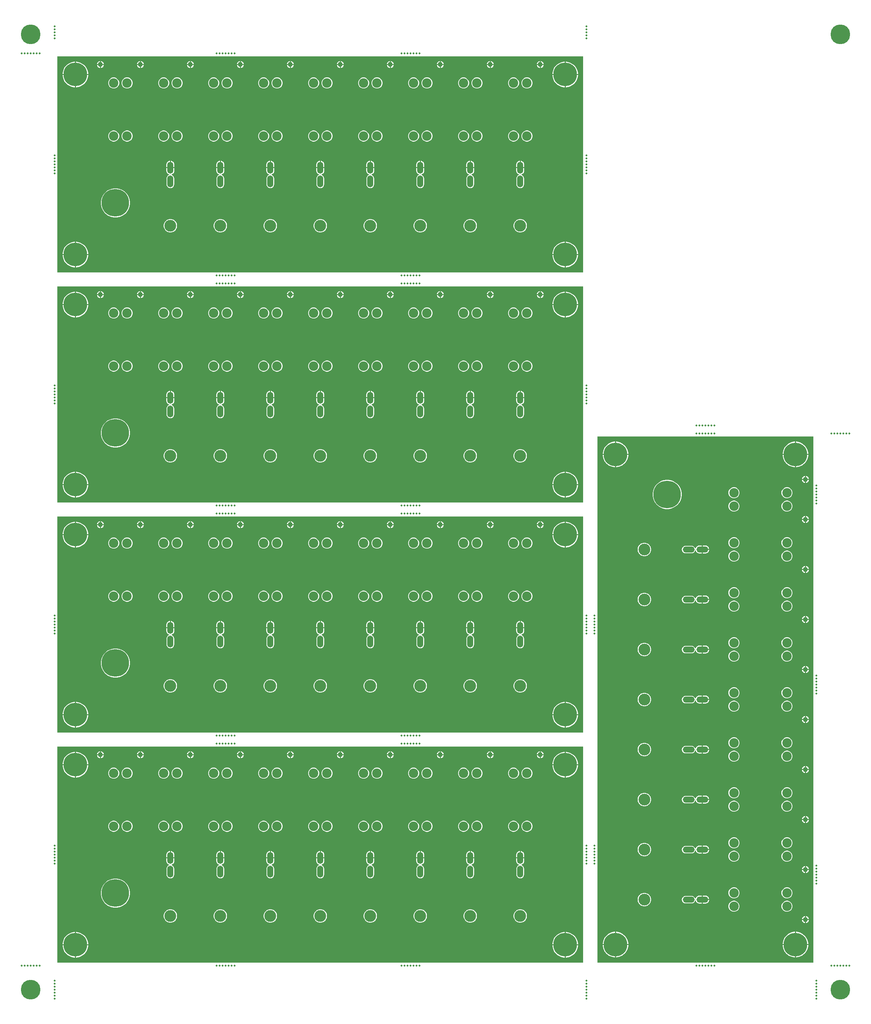
<source format=gbl>
G04*
G04 #@! TF.GenerationSoftware,Altium Limited,Altium Designer,22.0.2 (36)*
G04*
G04 Layer_Physical_Order=2*
G04 Layer_Color=16711680*
%FSLAX44Y44*%
%MOMM*%
G71*
G04*
G04 #@! TF.SameCoordinates,3D356D52-1F4F-4DC4-934F-51404F246838*
G04*
G04*
G04 #@! TF.FilePolarity,Positive*
G04*
G01*
G75*
%ADD16C,5.0000*%
%ADD17C,0.5080*%
%ADD18R,3.0000X3.0000*%
%ADD19C,3.0000*%
%ADD20O,1.5000X3.0000*%
%ADD21C,2.4000*%
%ADD22C,7.0000*%
%ADD23R,7.0000X7.0000*%
%ADD24C,6.0000*%
%ADD25C,1.2700*%
%ADD26R,3.0000X3.0000*%
%ADD27O,3.0000X1.5000*%
%ADD28R,7.0000X7.0000*%
G36*
X1441920Y1858800D02*
X105880D01*
Y2407440D01*
X1441920D01*
Y1858800D01*
D02*
G37*
G36*
Y1274600D02*
X105880D01*
Y1823240D01*
X1441920D01*
Y1274600D01*
D02*
G37*
G36*
Y690400D02*
X105880D01*
Y1239040D01*
X1441920D01*
Y690400D01*
D02*
G37*
G36*
X2026920Y106680D02*
X1478280D01*
Y1442720D01*
X2026920D01*
Y106680D01*
D02*
G37*
G36*
X1441920Y106200D02*
X105880D01*
Y654840D01*
X1441920D01*
Y106200D01*
D02*
G37*
%LPC*%
G36*
X1333970Y2395983D02*
Y2388390D01*
X1341563D01*
X1340984Y2390551D01*
X1339814Y2392579D01*
X1338159Y2394234D01*
X1336131Y2395404D01*
X1333970Y2395983D01*
D02*
G37*
G36*
X1331430D02*
X1329269Y2395404D01*
X1327241Y2394234D01*
X1325586Y2392579D01*
X1324416Y2390551D01*
X1323837Y2388390D01*
X1331430D01*
Y2395983D01*
D02*
G37*
G36*
X1206970D02*
Y2388390D01*
X1214563D01*
X1213984Y2390551D01*
X1212814Y2392579D01*
X1211159Y2394234D01*
X1209131Y2395404D01*
X1206970Y2395983D01*
D02*
G37*
G36*
X1204430D02*
X1202269Y2395404D01*
X1200241Y2394234D01*
X1198586Y2392579D01*
X1197416Y2390551D01*
X1196837Y2388390D01*
X1204430D01*
Y2395983D01*
D02*
G37*
G36*
X1079970D02*
Y2388390D01*
X1087563D01*
X1086984Y2390551D01*
X1085814Y2392579D01*
X1084159Y2394234D01*
X1082131Y2395404D01*
X1079970Y2395983D01*
D02*
G37*
G36*
X1077430D02*
X1075269Y2395404D01*
X1073241Y2394234D01*
X1071586Y2392579D01*
X1070416Y2390551D01*
X1069837Y2388390D01*
X1077430D01*
Y2395983D01*
D02*
G37*
G36*
X952970D02*
Y2388390D01*
X960563D01*
X959984Y2390551D01*
X958814Y2392579D01*
X957159Y2394234D01*
X955131Y2395404D01*
X952970Y2395983D01*
D02*
G37*
G36*
X950430D02*
X948269Y2395404D01*
X946241Y2394234D01*
X944586Y2392579D01*
X943416Y2390551D01*
X942837Y2388390D01*
X950430D01*
Y2395983D01*
D02*
G37*
G36*
X825970D02*
Y2388390D01*
X833563D01*
X832984Y2390551D01*
X831814Y2392579D01*
X830159Y2394234D01*
X828131Y2395404D01*
X825970Y2395983D01*
D02*
G37*
G36*
X823430D02*
X821269Y2395404D01*
X819241Y2394234D01*
X817586Y2392579D01*
X816416Y2390551D01*
X815837Y2388390D01*
X823430D01*
Y2395983D01*
D02*
G37*
G36*
X698970D02*
Y2388390D01*
X706563D01*
X705984Y2390551D01*
X704814Y2392579D01*
X703159Y2394234D01*
X701131Y2395404D01*
X698970Y2395983D01*
D02*
G37*
G36*
X696430D02*
X694269Y2395404D01*
X692241Y2394234D01*
X690586Y2392579D01*
X689416Y2390551D01*
X688837Y2388390D01*
X696430D01*
Y2395983D01*
D02*
G37*
G36*
X571970D02*
Y2388390D01*
X579563D01*
X578984Y2390551D01*
X577814Y2392579D01*
X576159Y2394234D01*
X574131Y2395404D01*
X571970Y2395983D01*
D02*
G37*
G36*
X569430D02*
X567269Y2395404D01*
X565241Y2394234D01*
X563586Y2392579D01*
X562416Y2390551D01*
X561837Y2388390D01*
X569430D01*
Y2395983D01*
D02*
G37*
G36*
X444970D02*
Y2388390D01*
X452563D01*
X451984Y2390551D01*
X450814Y2392579D01*
X449159Y2394234D01*
X447131Y2395404D01*
X444970Y2395983D01*
D02*
G37*
G36*
X442430D02*
X440269Y2395404D01*
X438241Y2394234D01*
X436586Y2392579D01*
X435416Y2390551D01*
X434837Y2388390D01*
X442430D01*
Y2395983D01*
D02*
G37*
G36*
X317970D02*
Y2388390D01*
X325563D01*
X324984Y2390551D01*
X323814Y2392579D01*
X322159Y2394234D01*
X320131Y2395404D01*
X317970Y2395983D01*
D02*
G37*
G36*
X315430D02*
X313269Y2395404D01*
X311241Y2394234D01*
X309586Y2392579D01*
X308416Y2390551D01*
X307837Y2388390D01*
X315430D01*
Y2395983D01*
D02*
G37*
G36*
X216370D02*
Y2388390D01*
X223963D01*
X223384Y2390551D01*
X222214Y2392579D01*
X220559Y2394234D01*
X218531Y2395404D01*
X216370Y2395983D01*
D02*
G37*
G36*
X213830D02*
X211669Y2395404D01*
X209641Y2394234D01*
X207986Y2392579D01*
X206816Y2390551D01*
X206237Y2388390D01*
X213830D01*
Y2395983D01*
D02*
G37*
G36*
X1341563Y2385850D02*
X1333970D01*
Y2378257D01*
X1336131Y2378836D01*
X1338159Y2380006D01*
X1339814Y2381661D01*
X1340984Y2383689D01*
X1341563Y2385850D01*
D02*
G37*
G36*
X1331430D02*
X1323837D01*
X1324416Y2383689D01*
X1325586Y2381661D01*
X1327241Y2380006D01*
X1329269Y2378836D01*
X1331430Y2378257D01*
Y2385850D01*
D02*
G37*
G36*
X1214563D02*
X1206970D01*
Y2378257D01*
X1209131Y2378836D01*
X1211159Y2380006D01*
X1212814Y2381661D01*
X1213984Y2383689D01*
X1214563Y2385850D01*
D02*
G37*
G36*
X1204430D02*
X1196837D01*
X1197416Y2383689D01*
X1198586Y2381661D01*
X1200241Y2380006D01*
X1202269Y2378836D01*
X1204430Y2378257D01*
Y2385850D01*
D02*
G37*
G36*
X1087563D02*
X1079970D01*
Y2378257D01*
X1082131Y2378836D01*
X1084159Y2380006D01*
X1085814Y2381661D01*
X1086984Y2383689D01*
X1087563Y2385850D01*
D02*
G37*
G36*
X1077430D02*
X1069837D01*
X1070416Y2383689D01*
X1071586Y2381661D01*
X1073241Y2380006D01*
X1075269Y2378836D01*
X1077430Y2378257D01*
Y2385850D01*
D02*
G37*
G36*
X960563D02*
X952970D01*
Y2378257D01*
X955131Y2378836D01*
X957159Y2380006D01*
X958814Y2381661D01*
X959984Y2383689D01*
X960563Y2385850D01*
D02*
G37*
G36*
X950430D02*
X942837D01*
X943416Y2383689D01*
X944586Y2381661D01*
X946241Y2380006D01*
X948269Y2378836D01*
X950430Y2378257D01*
Y2385850D01*
D02*
G37*
G36*
X833563D02*
X825970D01*
Y2378257D01*
X828131Y2378836D01*
X830159Y2380006D01*
X831814Y2381661D01*
X832984Y2383689D01*
X833563Y2385850D01*
D02*
G37*
G36*
X823430D02*
X815837D01*
X816416Y2383689D01*
X817586Y2381661D01*
X819241Y2380006D01*
X821269Y2378836D01*
X823430Y2378257D01*
Y2385850D01*
D02*
G37*
G36*
X706563D02*
X698970D01*
Y2378257D01*
X701131Y2378836D01*
X703159Y2380006D01*
X704814Y2381661D01*
X705984Y2383689D01*
X706563Y2385850D01*
D02*
G37*
G36*
X696430D02*
X688837D01*
X689416Y2383689D01*
X690586Y2381661D01*
X692241Y2380006D01*
X694269Y2378836D01*
X696430Y2378257D01*
Y2385850D01*
D02*
G37*
G36*
X579563D02*
X571970D01*
Y2378257D01*
X574131Y2378836D01*
X576159Y2380006D01*
X577814Y2381661D01*
X578984Y2383689D01*
X579563Y2385850D01*
D02*
G37*
G36*
X569430D02*
X561837D01*
X562416Y2383689D01*
X563586Y2381661D01*
X565241Y2380006D01*
X567269Y2378836D01*
X569430Y2378257D01*
Y2385850D01*
D02*
G37*
G36*
X452563D02*
X444970D01*
Y2378257D01*
X447131Y2378836D01*
X449159Y2380006D01*
X450814Y2381661D01*
X451984Y2383689D01*
X452563Y2385850D01*
D02*
G37*
G36*
X442430D02*
X434837D01*
X435416Y2383689D01*
X436586Y2381661D01*
X438241Y2380006D01*
X440269Y2378836D01*
X442430Y2378257D01*
Y2385850D01*
D02*
G37*
G36*
X325563D02*
X317970D01*
Y2378257D01*
X320131Y2378836D01*
X322159Y2380006D01*
X323814Y2381661D01*
X324984Y2383689D01*
X325563Y2385850D01*
D02*
G37*
G36*
X315430D02*
X307837D01*
X308416Y2383689D01*
X309586Y2381661D01*
X311241Y2380006D01*
X313269Y2378836D01*
X315430Y2378257D01*
Y2385850D01*
D02*
G37*
G36*
X223963D02*
X216370D01*
Y2378257D01*
X218531Y2378836D01*
X220559Y2380006D01*
X222214Y2381661D01*
X223384Y2383689D01*
X223963Y2385850D01*
D02*
G37*
G36*
X213830D02*
X206237D01*
X206816Y2383689D01*
X207986Y2381661D01*
X209641Y2380006D01*
X211669Y2378836D01*
X213830Y2378257D01*
Y2385850D01*
D02*
G37*
G36*
X1398761Y2394260D02*
X1397470D01*
Y2362990D01*
X1428740D01*
Y2364281D01*
X1427939Y2369340D01*
X1426356Y2374211D01*
X1424031Y2378775D01*
X1421020Y2382918D01*
X1417398Y2386540D01*
X1413255Y2389551D01*
X1408691Y2391876D01*
X1403820Y2393459D01*
X1398761Y2394260D01*
D02*
G37*
G36*
X1394930D02*
X1393639D01*
X1388580Y2393459D01*
X1383709Y2391876D01*
X1379145Y2389551D01*
X1375002Y2386540D01*
X1371380Y2382918D01*
X1368369Y2378775D01*
X1366044Y2374211D01*
X1364461Y2369340D01*
X1363660Y2364281D01*
Y2362990D01*
X1394930D01*
Y2394260D01*
D02*
G37*
G36*
X154161D02*
X152870D01*
Y2362990D01*
X184140D01*
Y2364281D01*
X183339Y2369340D01*
X181756Y2374211D01*
X179431Y2378775D01*
X176420Y2382918D01*
X172798Y2386540D01*
X168655Y2389551D01*
X164091Y2391876D01*
X159220Y2393459D01*
X154161Y2394260D01*
D02*
G37*
G36*
X150330D02*
X149039D01*
X143980Y2393459D01*
X139109Y2391876D01*
X134545Y2389551D01*
X130402Y2386540D01*
X126780Y2382918D01*
X123769Y2378775D01*
X121444Y2374211D01*
X119861Y2369340D01*
X119060Y2364281D01*
Y2362990D01*
X150330D01*
Y2394260D01*
D02*
G37*
G36*
X1428740Y2360450D02*
X1397470D01*
Y2329180D01*
X1398761D01*
X1403820Y2329981D01*
X1408691Y2331564D01*
X1413255Y2333889D01*
X1417398Y2336900D01*
X1421020Y2340522D01*
X1424031Y2344665D01*
X1426356Y2349229D01*
X1427939Y2354100D01*
X1428740Y2359159D01*
Y2360450D01*
D02*
G37*
G36*
X1394930D02*
X1363660D01*
Y2359159D01*
X1364461Y2354100D01*
X1366044Y2349229D01*
X1368369Y2344665D01*
X1371380Y2340522D01*
X1375002Y2336900D01*
X1379145Y2333889D01*
X1383709Y2331564D01*
X1388580Y2329981D01*
X1393639Y2329180D01*
X1394930D01*
Y2360450D01*
D02*
G37*
G36*
X184140D02*
X152870D01*
Y2329180D01*
X154161D01*
X159220Y2329981D01*
X164091Y2331564D01*
X168655Y2333889D01*
X172798Y2336900D01*
X176420Y2340522D01*
X179431Y2344665D01*
X181756Y2349229D01*
X183339Y2354100D01*
X184140Y2359159D01*
Y2360450D01*
D02*
G37*
G36*
X150330D02*
X119060D01*
Y2359159D01*
X119861Y2354100D01*
X121444Y2349229D01*
X123769Y2344665D01*
X126780Y2340522D01*
X130402Y2336900D01*
X134545Y2333889D01*
X139109Y2331564D01*
X143980Y2329981D01*
X149039Y2329180D01*
X150330D01*
Y2360450D01*
D02*
G37*
G36*
X1300743Y2354170D02*
X1297057D01*
X1293496Y2353216D01*
X1290304Y2351373D01*
X1287697Y2348766D01*
X1285854Y2345574D01*
X1284900Y2342013D01*
Y2338327D01*
X1285854Y2334766D01*
X1287697Y2331574D01*
X1290304Y2328967D01*
X1293496Y2327124D01*
X1297057Y2326170D01*
X1300743D01*
X1304304Y2327124D01*
X1307496Y2328967D01*
X1310103Y2331574D01*
X1311946Y2334766D01*
X1312900Y2338327D01*
Y2342013D01*
X1311946Y2345574D01*
X1310103Y2348766D01*
X1307496Y2351373D01*
X1304304Y2353216D01*
X1300743Y2354170D01*
D02*
G37*
G36*
X1266743D02*
X1263057D01*
X1259496Y2353216D01*
X1256304Y2351373D01*
X1253697Y2348766D01*
X1251854Y2345574D01*
X1250900Y2342013D01*
Y2338327D01*
X1251854Y2334766D01*
X1253697Y2331574D01*
X1256304Y2328967D01*
X1259496Y2327124D01*
X1263057Y2326170D01*
X1266743D01*
X1270304Y2327124D01*
X1273496Y2328967D01*
X1276103Y2331574D01*
X1277946Y2334766D01*
X1278900Y2338327D01*
Y2342013D01*
X1277946Y2345574D01*
X1276103Y2348766D01*
X1273496Y2351373D01*
X1270304Y2353216D01*
X1266743Y2354170D01*
D02*
G37*
G36*
X1173743D02*
X1170057D01*
X1166496Y2353216D01*
X1163304Y2351373D01*
X1160697Y2348766D01*
X1158854Y2345574D01*
X1157900Y2342013D01*
Y2338327D01*
X1158854Y2334766D01*
X1160697Y2331574D01*
X1163304Y2328967D01*
X1166496Y2327124D01*
X1170057Y2326170D01*
X1173743D01*
X1177304Y2327124D01*
X1180496Y2328967D01*
X1183103Y2331574D01*
X1184946Y2334766D01*
X1185900Y2338327D01*
Y2342013D01*
X1184946Y2345574D01*
X1183103Y2348766D01*
X1180496Y2351373D01*
X1177304Y2353216D01*
X1173743Y2354170D01*
D02*
G37*
G36*
X1139743D02*
X1136057D01*
X1132496Y2353216D01*
X1129304Y2351373D01*
X1126697Y2348766D01*
X1124854Y2345574D01*
X1123900Y2342013D01*
Y2338327D01*
X1124854Y2334766D01*
X1126697Y2331574D01*
X1129304Y2328967D01*
X1132496Y2327124D01*
X1136057Y2326170D01*
X1139743D01*
X1143304Y2327124D01*
X1146496Y2328967D01*
X1149103Y2331574D01*
X1150946Y2334766D01*
X1151900Y2338327D01*
Y2342013D01*
X1150946Y2345574D01*
X1149103Y2348766D01*
X1146496Y2351373D01*
X1143304Y2353216D01*
X1139743Y2354170D01*
D02*
G37*
G36*
X1046743D02*
X1043057D01*
X1039496Y2353216D01*
X1036304Y2351373D01*
X1033697Y2348766D01*
X1031854Y2345574D01*
X1030900Y2342013D01*
Y2338327D01*
X1031854Y2334766D01*
X1033697Y2331574D01*
X1036304Y2328967D01*
X1039496Y2327124D01*
X1043057Y2326170D01*
X1046743D01*
X1050304Y2327124D01*
X1053496Y2328967D01*
X1056103Y2331574D01*
X1057946Y2334766D01*
X1058900Y2338327D01*
Y2342013D01*
X1057946Y2345574D01*
X1056103Y2348766D01*
X1053496Y2351373D01*
X1050304Y2353216D01*
X1046743Y2354170D01*
D02*
G37*
G36*
X1012743D02*
X1009057D01*
X1005496Y2353216D01*
X1002304Y2351373D01*
X999697Y2348766D01*
X997854Y2345574D01*
X996900Y2342013D01*
Y2338327D01*
X997854Y2334766D01*
X999697Y2331574D01*
X1002304Y2328967D01*
X1005496Y2327124D01*
X1009057Y2326170D01*
X1012743D01*
X1016304Y2327124D01*
X1019496Y2328967D01*
X1022103Y2331574D01*
X1023946Y2334766D01*
X1024900Y2338327D01*
Y2342013D01*
X1023946Y2345574D01*
X1022103Y2348766D01*
X1019496Y2351373D01*
X1016304Y2353216D01*
X1012743Y2354170D01*
D02*
G37*
G36*
X919743D02*
X916057D01*
X912496Y2353216D01*
X909304Y2351373D01*
X906697Y2348766D01*
X904854Y2345574D01*
X903900Y2342013D01*
Y2338327D01*
X904854Y2334766D01*
X906697Y2331574D01*
X909304Y2328967D01*
X912496Y2327124D01*
X916057Y2326170D01*
X919743D01*
X923304Y2327124D01*
X926496Y2328967D01*
X929103Y2331574D01*
X930946Y2334766D01*
X931900Y2338327D01*
Y2342013D01*
X930946Y2345574D01*
X929103Y2348766D01*
X926496Y2351373D01*
X923304Y2353216D01*
X919743Y2354170D01*
D02*
G37*
G36*
X885743D02*
X882057D01*
X878496Y2353216D01*
X875304Y2351373D01*
X872697Y2348766D01*
X870854Y2345574D01*
X869900Y2342013D01*
Y2338327D01*
X870854Y2334766D01*
X872697Y2331574D01*
X875304Y2328967D01*
X878496Y2327124D01*
X882057Y2326170D01*
X885743D01*
X889304Y2327124D01*
X892496Y2328967D01*
X895103Y2331574D01*
X896946Y2334766D01*
X897900Y2338327D01*
Y2342013D01*
X896946Y2345574D01*
X895103Y2348766D01*
X892496Y2351373D01*
X889304Y2353216D01*
X885743Y2354170D01*
D02*
G37*
G36*
X792743D02*
X789057D01*
X785496Y2353216D01*
X782304Y2351373D01*
X779697Y2348766D01*
X777854Y2345574D01*
X776900Y2342013D01*
Y2338327D01*
X777854Y2334766D01*
X779697Y2331574D01*
X782304Y2328967D01*
X785496Y2327124D01*
X789057Y2326170D01*
X792743D01*
X796304Y2327124D01*
X799496Y2328967D01*
X802103Y2331574D01*
X803946Y2334766D01*
X804900Y2338327D01*
Y2342013D01*
X803946Y2345574D01*
X802103Y2348766D01*
X799496Y2351373D01*
X796304Y2353216D01*
X792743Y2354170D01*
D02*
G37*
G36*
X758743D02*
X755057D01*
X751496Y2353216D01*
X748304Y2351373D01*
X745697Y2348766D01*
X743854Y2345574D01*
X742900Y2342013D01*
Y2338327D01*
X743854Y2334766D01*
X745697Y2331574D01*
X748304Y2328967D01*
X751496Y2327124D01*
X755057Y2326170D01*
X758743D01*
X762304Y2327124D01*
X765496Y2328967D01*
X768103Y2331574D01*
X769946Y2334766D01*
X770900Y2338327D01*
Y2342013D01*
X769946Y2345574D01*
X768103Y2348766D01*
X765496Y2351373D01*
X762304Y2353216D01*
X758743Y2354170D01*
D02*
G37*
G36*
X665743D02*
X662057D01*
X658496Y2353216D01*
X655304Y2351373D01*
X652697Y2348766D01*
X650854Y2345574D01*
X649900Y2342013D01*
Y2338327D01*
X650854Y2334766D01*
X652697Y2331574D01*
X655304Y2328967D01*
X658496Y2327124D01*
X662057Y2326170D01*
X665743D01*
X669304Y2327124D01*
X672496Y2328967D01*
X675103Y2331574D01*
X676946Y2334766D01*
X677900Y2338327D01*
Y2342013D01*
X676946Y2345574D01*
X675103Y2348766D01*
X672496Y2351373D01*
X669304Y2353216D01*
X665743Y2354170D01*
D02*
G37*
G36*
X631743D02*
X628057D01*
X624496Y2353216D01*
X621304Y2351373D01*
X618697Y2348766D01*
X616854Y2345574D01*
X615900Y2342013D01*
Y2338327D01*
X616854Y2334766D01*
X618697Y2331574D01*
X621304Y2328967D01*
X624496Y2327124D01*
X628057Y2326170D01*
X631743D01*
X635304Y2327124D01*
X638496Y2328967D01*
X641103Y2331574D01*
X642946Y2334766D01*
X643900Y2338327D01*
Y2342013D01*
X642946Y2345574D01*
X641103Y2348766D01*
X638496Y2351373D01*
X635304Y2353216D01*
X631743Y2354170D01*
D02*
G37*
G36*
X538743D02*
X535057D01*
X531496Y2353216D01*
X528304Y2351373D01*
X525697Y2348766D01*
X523854Y2345574D01*
X522900Y2342013D01*
Y2338327D01*
X523854Y2334766D01*
X525697Y2331574D01*
X528304Y2328967D01*
X531496Y2327124D01*
X535057Y2326170D01*
X538743D01*
X542304Y2327124D01*
X545496Y2328967D01*
X548103Y2331574D01*
X549946Y2334766D01*
X550900Y2338327D01*
Y2342013D01*
X549946Y2345574D01*
X548103Y2348766D01*
X545496Y2351373D01*
X542304Y2353216D01*
X538743Y2354170D01*
D02*
G37*
G36*
X504743D02*
X501057D01*
X497496Y2353216D01*
X494304Y2351373D01*
X491697Y2348766D01*
X489854Y2345574D01*
X488900Y2342013D01*
Y2338327D01*
X489854Y2334766D01*
X491697Y2331574D01*
X494304Y2328967D01*
X497496Y2327124D01*
X501057Y2326170D01*
X504743D01*
X508304Y2327124D01*
X511496Y2328967D01*
X514103Y2331574D01*
X515946Y2334766D01*
X516900Y2338327D01*
Y2342013D01*
X515946Y2345574D01*
X514103Y2348766D01*
X511496Y2351373D01*
X508304Y2353216D01*
X504743Y2354170D01*
D02*
G37*
G36*
X411743D02*
X408057D01*
X404496Y2353216D01*
X401304Y2351373D01*
X398697Y2348766D01*
X396854Y2345574D01*
X395900Y2342013D01*
Y2338327D01*
X396854Y2334766D01*
X398697Y2331574D01*
X401304Y2328967D01*
X404496Y2327124D01*
X408057Y2326170D01*
X411743D01*
X415304Y2327124D01*
X418496Y2328967D01*
X421103Y2331574D01*
X422946Y2334766D01*
X423900Y2338327D01*
Y2342013D01*
X422946Y2345574D01*
X421103Y2348766D01*
X418496Y2351373D01*
X415304Y2353216D01*
X411743Y2354170D01*
D02*
G37*
G36*
X377743D02*
X374057D01*
X370496Y2353216D01*
X367304Y2351373D01*
X364697Y2348766D01*
X362854Y2345574D01*
X361900Y2342013D01*
Y2338327D01*
X362854Y2334766D01*
X364697Y2331574D01*
X367304Y2328967D01*
X370496Y2327124D01*
X374057Y2326170D01*
X377743D01*
X381304Y2327124D01*
X384496Y2328967D01*
X387103Y2331574D01*
X388946Y2334766D01*
X389900Y2338327D01*
Y2342013D01*
X388946Y2345574D01*
X387103Y2348766D01*
X384496Y2351373D01*
X381304Y2353216D01*
X377743Y2354170D01*
D02*
G37*
G36*
X284743D02*
X281057D01*
X277496Y2353216D01*
X274304Y2351373D01*
X271697Y2348766D01*
X269854Y2345574D01*
X268900Y2342013D01*
Y2338327D01*
X269854Y2334766D01*
X271697Y2331574D01*
X274304Y2328967D01*
X277496Y2327124D01*
X281057Y2326170D01*
X284743D01*
X288304Y2327124D01*
X291496Y2328967D01*
X294103Y2331574D01*
X295946Y2334766D01*
X296900Y2338327D01*
Y2342013D01*
X295946Y2345574D01*
X294103Y2348766D01*
X291496Y2351373D01*
X288304Y2353216D01*
X284743Y2354170D01*
D02*
G37*
G36*
X250743D02*
X247057D01*
X243496Y2353216D01*
X240304Y2351373D01*
X237697Y2348766D01*
X235854Y2345574D01*
X234900Y2342013D01*
Y2338327D01*
X235854Y2334766D01*
X237697Y2331574D01*
X240304Y2328967D01*
X243496Y2327124D01*
X247057Y2326170D01*
X250743D01*
X254304Y2327124D01*
X257496Y2328967D01*
X260103Y2331574D01*
X261946Y2334766D01*
X262900Y2338327D01*
Y2342013D01*
X261946Y2345574D01*
X260103Y2348766D01*
X257496Y2351373D01*
X254304Y2353216D01*
X250743Y2354170D01*
D02*
G37*
G36*
X1300743Y2219470D02*
X1297057D01*
X1293496Y2218516D01*
X1290304Y2216673D01*
X1287697Y2214066D01*
X1285854Y2210874D01*
X1284900Y2207313D01*
Y2203627D01*
X1285854Y2200066D01*
X1287697Y2196874D01*
X1290304Y2194267D01*
X1293496Y2192424D01*
X1297057Y2191470D01*
X1300743D01*
X1304304Y2192424D01*
X1307496Y2194267D01*
X1310103Y2196874D01*
X1311946Y2200066D01*
X1312900Y2203627D01*
Y2207313D01*
X1311946Y2210874D01*
X1310103Y2214066D01*
X1307496Y2216673D01*
X1304304Y2218516D01*
X1300743Y2219470D01*
D02*
G37*
G36*
X1266743D02*
X1263057D01*
X1259496Y2218516D01*
X1256304Y2216673D01*
X1253697Y2214066D01*
X1251854Y2210874D01*
X1250900Y2207313D01*
Y2203627D01*
X1251854Y2200066D01*
X1253697Y2196874D01*
X1256304Y2194267D01*
X1259496Y2192424D01*
X1263057Y2191470D01*
X1266743D01*
X1270304Y2192424D01*
X1273496Y2194267D01*
X1276103Y2196874D01*
X1277946Y2200066D01*
X1278900Y2203627D01*
Y2207313D01*
X1277946Y2210874D01*
X1276103Y2214066D01*
X1273496Y2216673D01*
X1270304Y2218516D01*
X1266743Y2219470D01*
D02*
G37*
G36*
X1173743D02*
X1170057D01*
X1166496Y2218516D01*
X1163304Y2216673D01*
X1160697Y2214066D01*
X1158854Y2210874D01*
X1157900Y2207313D01*
Y2203627D01*
X1158854Y2200066D01*
X1160697Y2196874D01*
X1163304Y2194267D01*
X1166496Y2192424D01*
X1170057Y2191470D01*
X1173743D01*
X1177304Y2192424D01*
X1180496Y2194267D01*
X1183103Y2196874D01*
X1184946Y2200066D01*
X1185900Y2203627D01*
Y2207313D01*
X1184946Y2210874D01*
X1183103Y2214066D01*
X1180496Y2216673D01*
X1177304Y2218516D01*
X1173743Y2219470D01*
D02*
G37*
G36*
X1139743D02*
X1136057D01*
X1132496Y2218516D01*
X1129304Y2216673D01*
X1126697Y2214066D01*
X1124854Y2210874D01*
X1123900Y2207313D01*
Y2203627D01*
X1124854Y2200066D01*
X1126697Y2196874D01*
X1129304Y2194267D01*
X1132496Y2192424D01*
X1136057Y2191470D01*
X1139743D01*
X1143304Y2192424D01*
X1146496Y2194267D01*
X1149103Y2196874D01*
X1150946Y2200066D01*
X1151900Y2203627D01*
Y2207313D01*
X1150946Y2210874D01*
X1149103Y2214066D01*
X1146496Y2216673D01*
X1143304Y2218516D01*
X1139743Y2219470D01*
D02*
G37*
G36*
X1046743D02*
X1043057D01*
X1039496Y2218516D01*
X1036304Y2216673D01*
X1033697Y2214066D01*
X1031854Y2210874D01*
X1030900Y2207313D01*
Y2203627D01*
X1031854Y2200066D01*
X1033697Y2196874D01*
X1036304Y2194267D01*
X1039496Y2192424D01*
X1043057Y2191470D01*
X1046743D01*
X1050304Y2192424D01*
X1053496Y2194267D01*
X1056103Y2196874D01*
X1057946Y2200066D01*
X1058900Y2203627D01*
Y2207313D01*
X1057946Y2210874D01*
X1056103Y2214066D01*
X1053496Y2216673D01*
X1050304Y2218516D01*
X1046743Y2219470D01*
D02*
G37*
G36*
X1012743D02*
X1009057D01*
X1005496Y2218516D01*
X1002304Y2216673D01*
X999697Y2214066D01*
X997854Y2210874D01*
X996900Y2207313D01*
Y2203627D01*
X997854Y2200066D01*
X999697Y2196874D01*
X1002304Y2194267D01*
X1005496Y2192424D01*
X1009057Y2191470D01*
X1012743D01*
X1016304Y2192424D01*
X1019496Y2194267D01*
X1022103Y2196874D01*
X1023946Y2200066D01*
X1024900Y2203627D01*
Y2207313D01*
X1023946Y2210874D01*
X1022103Y2214066D01*
X1019496Y2216673D01*
X1016304Y2218516D01*
X1012743Y2219470D01*
D02*
G37*
G36*
X919743D02*
X916057D01*
X912496Y2218516D01*
X909304Y2216673D01*
X906697Y2214066D01*
X904854Y2210874D01*
X903900Y2207313D01*
Y2203627D01*
X904854Y2200066D01*
X906697Y2196874D01*
X909304Y2194267D01*
X912496Y2192424D01*
X916057Y2191470D01*
X919743D01*
X923304Y2192424D01*
X926496Y2194267D01*
X929103Y2196874D01*
X930946Y2200066D01*
X931900Y2203627D01*
Y2207313D01*
X930946Y2210874D01*
X929103Y2214066D01*
X926496Y2216673D01*
X923304Y2218516D01*
X919743Y2219470D01*
D02*
G37*
G36*
X885743D02*
X882057D01*
X878496Y2218516D01*
X875304Y2216673D01*
X872697Y2214066D01*
X870854Y2210874D01*
X869900Y2207313D01*
Y2203627D01*
X870854Y2200066D01*
X872697Y2196874D01*
X875304Y2194267D01*
X878496Y2192424D01*
X882057Y2191470D01*
X885743D01*
X889304Y2192424D01*
X892496Y2194267D01*
X895103Y2196874D01*
X896946Y2200066D01*
X897900Y2203627D01*
Y2207313D01*
X896946Y2210874D01*
X895103Y2214066D01*
X892496Y2216673D01*
X889304Y2218516D01*
X885743Y2219470D01*
D02*
G37*
G36*
X792743D02*
X789057D01*
X785496Y2218516D01*
X782304Y2216673D01*
X779697Y2214066D01*
X777854Y2210874D01*
X776900Y2207313D01*
Y2203627D01*
X777854Y2200066D01*
X779697Y2196874D01*
X782304Y2194267D01*
X785496Y2192424D01*
X789057Y2191470D01*
X792743D01*
X796304Y2192424D01*
X799496Y2194267D01*
X802103Y2196874D01*
X803946Y2200066D01*
X804900Y2203627D01*
Y2207313D01*
X803946Y2210874D01*
X802103Y2214066D01*
X799496Y2216673D01*
X796304Y2218516D01*
X792743Y2219470D01*
D02*
G37*
G36*
X758743D02*
X755057D01*
X751496Y2218516D01*
X748304Y2216673D01*
X745697Y2214066D01*
X743854Y2210874D01*
X742900Y2207313D01*
Y2203627D01*
X743854Y2200066D01*
X745697Y2196874D01*
X748304Y2194267D01*
X751496Y2192424D01*
X755057Y2191470D01*
X758743D01*
X762304Y2192424D01*
X765496Y2194267D01*
X768103Y2196874D01*
X769946Y2200066D01*
X770900Y2203627D01*
Y2207313D01*
X769946Y2210874D01*
X768103Y2214066D01*
X765496Y2216673D01*
X762304Y2218516D01*
X758743Y2219470D01*
D02*
G37*
G36*
X665743D02*
X662057D01*
X658496Y2218516D01*
X655304Y2216673D01*
X652697Y2214066D01*
X650854Y2210874D01*
X649900Y2207313D01*
Y2203627D01*
X650854Y2200066D01*
X652697Y2196874D01*
X655304Y2194267D01*
X658496Y2192424D01*
X662057Y2191470D01*
X665743D01*
X669304Y2192424D01*
X672496Y2194267D01*
X675103Y2196874D01*
X676946Y2200066D01*
X677900Y2203627D01*
Y2207313D01*
X676946Y2210874D01*
X675103Y2214066D01*
X672496Y2216673D01*
X669304Y2218516D01*
X665743Y2219470D01*
D02*
G37*
G36*
X631743D02*
X628057D01*
X624496Y2218516D01*
X621304Y2216673D01*
X618697Y2214066D01*
X616854Y2210874D01*
X615900Y2207313D01*
Y2203627D01*
X616854Y2200066D01*
X618697Y2196874D01*
X621304Y2194267D01*
X624496Y2192424D01*
X628057Y2191470D01*
X631743D01*
X635304Y2192424D01*
X638496Y2194267D01*
X641103Y2196874D01*
X642946Y2200066D01*
X643900Y2203627D01*
Y2207313D01*
X642946Y2210874D01*
X641103Y2214066D01*
X638496Y2216673D01*
X635304Y2218516D01*
X631743Y2219470D01*
D02*
G37*
G36*
X538743D02*
X535057D01*
X531496Y2218516D01*
X528304Y2216673D01*
X525697Y2214066D01*
X523854Y2210874D01*
X522900Y2207313D01*
Y2203627D01*
X523854Y2200066D01*
X525697Y2196874D01*
X528304Y2194267D01*
X531496Y2192424D01*
X535057Y2191470D01*
X538743D01*
X542304Y2192424D01*
X545496Y2194267D01*
X548103Y2196874D01*
X549946Y2200066D01*
X550900Y2203627D01*
Y2207313D01*
X549946Y2210874D01*
X548103Y2214066D01*
X545496Y2216673D01*
X542304Y2218516D01*
X538743Y2219470D01*
D02*
G37*
G36*
X504743D02*
X501057D01*
X497496Y2218516D01*
X494304Y2216673D01*
X491697Y2214066D01*
X489854Y2210874D01*
X488900Y2207313D01*
Y2203627D01*
X489854Y2200066D01*
X491697Y2196874D01*
X494304Y2194267D01*
X497496Y2192424D01*
X501057Y2191470D01*
X504743D01*
X508304Y2192424D01*
X511496Y2194267D01*
X514103Y2196874D01*
X515946Y2200066D01*
X516900Y2203627D01*
Y2207313D01*
X515946Y2210874D01*
X514103Y2214066D01*
X511496Y2216673D01*
X508304Y2218516D01*
X504743Y2219470D01*
D02*
G37*
G36*
X411743D02*
X408057D01*
X404496Y2218516D01*
X401304Y2216673D01*
X398697Y2214066D01*
X396854Y2210874D01*
X395900Y2207313D01*
Y2203627D01*
X396854Y2200066D01*
X398697Y2196874D01*
X401304Y2194267D01*
X404496Y2192424D01*
X408057Y2191470D01*
X411743D01*
X415304Y2192424D01*
X418496Y2194267D01*
X421103Y2196874D01*
X422946Y2200066D01*
X423900Y2203627D01*
Y2207313D01*
X422946Y2210874D01*
X421103Y2214066D01*
X418496Y2216673D01*
X415304Y2218516D01*
X411743Y2219470D01*
D02*
G37*
G36*
X377743D02*
X374057D01*
X370496Y2218516D01*
X367304Y2216673D01*
X364697Y2214066D01*
X362854Y2210874D01*
X361900Y2207313D01*
Y2203627D01*
X362854Y2200066D01*
X364697Y2196874D01*
X367304Y2194267D01*
X370496Y2192424D01*
X374057Y2191470D01*
X377743D01*
X381304Y2192424D01*
X384496Y2194267D01*
X387103Y2196874D01*
X388946Y2200066D01*
X389900Y2203627D01*
Y2207313D01*
X388946Y2210874D01*
X387103Y2214066D01*
X384496Y2216673D01*
X381304Y2218516D01*
X377743Y2219470D01*
D02*
G37*
G36*
X284743D02*
X281057D01*
X277496Y2218516D01*
X274304Y2216673D01*
X271697Y2214066D01*
X269854Y2210874D01*
X268900Y2207313D01*
Y2203627D01*
X269854Y2200066D01*
X271697Y2196874D01*
X274304Y2194267D01*
X277496Y2192424D01*
X281057Y2191470D01*
X284743D01*
X288304Y2192424D01*
X291496Y2194267D01*
X294103Y2196874D01*
X295946Y2200066D01*
X296900Y2203627D01*
Y2207313D01*
X295946Y2210874D01*
X294103Y2214066D01*
X291496Y2216673D01*
X288304Y2218516D01*
X284743Y2219470D01*
D02*
G37*
G36*
X250743D02*
X247057D01*
X243496Y2218516D01*
X240304Y2216673D01*
X237697Y2214066D01*
X235854Y2210874D01*
X234900Y2207313D01*
Y2203627D01*
X235854Y2200066D01*
X237697Y2196874D01*
X240304Y2194267D01*
X243496Y2192424D01*
X247057Y2191470D01*
X250743D01*
X254304Y2192424D01*
X257496Y2194267D01*
X260103Y2196874D01*
X261946Y2200066D01*
X262900Y2203627D01*
Y2207313D01*
X261946Y2210874D01*
X260103Y2214066D01*
X257496Y2216673D01*
X254304Y2218516D01*
X250743Y2219470D01*
D02*
G37*
G36*
X1283170Y2142679D02*
Y2126490D01*
X1292027D01*
Y2132720D01*
X1291682Y2135341D01*
X1290670Y2137783D01*
X1289061Y2139881D01*
X1286963Y2141490D01*
X1284521Y2142502D01*
X1283170Y2142679D01*
D02*
G37*
G36*
X1156170D02*
Y2126490D01*
X1165027D01*
Y2132720D01*
X1164682Y2135341D01*
X1163670Y2137783D01*
X1162061Y2139881D01*
X1159963Y2141490D01*
X1157521Y2142502D01*
X1156170Y2142679D01*
D02*
G37*
G36*
X1029170D02*
Y2126490D01*
X1038027D01*
Y2132720D01*
X1037682Y2135341D01*
X1036670Y2137783D01*
X1035061Y2139881D01*
X1032963Y2141490D01*
X1030521Y2142502D01*
X1029170Y2142679D01*
D02*
G37*
G36*
X902170D02*
Y2126490D01*
X911027D01*
Y2132720D01*
X910682Y2135341D01*
X909670Y2137783D01*
X908061Y2139881D01*
X905963Y2141490D01*
X903521Y2142502D01*
X902170Y2142679D01*
D02*
G37*
G36*
X775170D02*
Y2126490D01*
X784027D01*
Y2132720D01*
X783682Y2135341D01*
X782670Y2137783D01*
X781061Y2139881D01*
X778963Y2141490D01*
X776521Y2142502D01*
X775170Y2142679D01*
D02*
G37*
G36*
X648170D02*
Y2126490D01*
X657027D01*
Y2132720D01*
X656682Y2135341D01*
X655670Y2137783D01*
X654061Y2139881D01*
X651963Y2141490D01*
X649521Y2142502D01*
X648170Y2142679D01*
D02*
G37*
G36*
X521170D02*
Y2126490D01*
X530027D01*
Y2132720D01*
X529682Y2135341D01*
X528670Y2137783D01*
X527061Y2139881D01*
X524963Y2141490D01*
X522521Y2142502D01*
X521170Y2142679D01*
D02*
G37*
G36*
X394170D02*
Y2126490D01*
X403027D01*
Y2132720D01*
X402682Y2135341D01*
X401670Y2137783D01*
X400061Y2139881D01*
X397963Y2141490D01*
X395521Y2142502D01*
X394170Y2142679D01*
D02*
G37*
G36*
X1280630D02*
X1279279Y2142502D01*
X1276837Y2141490D01*
X1274739Y2139881D01*
X1273130Y2137783D01*
X1272118Y2135341D01*
X1271773Y2132720D01*
Y2126490D01*
X1280630D01*
Y2142679D01*
D02*
G37*
G36*
X1153630D02*
X1152279Y2142502D01*
X1149837Y2141490D01*
X1147739Y2139881D01*
X1146130Y2137783D01*
X1145118Y2135341D01*
X1144773Y2132720D01*
Y2126490D01*
X1153630D01*
Y2142679D01*
D02*
G37*
G36*
X1026630D02*
X1025279Y2142502D01*
X1022837Y2141490D01*
X1020739Y2139881D01*
X1019130Y2137783D01*
X1018118Y2135341D01*
X1017773Y2132720D01*
Y2126490D01*
X1026630D01*
Y2142679D01*
D02*
G37*
G36*
X899630D02*
X898279Y2142502D01*
X895837Y2141490D01*
X893739Y2139881D01*
X892130Y2137783D01*
X891118Y2135341D01*
X890773Y2132720D01*
Y2126490D01*
X899630D01*
Y2142679D01*
D02*
G37*
G36*
X772630D02*
X771279Y2142502D01*
X768837Y2141490D01*
X766739Y2139881D01*
X765130Y2137783D01*
X764118Y2135341D01*
X763773Y2132720D01*
Y2126490D01*
X772630D01*
Y2142679D01*
D02*
G37*
G36*
X645630D02*
X644279Y2142502D01*
X641837Y2141490D01*
X639739Y2139881D01*
X638130Y2137783D01*
X637118Y2135341D01*
X636773Y2132720D01*
Y2126490D01*
X645630D01*
Y2142679D01*
D02*
G37*
G36*
X518630D02*
X517279Y2142502D01*
X514837Y2141490D01*
X512739Y2139881D01*
X511130Y2137783D01*
X510118Y2135341D01*
X509773Y2132720D01*
Y2126490D01*
X518630D01*
Y2142679D01*
D02*
G37*
G36*
X391630D02*
X390279Y2142502D01*
X387837Y2141490D01*
X385739Y2139881D01*
X384130Y2137783D01*
X383118Y2135341D01*
X382773Y2132720D01*
Y2126490D01*
X391630D01*
Y2142679D01*
D02*
G37*
G36*
X1292027Y2123950D02*
X1281900D01*
X1271773D01*
Y2117720D01*
X1272118Y2115099D01*
X1273130Y2112657D01*
X1274739Y2110559D01*
X1276837Y2108950D01*
X1278852Y2108115D01*
X1278912Y2106765D01*
X1277109Y2106018D01*
X1275125Y2104496D01*
X1273602Y2102511D01*
X1272645Y2100200D01*
X1272318Y2097720D01*
Y2082720D01*
X1272645Y2080240D01*
X1273602Y2077929D01*
X1275125Y2075945D01*
X1277109Y2074422D01*
X1279420Y2073465D01*
X1281900Y2073138D01*
X1284380Y2073465D01*
X1286691Y2074422D01*
X1288676Y2075945D01*
X1290198Y2077929D01*
X1291156Y2080240D01*
X1291482Y2082720D01*
Y2097720D01*
X1291156Y2100200D01*
X1290198Y2102511D01*
X1288676Y2104496D01*
X1286691Y2106018D01*
X1284888Y2106765D01*
X1284948Y2108115D01*
X1286963Y2108950D01*
X1289061Y2110559D01*
X1290670Y2112657D01*
X1291682Y2115099D01*
X1292027Y2117720D01*
Y2123950D01*
D02*
G37*
G36*
X1165027D02*
X1154900D01*
X1144773D01*
Y2117720D01*
X1145118Y2115099D01*
X1146130Y2112657D01*
X1147739Y2110559D01*
X1149837Y2108950D01*
X1151852Y2108115D01*
X1151912Y2106765D01*
X1150109Y2106018D01*
X1148125Y2104496D01*
X1146602Y2102511D01*
X1145645Y2100200D01*
X1145318Y2097720D01*
Y2082720D01*
X1145645Y2080240D01*
X1146602Y2077929D01*
X1148125Y2075945D01*
X1150109Y2074422D01*
X1152420Y2073465D01*
X1154900Y2073138D01*
X1157380Y2073465D01*
X1159691Y2074422D01*
X1161675Y2075945D01*
X1163198Y2077929D01*
X1164156Y2080240D01*
X1164482Y2082720D01*
Y2097720D01*
X1164156Y2100200D01*
X1163198Y2102511D01*
X1161675Y2104496D01*
X1159691Y2106018D01*
X1157888Y2106765D01*
X1157947Y2108115D01*
X1159963Y2108950D01*
X1162061Y2110559D01*
X1163670Y2112657D01*
X1164682Y2115099D01*
X1165027Y2117720D01*
Y2123950D01*
D02*
G37*
G36*
X1038027D02*
X1027900D01*
X1017773D01*
Y2117720D01*
X1018118Y2115099D01*
X1019130Y2112657D01*
X1020739Y2110559D01*
X1022837Y2108950D01*
X1024853Y2108115D01*
X1024912Y2106765D01*
X1023109Y2106018D01*
X1021125Y2104496D01*
X1019602Y2102511D01*
X1018644Y2100200D01*
X1018318Y2097720D01*
Y2082720D01*
X1018644Y2080240D01*
X1019602Y2077929D01*
X1021125Y2075945D01*
X1023109Y2074422D01*
X1025420Y2073465D01*
X1027900Y2073138D01*
X1030380Y2073465D01*
X1032691Y2074422D01*
X1034676Y2075945D01*
X1036198Y2077929D01*
X1037156Y2080240D01*
X1037482Y2082720D01*
Y2097720D01*
X1037156Y2100200D01*
X1036198Y2102511D01*
X1034676Y2104496D01*
X1032691Y2106018D01*
X1030888Y2106765D01*
X1030947Y2108115D01*
X1032963Y2108950D01*
X1035061Y2110559D01*
X1036670Y2112657D01*
X1037682Y2115099D01*
X1038027Y2117720D01*
Y2123950D01*
D02*
G37*
G36*
X911027D02*
X900900D01*
X890773D01*
Y2117720D01*
X891118Y2115099D01*
X892130Y2112657D01*
X893739Y2110559D01*
X895837Y2108950D01*
X897852Y2108115D01*
X897912Y2106765D01*
X896109Y2106018D01*
X894125Y2104496D01*
X892602Y2102511D01*
X891645Y2100200D01*
X891318Y2097720D01*
Y2082720D01*
X891645Y2080240D01*
X892602Y2077929D01*
X894125Y2075945D01*
X896109Y2074422D01*
X898420Y2073465D01*
X900900Y2073138D01*
X903380Y2073465D01*
X905691Y2074422D01*
X907675Y2075945D01*
X909198Y2077929D01*
X910155Y2080240D01*
X910482Y2082720D01*
Y2097720D01*
X910155Y2100200D01*
X909198Y2102511D01*
X907675Y2104496D01*
X905691Y2106018D01*
X903888Y2106765D01*
X903948Y2108115D01*
X905963Y2108950D01*
X908061Y2110559D01*
X909670Y2112657D01*
X910682Y2115099D01*
X911027Y2117720D01*
Y2123950D01*
D02*
G37*
G36*
X784027D02*
X773900D01*
X763773D01*
Y2117720D01*
X764118Y2115099D01*
X765130Y2112657D01*
X766739Y2110559D01*
X768837Y2108950D01*
X770853Y2108115D01*
X770912Y2106765D01*
X769109Y2106018D01*
X767125Y2104496D01*
X765602Y2102511D01*
X764644Y2100200D01*
X764318Y2097720D01*
Y2082720D01*
X764644Y2080240D01*
X765602Y2077929D01*
X767125Y2075945D01*
X769109Y2074422D01*
X771420Y2073465D01*
X773900Y2073138D01*
X776380Y2073465D01*
X778691Y2074422D01*
X780676Y2075945D01*
X782198Y2077929D01*
X783156Y2080240D01*
X783482Y2082720D01*
Y2097720D01*
X783156Y2100200D01*
X782198Y2102511D01*
X780676Y2104496D01*
X778691Y2106018D01*
X776888Y2106765D01*
X776947Y2108115D01*
X778963Y2108950D01*
X781061Y2110559D01*
X782670Y2112657D01*
X783682Y2115099D01*
X784027Y2117720D01*
Y2123950D01*
D02*
G37*
G36*
X657027D02*
X646900D01*
X636773D01*
Y2117720D01*
X637118Y2115099D01*
X638130Y2112657D01*
X639739Y2110559D01*
X641837Y2108950D01*
X643852Y2108115D01*
X643912Y2106765D01*
X642109Y2106018D01*
X640125Y2104496D01*
X638602Y2102511D01*
X637645Y2100200D01*
X637318Y2097720D01*
Y2082720D01*
X637645Y2080240D01*
X638602Y2077929D01*
X640125Y2075945D01*
X642109Y2074422D01*
X644420Y2073465D01*
X646900Y2073138D01*
X649380Y2073465D01*
X651691Y2074422D01*
X653676Y2075945D01*
X655198Y2077929D01*
X656155Y2080240D01*
X656482Y2082720D01*
Y2097720D01*
X656155Y2100200D01*
X655198Y2102511D01*
X653676Y2104496D01*
X651691Y2106018D01*
X649888Y2106765D01*
X649948Y2108115D01*
X651963Y2108950D01*
X654061Y2110559D01*
X655670Y2112657D01*
X656682Y2115099D01*
X657027Y2117720D01*
Y2123950D01*
D02*
G37*
G36*
X530027D02*
X519900D01*
X509773D01*
Y2117720D01*
X510118Y2115099D01*
X511130Y2112657D01*
X512739Y2110559D01*
X514837Y2108950D01*
X516852Y2108115D01*
X516912Y2106765D01*
X515109Y2106018D01*
X513125Y2104496D01*
X511602Y2102511D01*
X510644Y2100200D01*
X510318Y2097720D01*
Y2082720D01*
X510644Y2080240D01*
X511602Y2077929D01*
X513125Y2075945D01*
X515109Y2074422D01*
X517420Y2073465D01*
X519900Y2073138D01*
X522380Y2073465D01*
X524691Y2074422D01*
X526675Y2075945D01*
X528198Y2077929D01*
X529156Y2080240D01*
X529482Y2082720D01*
Y2097720D01*
X529156Y2100200D01*
X528198Y2102511D01*
X526675Y2104496D01*
X524691Y2106018D01*
X522888Y2106765D01*
X522948Y2108115D01*
X524963Y2108950D01*
X527061Y2110559D01*
X528670Y2112657D01*
X529682Y2115099D01*
X530027Y2117720D01*
Y2123950D01*
D02*
G37*
G36*
X403027D02*
X392900D01*
X382773D01*
Y2117720D01*
X383118Y2115099D01*
X384130Y2112657D01*
X385739Y2110559D01*
X387837Y2108950D01*
X389852Y2108115D01*
X389912Y2106765D01*
X388109Y2106018D01*
X386125Y2104496D01*
X384602Y2102511D01*
X383644Y2100200D01*
X383318Y2097720D01*
Y2082720D01*
X383644Y2080240D01*
X384602Y2077929D01*
X386125Y2075945D01*
X388109Y2074422D01*
X390420Y2073465D01*
X392900Y2073138D01*
X395380Y2073465D01*
X397691Y2074422D01*
X399675Y2075945D01*
X401198Y2077929D01*
X402155Y2080240D01*
X402482Y2082720D01*
Y2097720D01*
X402155Y2100200D01*
X401198Y2102511D01*
X399675Y2104496D01*
X397691Y2106018D01*
X395888Y2106765D01*
X395947Y2108115D01*
X397963Y2108950D01*
X400061Y2110559D01*
X401670Y2112657D01*
X402682Y2115099D01*
X403027Y2117720D01*
Y2123950D01*
D02*
G37*
G36*
X256112Y2072720D02*
X250288D01*
X244536Y2071809D01*
X238997Y2070009D01*
X233808Y2067365D01*
X229096Y2063942D01*
X224978Y2059824D01*
X221555Y2055112D01*
X218911Y2049923D01*
X217111Y2044384D01*
X216200Y2038632D01*
Y2032808D01*
X217111Y2027056D01*
X218911Y2021517D01*
X221555Y2016328D01*
X224978Y2011616D01*
X229096Y2007498D01*
X233808Y2004075D01*
X238997Y2001431D01*
X244536Y1999631D01*
X250288Y1998720D01*
X256112D01*
X261864Y1999631D01*
X267403Y2001431D01*
X272592Y2004075D01*
X277304Y2007498D01*
X281422Y2011616D01*
X284845Y2016328D01*
X287489Y2021517D01*
X289289Y2027056D01*
X290200Y2032808D01*
Y2038632D01*
X289289Y2044384D01*
X287489Y2049923D01*
X284845Y2055112D01*
X281422Y2059824D01*
X277304Y2063942D01*
X272592Y2067365D01*
X267403Y2070009D01*
X261864Y2071809D01*
X256112Y2072720D01*
D02*
G37*
G36*
X1283574Y1994780D02*
X1280226D01*
X1276941Y1994127D01*
X1273848Y1992845D01*
X1271063Y1990985D01*
X1268695Y1988617D01*
X1266835Y1985833D01*
X1265553Y1982739D01*
X1264900Y1979454D01*
Y1976106D01*
X1265553Y1972821D01*
X1266835Y1969727D01*
X1268695Y1966943D01*
X1271063Y1964575D01*
X1273848Y1962715D01*
X1276941Y1961433D01*
X1280226Y1960780D01*
X1283574D01*
X1286859Y1961433D01*
X1289953Y1962715D01*
X1292737Y1964575D01*
X1295105Y1966943D01*
X1296965Y1969727D01*
X1298247Y1972821D01*
X1298900Y1976106D01*
Y1979454D01*
X1298247Y1982739D01*
X1296965Y1985833D01*
X1295105Y1988617D01*
X1292737Y1990985D01*
X1289953Y1992845D01*
X1286859Y1994127D01*
X1283574Y1994780D01*
D02*
G37*
G36*
X1156574D02*
X1153226D01*
X1149941Y1994127D01*
X1146848Y1992845D01*
X1144063Y1990985D01*
X1141695Y1988617D01*
X1139835Y1985833D01*
X1138553Y1982739D01*
X1137900Y1979454D01*
Y1976106D01*
X1138553Y1972821D01*
X1139835Y1969727D01*
X1141695Y1966943D01*
X1144063Y1964575D01*
X1146848Y1962715D01*
X1149941Y1961433D01*
X1153226Y1960780D01*
X1156574D01*
X1159859Y1961433D01*
X1162952Y1962715D01*
X1165737Y1964575D01*
X1168105Y1966943D01*
X1169965Y1969727D01*
X1171247Y1972821D01*
X1171900Y1976106D01*
Y1979454D01*
X1171247Y1982739D01*
X1169965Y1985833D01*
X1168105Y1988617D01*
X1165737Y1990985D01*
X1162952Y1992845D01*
X1159859Y1994127D01*
X1156574Y1994780D01*
D02*
G37*
G36*
X1029574D02*
X1026226D01*
X1022941Y1994127D01*
X1019847Y1992845D01*
X1017063Y1990985D01*
X1014695Y1988617D01*
X1012835Y1985833D01*
X1011553Y1982739D01*
X1010900Y1979454D01*
Y1976106D01*
X1011553Y1972821D01*
X1012835Y1969727D01*
X1014695Y1966943D01*
X1017063Y1964575D01*
X1019847Y1962715D01*
X1022941Y1961433D01*
X1026226Y1960780D01*
X1029574D01*
X1032859Y1961433D01*
X1035953Y1962715D01*
X1038737Y1964575D01*
X1041105Y1966943D01*
X1042965Y1969727D01*
X1044247Y1972821D01*
X1044900Y1976106D01*
Y1979454D01*
X1044247Y1982739D01*
X1042965Y1985833D01*
X1041105Y1988617D01*
X1038737Y1990985D01*
X1035953Y1992845D01*
X1032859Y1994127D01*
X1029574Y1994780D01*
D02*
G37*
G36*
X902574D02*
X899226D01*
X895941Y1994127D01*
X892848Y1992845D01*
X890063Y1990985D01*
X887695Y1988617D01*
X885835Y1985833D01*
X884553Y1982739D01*
X883900Y1979454D01*
Y1976106D01*
X884553Y1972821D01*
X885835Y1969727D01*
X887695Y1966943D01*
X890063Y1964575D01*
X892848Y1962715D01*
X895941Y1961433D01*
X899226Y1960780D01*
X902574D01*
X905859Y1961433D01*
X908952Y1962715D01*
X911737Y1964575D01*
X914105Y1966943D01*
X915965Y1969727D01*
X917247Y1972821D01*
X917900Y1976106D01*
Y1979454D01*
X917247Y1982739D01*
X915965Y1985833D01*
X914105Y1988617D01*
X911737Y1990985D01*
X908952Y1992845D01*
X905859Y1994127D01*
X902574Y1994780D01*
D02*
G37*
G36*
X775574D02*
X772226D01*
X768941Y1994127D01*
X765847Y1992845D01*
X763063Y1990985D01*
X760695Y1988617D01*
X758835Y1985833D01*
X757553Y1982739D01*
X756900Y1979454D01*
Y1976106D01*
X757553Y1972821D01*
X758835Y1969727D01*
X760695Y1966943D01*
X763063Y1964575D01*
X765847Y1962715D01*
X768941Y1961433D01*
X772226Y1960780D01*
X775574D01*
X778859Y1961433D01*
X781953Y1962715D01*
X784737Y1964575D01*
X787105Y1966943D01*
X788965Y1969727D01*
X790247Y1972821D01*
X790900Y1976106D01*
Y1979454D01*
X790247Y1982739D01*
X788965Y1985833D01*
X787105Y1988617D01*
X784737Y1990985D01*
X781953Y1992845D01*
X778859Y1994127D01*
X775574Y1994780D01*
D02*
G37*
G36*
X648574D02*
X645226D01*
X641941Y1994127D01*
X638848Y1992845D01*
X636063Y1990985D01*
X633695Y1988617D01*
X631835Y1985833D01*
X630553Y1982739D01*
X629900Y1979454D01*
Y1976106D01*
X630553Y1972821D01*
X631835Y1969727D01*
X633695Y1966943D01*
X636063Y1964575D01*
X638848Y1962715D01*
X641941Y1961433D01*
X645226Y1960780D01*
X648574D01*
X651859Y1961433D01*
X654952Y1962715D01*
X657737Y1964575D01*
X660105Y1966943D01*
X661965Y1969727D01*
X663247Y1972821D01*
X663900Y1976106D01*
Y1979454D01*
X663247Y1982739D01*
X661965Y1985833D01*
X660105Y1988617D01*
X657737Y1990985D01*
X654952Y1992845D01*
X651859Y1994127D01*
X648574Y1994780D01*
D02*
G37*
G36*
X521574D02*
X518226D01*
X514941Y1994127D01*
X511847Y1992845D01*
X509063Y1990985D01*
X506695Y1988617D01*
X504835Y1985833D01*
X503553Y1982739D01*
X502900Y1979454D01*
Y1976106D01*
X503553Y1972821D01*
X504835Y1969727D01*
X506695Y1966943D01*
X509063Y1964575D01*
X511847Y1962715D01*
X514941Y1961433D01*
X518226Y1960780D01*
X521574D01*
X524859Y1961433D01*
X527952Y1962715D01*
X530737Y1964575D01*
X533105Y1966943D01*
X534965Y1969727D01*
X536247Y1972821D01*
X536900Y1976106D01*
Y1979454D01*
X536247Y1982739D01*
X534965Y1985833D01*
X533105Y1988617D01*
X530737Y1990985D01*
X527952Y1992845D01*
X524859Y1994127D01*
X521574Y1994780D01*
D02*
G37*
G36*
X394574D02*
X391226D01*
X387941Y1994127D01*
X384847Y1992845D01*
X382063Y1990985D01*
X379695Y1988617D01*
X377835Y1985833D01*
X376553Y1982739D01*
X375900Y1979454D01*
Y1976106D01*
X376553Y1972821D01*
X377835Y1969727D01*
X379695Y1966943D01*
X382063Y1964575D01*
X384847Y1962715D01*
X387941Y1961433D01*
X391226Y1960780D01*
X394574D01*
X397859Y1961433D01*
X400952Y1962715D01*
X403737Y1964575D01*
X406105Y1966943D01*
X407965Y1969727D01*
X409247Y1972821D01*
X409900Y1976106D01*
Y1979454D01*
X409247Y1982739D01*
X407965Y1985833D01*
X406105Y1988617D01*
X403737Y1990985D01*
X400952Y1992845D01*
X397859Y1994127D01*
X394574Y1994780D01*
D02*
G37*
G36*
X1398761Y1937060D02*
X1397470D01*
Y1905790D01*
X1428740D01*
Y1907081D01*
X1427939Y1912140D01*
X1426356Y1917011D01*
X1424031Y1921575D01*
X1421020Y1925718D01*
X1417398Y1929340D01*
X1413255Y1932351D01*
X1408691Y1934676D01*
X1403820Y1936259D01*
X1398761Y1937060D01*
D02*
G37*
G36*
X1394930D02*
X1393639D01*
X1388580Y1936259D01*
X1383709Y1934676D01*
X1379145Y1932351D01*
X1375002Y1929340D01*
X1371380Y1925718D01*
X1368369Y1921575D01*
X1366044Y1917011D01*
X1364461Y1912140D01*
X1363660Y1907081D01*
Y1905790D01*
X1394930D01*
Y1937060D01*
D02*
G37*
G36*
X154161D02*
X152870D01*
Y1905790D01*
X184140D01*
Y1907081D01*
X183339Y1912140D01*
X181756Y1917011D01*
X179431Y1921575D01*
X176420Y1925718D01*
X172798Y1929340D01*
X168655Y1932351D01*
X164091Y1934676D01*
X159220Y1936259D01*
X154161Y1937060D01*
D02*
G37*
G36*
X150330D02*
X149039D01*
X143980Y1936259D01*
X139109Y1934676D01*
X134545Y1932351D01*
X130402Y1929340D01*
X126780Y1925718D01*
X123769Y1921575D01*
X121444Y1917011D01*
X119861Y1912140D01*
X119060Y1907081D01*
Y1905790D01*
X150330D01*
Y1937060D01*
D02*
G37*
G36*
X1428740Y1903250D02*
X1397470D01*
Y1871980D01*
X1398761D01*
X1403820Y1872781D01*
X1408691Y1874364D01*
X1413255Y1876689D01*
X1417398Y1879700D01*
X1421020Y1883322D01*
X1424031Y1887465D01*
X1426356Y1892029D01*
X1427939Y1896900D01*
X1428740Y1901959D01*
Y1903250D01*
D02*
G37*
G36*
X1394930D02*
X1363660D01*
Y1901959D01*
X1364461Y1896900D01*
X1366044Y1892029D01*
X1368369Y1887465D01*
X1371380Y1883322D01*
X1375002Y1879700D01*
X1379145Y1876689D01*
X1383709Y1874364D01*
X1388580Y1872781D01*
X1393639Y1871980D01*
X1394930D01*
Y1903250D01*
D02*
G37*
G36*
X184140D02*
X152870D01*
Y1871980D01*
X154161D01*
X159220Y1872781D01*
X164091Y1874364D01*
X168655Y1876689D01*
X172798Y1879700D01*
X176420Y1883322D01*
X179431Y1887465D01*
X181756Y1892029D01*
X183339Y1896900D01*
X184140Y1901959D01*
Y1903250D01*
D02*
G37*
G36*
X150330D02*
X119060D01*
Y1901959D01*
X119861Y1896900D01*
X121444Y1892029D01*
X123769Y1887465D01*
X126780Y1883322D01*
X130402Y1879700D01*
X134545Y1876689D01*
X139109Y1874364D01*
X143980Y1872781D01*
X149039Y1871980D01*
X150330D01*
Y1903250D01*
D02*
G37*
G36*
X1333970Y1811783D02*
Y1804190D01*
X1341563D01*
X1340984Y1806351D01*
X1339814Y1808379D01*
X1338159Y1810034D01*
X1336131Y1811204D01*
X1333970Y1811783D01*
D02*
G37*
G36*
X1331430D02*
X1329269Y1811204D01*
X1327241Y1810034D01*
X1325586Y1808379D01*
X1324416Y1806351D01*
X1323837Y1804190D01*
X1331430D01*
Y1811783D01*
D02*
G37*
G36*
X1206970D02*
Y1804190D01*
X1214563D01*
X1213984Y1806351D01*
X1212814Y1808379D01*
X1211159Y1810034D01*
X1209131Y1811204D01*
X1206970Y1811783D01*
D02*
G37*
G36*
X1204430D02*
X1202269Y1811204D01*
X1200241Y1810034D01*
X1198586Y1808379D01*
X1197416Y1806351D01*
X1196837Y1804190D01*
X1204430D01*
Y1811783D01*
D02*
G37*
G36*
X1079970D02*
Y1804190D01*
X1087563D01*
X1086984Y1806351D01*
X1085814Y1808379D01*
X1084159Y1810034D01*
X1082131Y1811204D01*
X1079970Y1811783D01*
D02*
G37*
G36*
X1077430D02*
X1075269Y1811204D01*
X1073241Y1810034D01*
X1071586Y1808379D01*
X1070416Y1806351D01*
X1069837Y1804190D01*
X1077430D01*
Y1811783D01*
D02*
G37*
G36*
X952970D02*
Y1804190D01*
X960563D01*
X959984Y1806351D01*
X958814Y1808379D01*
X957159Y1810034D01*
X955131Y1811204D01*
X952970Y1811783D01*
D02*
G37*
G36*
X950430D02*
X948269Y1811204D01*
X946241Y1810034D01*
X944586Y1808379D01*
X943416Y1806351D01*
X942837Y1804190D01*
X950430D01*
Y1811783D01*
D02*
G37*
G36*
X825970D02*
Y1804190D01*
X833563D01*
X832984Y1806351D01*
X831814Y1808379D01*
X830159Y1810034D01*
X828131Y1811204D01*
X825970Y1811783D01*
D02*
G37*
G36*
X823430D02*
X821269Y1811204D01*
X819241Y1810034D01*
X817586Y1808379D01*
X816416Y1806351D01*
X815837Y1804190D01*
X823430D01*
Y1811783D01*
D02*
G37*
G36*
X698970D02*
Y1804190D01*
X706563D01*
X705984Y1806351D01*
X704814Y1808379D01*
X703159Y1810034D01*
X701131Y1811204D01*
X698970Y1811783D01*
D02*
G37*
G36*
X696430D02*
X694269Y1811204D01*
X692241Y1810034D01*
X690586Y1808379D01*
X689416Y1806351D01*
X688837Y1804190D01*
X696430D01*
Y1811783D01*
D02*
G37*
G36*
X571970D02*
Y1804190D01*
X579563D01*
X578984Y1806351D01*
X577814Y1808379D01*
X576159Y1810034D01*
X574131Y1811204D01*
X571970Y1811783D01*
D02*
G37*
G36*
X569430D02*
X567269Y1811204D01*
X565241Y1810034D01*
X563586Y1808379D01*
X562416Y1806351D01*
X561837Y1804190D01*
X569430D01*
Y1811783D01*
D02*
G37*
G36*
X444970D02*
Y1804190D01*
X452563D01*
X451984Y1806351D01*
X450814Y1808379D01*
X449159Y1810034D01*
X447131Y1811204D01*
X444970Y1811783D01*
D02*
G37*
G36*
X442430D02*
X440269Y1811204D01*
X438241Y1810034D01*
X436586Y1808379D01*
X435416Y1806351D01*
X434837Y1804190D01*
X442430D01*
Y1811783D01*
D02*
G37*
G36*
X317970D02*
Y1804190D01*
X325563D01*
X324984Y1806351D01*
X323814Y1808379D01*
X322159Y1810034D01*
X320131Y1811204D01*
X317970Y1811783D01*
D02*
G37*
G36*
X315430D02*
X313269Y1811204D01*
X311241Y1810034D01*
X309586Y1808379D01*
X308416Y1806351D01*
X307837Y1804190D01*
X315430D01*
Y1811783D01*
D02*
G37*
G36*
X216370D02*
Y1804190D01*
X223963D01*
X223384Y1806351D01*
X222214Y1808379D01*
X220559Y1810034D01*
X218531Y1811204D01*
X216370Y1811783D01*
D02*
G37*
G36*
X213830D02*
X211669Y1811204D01*
X209641Y1810034D01*
X207986Y1808379D01*
X206816Y1806351D01*
X206237Y1804190D01*
X213830D01*
Y1811783D01*
D02*
G37*
G36*
X1341563Y1801650D02*
X1333970D01*
Y1794057D01*
X1336131Y1794636D01*
X1338159Y1795806D01*
X1339814Y1797461D01*
X1340984Y1799489D01*
X1341563Y1801650D01*
D02*
G37*
G36*
X1331430D02*
X1323837D01*
X1324416Y1799489D01*
X1325586Y1797461D01*
X1327241Y1795806D01*
X1329269Y1794636D01*
X1331430Y1794057D01*
Y1801650D01*
D02*
G37*
G36*
X1214563D02*
X1206970D01*
Y1794057D01*
X1209131Y1794636D01*
X1211159Y1795806D01*
X1212814Y1797461D01*
X1213984Y1799489D01*
X1214563Y1801650D01*
D02*
G37*
G36*
X1204430D02*
X1196837D01*
X1197416Y1799489D01*
X1198586Y1797461D01*
X1200241Y1795806D01*
X1202269Y1794636D01*
X1204430Y1794057D01*
Y1801650D01*
D02*
G37*
G36*
X1087563D02*
X1079970D01*
Y1794057D01*
X1082131Y1794636D01*
X1084159Y1795806D01*
X1085814Y1797461D01*
X1086984Y1799489D01*
X1087563Y1801650D01*
D02*
G37*
G36*
X1077430D02*
X1069837D01*
X1070416Y1799489D01*
X1071586Y1797461D01*
X1073241Y1795806D01*
X1075269Y1794636D01*
X1077430Y1794057D01*
Y1801650D01*
D02*
G37*
G36*
X960563D02*
X952970D01*
Y1794057D01*
X955131Y1794636D01*
X957159Y1795806D01*
X958814Y1797461D01*
X959984Y1799489D01*
X960563Y1801650D01*
D02*
G37*
G36*
X950430D02*
X942837D01*
X943416Y1799489D01*
X944586Y1797461D01*
X946241Y1795806D01*
X948269Y1794636D01*
X950430Y1794057D01*
Y1801650D01*
D02*
G37*
G36*
X833563D02*
X825970D01*
Y1794057D01*
X828131Y1794636D01*
X830159Y1795806D01*
X831814Y1797461D01*
X832984Y1799489D01*
X833563Y1801650D01*
D02*
G37*
G36*
X823430D02*
X815837D01*
X816416Y1799489D01*
X817586Y1797461D01*
X819241Y1795806D01*
X821269Y1794636D01*
X823430Y1794057D01*
Y1801650D01*
D02*
G37*
G36*
X706563D02*
X698970D01*
Y1794057D01*
X701131Y1794636D01*
X703159Y1795806D01*
X704814Y1797461D01*
X705984Y1799489D01*
X706563Y1801650D01*
D02*
G37*
G36*
X696430D02*
X688837D01*
X689416Y1799489D01*
X690586Y1797461D01*
X692241Y1795806D01*
X694269Y1794636D01*
X696430Y1794057D01*
Y1801650D01*
D02*
G37*
G36*
X579563D02*
X571970D01*
Y1794057D01*
X574131Y1794636D01*
X576159Y1795806D01*
X577814Y1797461D01*
X578984Y1799489D01*
X579563Y1801650D01*
D02*
G37*
G36*
X569430D02*
X561837D01*
X562416Y1799489D01*
X563586Y1797461D01*
X565241Y1795806D01*
X567269Y1794636D01*
X569430Y1794057D01*
Y1801650D01*
D02*
G37*
G36*
X452563D02*
X444970D01*
Y1794057D01*
X447131Y1794636D01*
X449159Y1795806D01*
X450814Y1797461D01*
X451984Y1799489D01*
X452563Y1801650D01*
D02*
G37*
G36*
X442430D02*
X434837D01*
X435416Y1799489D01*
X436586Y1797461D01*
X438241Y1795806D01*
X440269Y1794636D01*
X442430Y1794057D01*
Y1801650D01*
D02*
G37*
G36*
X325563D02*
X317970D01*
Y1794057D01*
X320131Y1794636D01*
X322159Y1795806D01*
X323814Y1797461D01*
X324984Y1799489D01*
X325563Y1801650D01*
D02*
G37*
G36*
X315430D02*
X307837D01*
X308416Y1799489D01*
X309586Y1797461D01*
X311241Y1795806D01*
X313269Y1794636D01*
X315430Y1794057D01*
Y1801650D01*
D02*
G37*
G36*
X223963D02*
X216370D01*
Y1794057D01*
X218531Y1794636D01*
X220559Y1795806D01*
X222214Y1797461D01*
X223384Y1799489D01*
X223963Y1801650D01*
D02*
G37*
G36*
X213830D02*
X206237D01*
X206816Y1799489D01*
X207986Y1797461D01*
X209641Y1795806D01*
X211669Y1794636D01*
X213830Y1794057D01*
Y1801650D01*
D02*
G37*
G36*
X1398761Y1810060D02*
X1397470D01*
Y1778790D01*
X1428740D01*
Y1780081D01*
X1427939Y1785140D01*
X1426356Y1790011D01*
X1424031Y1794575D01*
X1421020Y1798718D01*
X1417398Y1802340D01*
X1413255Y1805351D01*
X1408691Y1807676D01*
X1403820Y1809259D01*
X1398761Y1810060D01*
D02*
G37*
G36*
X1394930D02*
X1393639D01*
X1388580Y1809259D01*
X1383709Y1807676D01*
X1379145Y1805351D01*
X1375002Y1802340D01*
X1371380Y1798718D01*
X1368369Y1794575D01*
X1366044Y1790011D01*
X1364461Y1785140D01*
X1363660Y1780081D01*
Y1778790D01*
X1394930D01*
Y1810060D01*
D02*
G37*
G36*
X154161D02*
X152870D01*
Y1778790D01*
X184140D01*
Y1780081D01*
X183339Y1785140D01*
X181756Y1790011D01*
X179431Y1794575D01*
X176420Y1798718D01*
X172798Y1802340D01*
X168655Y1805351D01*
X164091Y1807676D01*
X159220Y1809259D01*
X154161Y1810060D01*
D02*
G37*
G36*
X150330D02*
X149039D01*
X143980Y1809259D01*
X139109Y1807676D01*
X134545Y1805351D01*
X130402Y1802340D01*
X126780Y1798718D01*
X123769Y1794575D01*
X121444Y1790011D01*
X119861Y1785140D01*
X119060Y1780081D01*
Y1778790D01*
X150330D01*
Y1810060D01*
D02*
G37*
G36*
X1428740Y1776250D02*
X1397470D01*
Y1744980D01*
X1398761D01*
X1403820Y1745781D01*
X1408691Y1747364D01*
X1413255Y1749689D01*
X1417398Y1752700D01*
X1421020Y1756322D01*
X1424031Y1760465D01*
X1426356Y1765029D01*
X1427939Y1769900D01*
X1428740Y1774959D01*
Y1776250D01*
D02*
G37*
G36*
X1394930D02*
X1363660D01*
Y1774959D01*
X1364461Y1769900D01*
X1366044Y1765029D01*
X1368369Y1760465D01*
X1371380Y1756322D01*
X1375002Y1752700D01*
X1379145Y1749689D01*
X1383709Y1747364D01*
X1388580Y1745781D01*
X1393639Y1744980D01*
X1394930D01*
Y1776250D01*
D02*
G37*
G36*
X184140D02*
X152870D01*
Y1744980D01*
X154161D01*
X159220Y1745781D01*
X164091Y1747364D01*
X168655Y1749689D01*
X172798Y1752700D01*
X176420Y1756322D01*
X179431Y1760465D01*
X181756Y1765029D01*
X183339Y1769900D01*
X184140Y1774959D01*
Y1776250D01*
D02*
G37*
G36*
X150330D02*
X119060D01*
Y1774959D01*
X119861Y1769900D01*
X121444Y1765029D01*
X123769Y1760465D01*
X126780Y1756322D01*
X130402Y1752700D01*
X134545Y1749689D01*
X139109Y1747364D01*
X143980Y1745781D01*
X149039Y1744980D01*
X150330D01*
Y1776250D01*
D02*
G37*
G36*
X1300743Y1769970D02*
X1297057D01*
X1293496Y1769016D01*
X1290304Y1767173D01*
X1287697Y1764566D01*
X1285854Y1761374D01*
X1284900Y1757813D01*
Y1754127D01*
X1285854Y1750566D01*
X1287697Y1747374D01*
X1290304Y1744767D01*
X1293496Y1742924D01*
X1297057Y1741970D01*
X1300743D01*
X1304304Y1742924D01*
X1307496Y1744767D01*
X1310103Y1747374D01*
X1311946Y1750566D01*
X1312900Y1754127D01*
Y1757813D01*
X1311946Y1761374D01*
X1310103Y1764566D01*
X1307496Y1767173D01*
X1304304Y1769016D01*
X1300743Y1769970D01*
D02*
G37*
G36*
X1266743D02*
X1263057D01*
X1259496Y1769016D01*
X1256304Y1767173D01*
X1253697Y1764566D01*
X1251854Y1761374D01*
X1250900Y1757813D01*
Y1754127D01*
X1251854Y1750566D01*
X1253697Y1747374D01*
X1256304Y1744767D01*
X1259496Y1742924D01*
X1263057Y1741970D01*
X1266743D01*
X1270304Y1742924D01*
X1273496Y1744767D01*
X1276103Y1747374D01*
X1277946Y1750566D01*
X1278900Y1754127D01*
Y1757813D01*
X1277946Y1761374D01*
X1276103Y1764566D01*
X1273496Y1767173D01*
X1270304Y1769016D01*
X1266743Y1769970D01*
D02*
G37*
G36*
X1173743D02*
X1170057D01*
X1166496Y1769016D01*
X1163304Y1767173D01*
X1160697Y1764566D01*
X1158854Y1761374D01*
X1157900Y1757813D01*
Y1754127D01*
X1158854Y1750566D01*
X1160697Y1747374D01*
X1163304Y1744767D01*
X1166496Y1742924D01*
X1170057Y1741970D01*
X1173743D01*
X1177304Y1742924D01*
X1180496Y1744767D01*
X1183103Y1747374D01*
X1184946Y1750566D01*
X1185900Y1754127D01*
Y1757813D01*
X1184946Y1761374D01*
X1183103Y1764566D01*
X1180496Y1767173D01*
X1177304Y1769016D01*
X1173743Y1769970D01*
D02*
G37*
G36*
X1139743D02*
X1136057D01*
X1132496Y1769016D01*
X1129304Y1767173D01*
X1126697Y1764566D01*
X1124854Y1761374D01*
X1123900Y1757813D01*
Y1754127D01*
X1124854Y1750566D01*
X1126697Y1747374D01*
X1129304Y1744767D01*
X1132496Y1742924D01*
X1136057Y1741970D01*
X1139743D01*
X1143304Y1742924D01*
X1146496Y1744767D01*
X1149103Y1747374D01*
X1150946Y1750566D01*
X1151900Y1754127D01*
Y1757813D01*
X1150946Y1761374D01*
X1149103Y1764566D01*
X1146496Y1767173D01*
X1143304Y1769016D01*
X1139743Y1769970D01*
D02*
G37*
G36*
X1046743D02*
X1043057D01*
X1039496Y1769016D01*
X1036304Y1767173D01*
X1033697Y1764566D01*
X1031854Y1761374D01*
X1030900Y1757813D01*
Y1754127D01*
X1031854Y1750566D01*
X1033697Y1747374D01*
X1036304Y1744767D01*
X1039496Y1742924D01*
X1043057Y1741970D01*
X1046743D01*
X1050304Y1742924D01*
X1053496Y1744767D01*
X1056103Y1747374D01*
X1057946Y1750566D01*
X1058900Y1754127D01*
Y1757813D01*
X1057946Y1761374D01*
X1056103Y1764566D01*
X1053496Y1767173D01*
X1050304Y1769016D01*
X1046743Y1769970D01*
D02*
G37*
G36*
X1012743D02*
X1009057D01*
X1005496Y1769016D01*
X1002304Y1767173D01*
X999697Y1764566D01*
X997854Y1761374D01*
X996900Y1757813D01*
Y1754127D01*
X997854Y1750566D01*
X999697Y1747374D01*
X1002304Y1744767D01*
X1005496Y1742924D01*
X1009057Y1741970D01*
X1012743D01*
X1016304Y1742924D01*
X1019496Y1744767D01*
X1022103Y1747374D01*
X1023946Y1750566D01*
X1024900Y1754127D01*
Y1757813D01*
X1023946Y1761374D01*
X1022103Y1764566D01*
X1019496Y1767173D01*
X1016304Y1769016D01*
X1012743Y1769970D01*
D02*
G37*
G36*
X919743D02*
X916057D01*
X912496Y1769016D01*
X909304Y1767173D01*
X906697Y1764566D01*
X904854Y1761374D01*
X903900Y1757813D01*
Y1754127D01*
X904854Y1750566D01*
X906697Y1747374D01*
X909304Y1744767D01*
X912496Y1742924D01*
X916057Y1741970D01*
X919743D01*
X923304Y1742924D01*
X926496Y1744767D01*
X929103Y1747374D01*
X930946Y1750566D01*
X931900Y1754127D01*
Y1757813D01*
X930946Y1761374D01*
X929103Y1764566D01*
X926496Y1767173D01*
X923304Y1769016D01*
X919743Y1769970D01*
D02*
G37*
G36*
X885743D02*
X882057D01*
X878496Y1769016D01*
X875304Y1767173D01*
X872697Y1764566D01*
X870854Y1761374D01*
X869900Y1757813D01*
Y1754127D01*
X870854Y1750566D01*
X872697Y1747374D01*
X875304Y1744767D01*
X878496Y1742924D01*
X882057Y1741970D01*
X885743D01*
X889304Y1742924D01*
X892496Y1744767D01*
X895103Y1747374D01*
X896946Y1750566D01*
X897900Y1754127D01*
Y1757813D01*
X896946Y1761374D01*
X895103Y1764566D01*
X892496Y1767173D01*
X889304Y1769016D01*
X885743Y1769970D01*
D02*
G37*
G36*
X792743D02*
X789057D01*
X785496Y1769016D01*
X782304Y1767173D01*
X779697Y1764566D01*
X777854Y1761374D01*
X776900Y1757813D01*
Y1754127D01*
X777854Y1750566D01*
X779697Y1747374D01*
X782304Y1744767D01*
X785496Y1742924D01*
X789057Y1741970D01*
X792743D01*
X796304Y1742924D01*
X799496Y1744767D01*
X802103Y1747374D01*
X803946Y1750566D01*
X804900Y1754127D01*
Y1757813D01*
X803946Y1761374D01*
X802103Y1764566D01*
X799496Y1767173D01*
X796304Y1769016D01*
X792743Y1769970D01*
D02*
G37*
G36*
X758743D02*
X755057D01*
X751496Y1769016D01*
X748304Y1767173D01*
X745697Y1764566D01*
X743854Y1761374D01*
X742900Y1757813D01*
Y1754127D01*
X743854Y1750566D01*
X745697Y1747374D01*
X748304Y1744767D01*
X751496Y1742924D01*
X755057Y1741970D01*
X758743D01*
X762304Y1742924D01*
X765496Y1744767D01*
X768103Y1747374D01*
X769946Y1750566D01*
X770900Y1754127D01*
Y1757813D01*
X769946Y1761374D01*
X768103Y1764566D01*
X765496Y1767173D01*
X762304Y1769016D01*
X758743Y1769970D01*
D02*
G37*
G36*
X665743D02*
X662057D01*
X658496Y1769016D01*
X655304Y1767173D01*
X652697Y1764566D01*
X650854Y1761374D01*
X649900Y1757813D01*
Y1754127D01*
X650854Y1750566D01*
X652697Y1747374D01*
X655304Y1744767D01*
X658496Y1742924D01*
X662057Y1741970D01*
X665743D01*
X669304Y1742924D01*
X672496Y1744767D01*
X675103Y1747374D01*
X676946Y1750566D01*
X677900Y1754127D01*
Y1757813D01*
X676946Y1761374D01*
X675103Y1764566D01*
X672496Y1767173D01*
X669304Y1769016D01*
X665743Y1769970D01*
D02*
G37*
G36*
X631743D02*
X628057D01*
X624496Y1769016D01*
X621304Y1767173D01*
X618697Y1764566D01*
X616854Y1761374D01*
X615900Y1757813D01*
Y1754127D01*
X616854Y1750566D01*
X618697Y1747374D01*
X621304Y1744767D01*
X624496Y1742924D01*
X628057Y1741970D01*
X631743D01*
X635304Y1742924D01*
X638496Y1744767D01*
X641103Y1747374D01*
X642946Y1750566D01*
X643900Y1754127D01*
Y1757813D01*
X642946Y1761374D01*
X641103Y1764566D01*
X638496Y1767173D01*
X635304Y1769016D01*
X631743Y1769970D01*
D02*
G37*
G36*
X538743D02*
X535057D01*
X531496Y1769016D01*
X528304Y1767173D01*
X525697Y1764566D01*
X523854Y1761374D01*
X522900Y1757813D01*
Y1754127D01*
X523854Y1750566D01*
X525697Y1747374D01*
X528304Y1744767D01*
X531496Y1742924D01*
X535057Y1741970D01*
X538743D01*
X542304Y1742924D01*
X545496Y1744767D01*
X548103Y1747374D01*
X549946Y1750566D01*
X550900Y1754127D01*
Y1757813D01*
X549946Y1761374D01*
X548103Y1764566D01*
X545496Y1767173D01*
X542304Y1769016D01*
X538743Y1769970D01*
D02*
G37*
G36*
X504743D02*
X501057D01*
X497496Y1769016D01*
X494304Y1767173D01*
X491697Y1764566D01*
X489854Y1761374D01*
X488900Y1757813D01*
Y1754127D01*
X489854Y1750566D01*
X491697Y1747374D01*
X494304Y1744767D01*
X497496Y1742924D01*
X501057Y1741970D01*
X504743D01*
X508304Y1742924D01*
X511496Y1744767D01*
X514103Y1747374D01*
X515946Y1750566D01*
X516900Y1754127D01*
Y1757813D01*
X515946Y1761374D01*
X514103Y1764566D01*
X511496Y1767173D01*
X508304Y1769016D01*
X504743Y1769970D01*
D02*
G37*
G36*
X411743D02*
X408057D01*
X404496Y1769016D01*
X401304Y1767173D01*
X398697Y1764566D01*
X396854Y1761374D01*
X395900Y1757813D01*
Y1754127D01*
X396854Y1750566D01*
X398697Y1747374D01*
X401304Y1744767D01*
X404496Y1742924D01*
X408057Y1741970D01*
X411743D01*
X415304Y1742924D01*
X418496Y1744767D01*
X421103Y1747374D01*
X422946Y1750566D01*
X423900Y1754127D01*
Y1757813D01*
X422946Y1761374D01*
X421103Y1764566D01*
X418496Y1767173D01*
X415304Y1769016D01*
X411743Y1769970D01*
D02*
G37*
G36*
X377743D02*
X374057D01*
X370496Y1769016D01*
X367304Y1767173D01*
X364697Y1764566D01*
X362854Y1761374D01*
X361900Y1757813D01*
Y1754127D01*
X362854Y1750566D01*
X364697Y1747374D01*
X367304Y1744767D01*
X370496Y1742924D01*
X374057Y1741970D01*
X377743D01*
X381304Y1742924D01*
X384496Y1744767D01*
X387103Y1747374D01*
X388946Y1750566D01*
X389900Y1754127D01*
Y1757813D01*
X388946Y1761374D01*
X387103Y1764566D01*
X384496Y1767173D01*
X381304Y1769016D01*
X377743Y1769970D01*
D02*
G37*
G36*
X284743D02*
X281057D01*
X277496Y1769016D01*
X274304Y1767173D01*
X271697Y1764566D01*
X269854Y1761374D01*
X268900Y1757813D01*
Y1754127D01*
X269854Y1750566D01*
X271697Y1747374D01*
X274304Y1744767D01*
X277496Y1742924D01*
X281057Y1741970D01*
X284743D01*
X288304Y1742924D01*
X291496Y1744767D01*
X294103Y1747374D01*
X295946Y1750566D01*
X296900Y1754127D01*
Y1757813D01*
X295946Y1761374D01*
X294103Y1764566D01*
X291496Y1767173D01*
X288304Y1769016D01*
X284743Y1769970D01*
D02*
G37*
G36*
X250743D02*
X247057D01*
X243496Y1769016D01*
X240304Y1767173D01*
X237697Y1764566D01*
X235854Y1761374D01*
X234900Y1757813D01*
Y1754127D01*
X235854Y1750566D01*
X237697Y1747374D01*
X240304Y1744767D01*
X243496Y1742924D01*
X247057Y1741970D01*
X250743D01*
X254304Y1742924D01*
X257496Y1744767D01*
X260103Y1747374D01*
X261946Y1750566D01*
X262900Y1754127D01*
Y1757813D01*
X261946Y1761374D01*
X260103Y1764566D01*
X257496Y1767173D01*
X254304Y1769016D01*
X250743Y1769970D01*
D02*
G37*
G36*
X1300743Y1635270D02*
X1297057D01*
X1293496Y1634316D01*
X1290304Y1632473D01*
X1287697Y1629866D01*
X1285854Y1626674D01*
X1284900Y1623113D01*
Y1619427D01*
X1285854Y1615866D01*
X1287697Y1612674D01*
X1290304Y1610067D01*
X1293496Y1608224D01*
X1297057Y1607270D01*
X1300743D01*
X1304304Y1608224D01*
X1307496Y1610067D01*
X1310103Y1612674D01*
X1311946Y1615866D01*
X1312900Y1619427D01*
Y1623113D01*
X1311946Y1626674D01*
X1310103Y1629866D01*
X1307496Y1632473D01*
X1304304Y1634316D01*
X1300743Y1635270D01*
D02*
G37*
G36*
X1266743D02*
X1263057D01*
X1259496Y1634316D01*
X1256304Y1632473D01*
X1253697Y1629866D01*
X1251854Y1626674D01*
X1250900Y1623113D01*
Y1619427D01*
X1251854Y1615866D01*
X1253697Y1612674D01*
X1256304Y1610067D01*
X1259496Y1608224D01*
X1263057Y1607270D01*
X1266743D01*
X1270304Y1608224D01*
X1273496Y1610067D01*
X1276103Y1612674D01*
X1277946Y1615866D01*
X1278900Y1619427D01*
Y1623113D01*
X1277946Y1626674D01*
X1276103Y1629866D01*
X1273496Y1632473D01*
X1270304Y1634316D01*
X1266743Y1635270D01*
D02*
G37*
G36*
X1173743D02*
X1170057D01*
X1166496Y1634316D01*
X1163304Y1632473D01*
X1160697Y1629866D01*
X1158854Y1626674D01*
X1157900Y1623113D01*
Y1619427D01*
X1158854Y1615866D01*
X1160697Y1612674D01*
X1163304Y1610067D01*
X1166496Y1608224D01*
X1170057Y1607270D01*
X1173743D01*
X1177304Y1608224D01*
X1180496Y1610067D01*
X1183103Y1612674D01*
X1184946Y1615866D01*
X1185900Y1619427D01*
Y1623113D01*
X1184946Y1626674D01*
X1183103Y1629866D01*
X1180496Y1632473D01*
X1177304Y1634316D01*
X1173743Y1635270D01*
D02*
G37*
G36*
X1139743D02*
X1136057D01*
X1132496Y1634316D01*
X1129304Y1632473D01*
X1126697Y1629866D01*
X1124854Y1626674D01*
X1123900Y1623113D01*
Y1619427D01*
X1124854Y1615866D01*
X1126697Y1612674D01*
X1129304Y1610067D01*
X1132496Y1608224D01*
X1136057Y1607270D01*
X1139743D01*
X1143304Y1608224D01*
X1146496Y1610067D01*
X1149103Y1612674D01*
X1150946Y1615866D01*
X1151900Y1619427D01*
Y1623113D01*
X1150946Y1626674D01*
X1149103Y1629866D01*
X1146496Y1632473D01*
X1143304Y1634316D01*
X1139743Y1635270D01*
D02*
G37*
G36*
X1046743D02*
X1043057D01*
X1039496Y1634316D01*
X1036304Y1632473D01*
X1033697Y1629866D01*
X1031854Y1626674D01*
X1030900Y1623113D01*
Y1619427D01*
X1031854Y1615866D01*
X1033697Y1612674D01*
X1036304Y1610067D01*
X1039496Y1608224D01*
X1043057Y1607270D01*
X1046743D01*
X1050304Y1608224D01*
X1053496Y1610067D01*
X1056103Y1612674D01*
X1057946Y1615866D01*
X1058900Y1619427D01*
Y1623113D01*
X1057946Y1626674D01*
X1056103Y1629866D01*
X1053496Y1632473D01*
X1050304Y1634316D01*
X1046743Y1635270D01*
D02*
G37*
G36*
X1012743D02*
X1009057D01*
X1005496Y1634316D01*
X1002304Y1632473D01*
X999697Y1629866D01*
X997854Y1626674D01*
X996900Y1623113D01*
Y1619427D01*
X997854Y1615866D01*
X999697Y1612674D01*
X1002304Y1610067D01*
X1005496Y1608224D01*
X1009057Y1607270D01*
X1012743D01*
X1016304Y1608224D01*
X1019496Y1610067D01*
X1022103Y1612674D01*
X1023946Y1615866D01*
X1024900Y1619427D01*
Y1623113D01*
X1023946Y1626674D01*
X1022103Y1629866D01*
X1019496Y1632473D01*
X1016304Y1634316D01*
X1012743Y1635270D01*
D02*
G37*
G36*
X919743D02*
X916057D01*
X912496Y1634316D01*
X909304Y1632473D01*
X906697Y1629866D01*
X904854Y1626674D01*
X903900Y1623113D01*
Y1619427D01*
X904854Y1615866D01*
X906697Y1612674D01*
X909304Y1610067D01*
X912496Y1608224D01*
X916057Y1607270D01*
X919743D01*
X923304Y1608224D01*
X926496Y1610067D01*
X929103Y1612674D01*
X930946Y1615866D01*
X931900Y1619427D01*
Y1623113D01*
X930946Y1626674D01*
X929103Y1629866D01*
X926496Y1632473D01*
X923304Y1634316D01*
X919743Y1635270D01*
D02*
G37*
G36*
X885743D02*
X882057D01*
X878496Y1634316D01*
X875304Y1632473D01*
X872697Y1629866D01*
X870854Y1626674D01*
X869900Y1623113D01*
Y1619427D01*
X870854Y1615866D01*
X872697Y1612674D01*
X875304Y1610067D01*
X878496Y1608224D01*
X882057Y1607270D01*
X885743D01*
X889304Y1608224D01*
X892496Y1610067D01*
X895103Y1612674D01*
X896946Y1615866D01*
X897900Y1619427D01*
Y1623113D01*
X896946Y1626674D01*
X895103Y1629866D01*
X892496Y1632473D01*
X889304Y1634316D01*
X885743Y1635270D01*
D02*
G37*
G36*
X792743D02*
X789057D01*
X785496Y1634316D01*
X782304Y1632473D01*
X779697Y1629866D01*
X777854Y1626674D01*
X776900Y1623113D01*
Y1619427D01*
X777854Y1615866D01*
X779697Y1612674D01*
X782304Y1610067D01*
X785496Y1608224D01*
X789057Y1607270D01*
X792743D01*
X796304Y1608224D01*
X799496Y1610067D01*
X802103Y1612674D01*
X803946Y1615866D01*
X804900Y1619427D01*
Y1623113D01*
X803946Y1626674D01*
X802103Y1629866D01*
X799496Y1632473D01*
X796304Y1634316D01*
X792743Y1635270D01*
D02*
G37*
G36*
X758743D02*
X755057D01*
X751496Y1634316D01*
X748304Y1632473D01*
X745697Y1629866D01*
X743854Y1626674D01*
X742900Y1623113D01*
Y1619427D01*
X743854Y1615866D01*
X745697Y1612674D01*
X748304Y1610067D01*
X751496Y1608224D01*
X755057Y1607270D01*
X758743D01*
X762304Y1608224D01*
X765496Y1610067D01*
X768103Y1612674D01*
X769946Y1615866D01*
X770900Y1619427D01*
Y1623113D01*
X769946Y1626674D01*
X768103Y1629866D01*
X765496Y1632473D01*
X762304Y1634316D01*
X758743Y1635270D01*
D02*
G37*
G36*
X665743D02*
X662057D01*
X658496Y1634316D01*
X655304Y1632473D01*
X652697Y1629866D01*
X650854Y1626674D01*
X649900Y1623113D01*
Y1619427D01*
X650854Y1615866D01*
X652697Y1612674D01*
X655304Y1610067D01*
X658496Y1608224D01*
X662057Y1607270D01*
X665743D01*
X669304Y1608224D01*
X672496Y1610067D01*
X675103Y1612674D01*
X676946Y1615866D01*
X677900Y1619427D01*
Y1623113D01*
X676946Y1626674D01*
X675103Y1629866D01*
X672496Y1632473D01*
X669304Y1634316D01*
X665743Y1635270D01*
D02*
G37*
G36*
X631743D02*
X628057D01*
X624496Y1634316D01*
X621304Y1632473D01*
X618697Y1629866D01*
X616854Y1626674D01*
X615900Y1623113D01*
Y1619427D01*
X616854Y1615866D01*
X618697Y1612674D01*
X621304Y1610067D01*
X624496Y1608224D01*
X628057Y1607270D01*
X631743D01*
X635304Y1608224D01*
X638496Y1610067D01*
X641103Y1612674D01*
X642946Y1615866D01*
X643900Y1619427D01*
Y1623113D01*
X642946Y1626674D01*
X641103Y1629866D01*
X638496Y1632473D01*
X635304Y1634316D01*
X631743Y1635270D01*
D02*
G37*
G36*
X538743D02*
X535057D01*
X531496Y1634316D01*
X528304Y1632473D01*
X525697Y1629866D01*
X523854Y1626674D01*
X522900Y1623113D01*
Y1619427D01*
X523854Y1615866D01*
X525697Y1612674D01*
X528304Y1610067D01*
X531496Y1608224D01*
X535057Y1607270D01*
X538743D01*
X542304Y1608224D01*
X545496Y1610067D01*
X548103Y1612674D01*
X549946Y1615866D01*
X550900Y1619427D01*
Y1623113D01*
X549946Y1626674D01*
X548103Y1629866D01*
X545496Y1632473D01*
X542304Y1634316D01*
X538743Y1635270D01*
D02*
G37*
G36*
X504743D02*
X501057D01*
X497496Y1634316D01*
X494304Y1632473D01*
X491697Y1629866D01*
X489854Y1626674D01*
X488900Y1623113D01*
Y1619427D01*
X489854Y1615866D01*
X491697Y1612674D01*
X494304Y1610067D01*
X497496Y1608224D01*
X501057Y1607270D01*
X504743D01*
X508304Y1608224D01*
X511496Y1610067D01*
X514103Y1612674D01*
X515946Y1615866D01*
X516900Y1619427D01*
Y1623113D01*
X515946Y1626674D01*
X514103Y1629866D01*
X511496Y1632473D01*
X508304Y1634316D01*
X504743Y1635270D01*
D02*
G37*
G36*
X411743D02*
X408057D01*
X404496Y1634316D01*
X401304Y1632473D01*
X398697Y1629866D01*
X396854Y1626674D01*
X395900Y1623113D01*
Y1619427D01*
X396854Y1615866D01*
X398697Y1612674D01*
X401304Y1610067D01*
X404496Y1608224D01*
X408057Y1607270D01*
X411743D01*
X415304Y1608224D01*
X418496Y1610067D01*
X421103Y1612674D01*
X422946Y1615866D01*
X423900Y1619427D01*
Y1623113D01*
X422946Y1626674D01*
X421103Y1629866D01*
X418496Y1632473D01*
X415304Y1634316D01*
X411743Y1635270D01*
D02*
G37*
G36*
X377743D02*
X374057D01*
X370496Y1634316D01*
X367304Y1632473D01*
X364697Y1629866D01*
X362854Y1626674D01*
X361900Y1623113D01*
Y1619427D01*
X362854Y1615866D01*
X364697Y1612674D01*
X367304Y1610067D01*
X370496Y1608224D01*
X374057Y1607270D01*
X377743D01*
X381304Y1608224D01*
X384496Y1610067D01*
X387103Y1612674D01*
X388946Y1615866D01*
X389900Y1619427D01*
Y1623113D01*
X388946Y1626674D01*
X387103Y1629866D01*
X384496Y1632473D01*
X381304Y1634316D01*
X377743Y1635270D01*
D02*
G37*
G36*
X284743D02*
X281057D01*
X277496Y1634316D01*
X274304Y1632473D01*
X271697Y1629866D01*
X269854Y1626674D01*
X268900Y1623113D01*
Y1619427D01*
X269854Y1615866D01*
X271697Y1612674D01*
X274304Y1610067D01*
X277496Y1608224D01*
X281057Y1607270D01*
X284743D01*
X288304Y1608224D01*
X291496Y1610067D01*
X294103Y1612674D01*
X295946Y1615866D01*
X296900Y1619427D01*
Y1623113D01*
X295946Y1626674D01*
X294103Y1629866D01*
X291496Y1632473D01*
X288304Y1634316D01*
X284743Y1635270D01*
D02*
G37*
G36*
X250743D02*
X247057D01*
X243496Y1634316D01*
X240304Y1632473D01*
X237697Y1629866D01*
X235854Y1626674D01*
X234900Y1623113D01*
Y1619427D01*
X235854Y1615866D01*
X237697Y1612674D01*
X240304Y1610067D01*
X243496Y1608224D01*
X247057Y1607270D01*
X250743D01*
X254304Y1608224D01*
X257496Y1610067D01*
X260103Y1612674D01*
X261946Y1615866D01*
X262900Y1619427D01*
Y1623113D01*
X261946Y1626674D01*
X260103Y1629866D01*
X257496Y1632473D01*
X254304Y1634316D01*
X250743Y1635270D01*
D02*
G37*
G36*
X1283170Y1558479D02*
Y1542290D01*
X1292027D01*
Y1548520D01*
X1291682Y1551141D01*
X1290670Y1553583D01*
X1289061Y1555681D01*
X1286963Y1557290D01*
X1284521Y1558302D01*
X1283170Y1558479D01*
D02*
G37*
G36*
X1156170D02*
Y1542290D01*
X1165027D01*
Y1548520D01*
X1164682Y1551141D01*
X1163670Y1553583D01*
X1162061Y1555681D01*
X1159963Y1557290D01*
X1157521Y1558302D01*
X1156170Y1558479D01*
D02*
G37*
G36*
X1029170D02*
Y1542290D01*
X1038027D01*
Y1548520D01*
X1037682Y1551141D01*
X1036670Y1553583D01*
X1035061Y1555681D01*
X1032963Y1557290D01*
X1030521Y1558302D01*
X1029170Y1558479D01*
D02*
G37*
G36*
X902170D02*
Y1542290D01*
X911027D01*
Y1548520D01*
X910682Y1551141D01*
X909670Y1553583D01*
X908061Y1555681D01*
X905963Y1557290D01*
X903521Y1558302D01*
X902170Y1558479D01*
D02*
G37*
G36*
X775170D02*
Y1542290D01*
X784027D01*
Y1548520D01*
X783682Y1551141D01*
X782670Y1553583D01*
X781061Y1555681D01*
X778963Y1557290D01*
X776521Y1558302D01*
X775170Y1558479D01*
D02*
G37*
G36*
X648170D02*
Y1542290D01*
X657027D01*
Y1548520D01*
X656682Y1551141D01*
X655670Y1553583D01*
X654061Y1555681D01*
X651963Y1557290D01*
X649521Y1558302D01*
X648170Y1558479D01*
D02*
G37*
G36*
X521170D02*
Y1542290D01*
X530027D01*
Y1548520D01*
X529682Y1551141D01*
X528670Y1553583D01*
X527061Y1555681D01*
X524963Y1557290D01*
X522521Y1558302D01*
X521170Y1558479D01*
D02*
G37*
G36*
X394170D02*
Y1542290D01*
X403027D01*
Y1548520D01*
X402682Y1551141D01*
X401670Y1553583D01*
X400061Y1555681D01*
X397963Y1557290D01*
X395521Y1558302D01*
X394170Y1558479D01*
D02*
G37*
G36*
X1280630D02*
X1279279Y1558302D01*
X1276837Y1557290D01*
X1274739Y1555681D01*
X1273130Y1553583D01*
X1272118Y1551141D01*
X1271773Y1548520D01*
Y1542290D01*
X1280630D01*
Y1558479D01*
D02*
G37*
G36*
X1153630D02*
X1152279Y1558302D01*
X1149837Y1557290D01*
X1147739Y1555681D01*
X1146130Y1553583D01*
X1145118Y1551141D01*
X1144773Y1548520D01*
Y1542290D01*
X1153630D01*
Y1558479D01*
D02*
G37*
G36*
X1026630D02*
X1025279Y1558302D01*
X1022837Y1557290D01*
X1020739Y1555681D01*
X1019130Y1553583D01*
X1018118Y1551141D01*
X1017773Y1548520D01*
Y1542290D01*
X1026630D01*
Y1558479D01*
D02*
G37*
G36*
X899630D02*
X898279Y1558302D01*
X895837Y1557290D01*
X893739Y1555681D01*
X892130Y1553583D01*
X891118Y1551141D01*
X890773Y1548520D01*
Y1542290D01*
X899630D01*
Y1558479D01*
D02*
G37*
G36*
X772630D02*
X771279Y1558302D01*
X768837Y1557290D01*
X766739Y1555681D01*
X765130Y1553583D01*
X764118Y1551141D01*
X763773Y1548520D01*
Y1542290D01*
X772630D01*
Y1558479D01*
D02*
G37*
G36*
X645630D02*
X644279Y1558302D01*
X641837Y1557290D01*
X639739Y1555681D01*
X638130Y1553583D01*
X637118Y1551141D01*
X636773Y1548520D01*
Y1542290D01*
X645630D01*
Y1558479D01*
D02*
G37*
G36*
X518630D02*
X517279Y1558302D01*
X514837Y1557290D01*
X512739Y1555681D01*
X511130Y1553583D01*
X510118Y1551141D01*
X509773Y1548520D01*
Y1542290D01*
X518630D01*
Y1558479D01*
D02*
G37*
G36*
X391630D02*
X390279Y1558302D01*
X387837Y1557290D01*
X385739Y1555681D01*
X384130Y1553583D01*
X383118Y1551141D01*
X382773Y1548520D01*
Y1542290D01*
X391630D01*
Y1558479D01*
D02*
G37*
G36*
X1292027Y1539750D02*
X1281900D01*
X1271773D01*
Y1533520D01*
X1272118Y1530899D01*
X1273130Y1528457D01*
X1274739Y1526359D01*
X1276837Y1524750D01*
X1278852Y1523915D01*
X1278912Y1522565D01*
X1277109Y1521818D01*
X1275125Y1520296D01*
X1273602Y1518311D01*
X1272645Y1516000D01*
X1272318Y1513520D01*
Y1498520D01*
X1272645Y1496040D01*
X1273602Y1493729D01*
X1275125Y1491745D01*
X1277109Y1490222D01*
X1279420Y1489265D01*
X1281900Y1488938D01*
X1284380Y1489265D01*
X1286691Y1490222D01*
X1288676Y1491745D01*
X1290198Y1493729D01*
X1291156Y1496040D01*
X1291482Y1498520D01*
Y1513520D01*
X1291156Y1516000D01*
X1290198Y1518311D01*
X1288676Y1520296D01*
X1286691Y1521818D01*
X1284888Y1522565D01*
X1284948Y1523915D01*
X1286963Y1524750D01*
X1289061Y1526359D01*
X1290670Y1528457D01*
X1291682Y1530899D01*
X1292027Y1533520D01*
Y1539750D01*
D02*
G37*
G36*
X1165027D02*
X1154900D01*
X1144773D01*
Y1533520D01*
X1145118Y1530899D01*
X1146130Y1528457D01*
X1147739Y1526359D01*
X1149837Y1524750D01*
X1151852Y1523915D01*
X1151912Y1522565D01*
X1150109Y1521818D01*
X1148125Y1520296D01*
X1146602Y1518311D01*
X1145645Y1516000D01*
X1145318Y1513520D01*
Y1498520D01*
X1145645Y1496040D01*
X1146602Y1493729D01*
X1148125Y1491745D01*
X1150109Y1490222D01*
X1152420Y1489265D01*
X1154900Y1488938D01*
X1157380Y1489265D01*
X1159691Y1490222D01*
X1161675Y1491745D01*
X1163198Y1493729D01*
X1164156Y1496040D01*
X1164482Y1498520D01*
Y1513520D01*
X1164156Y1516000D01*
X1163198Y1518311D01*
X1161675Y1520296D01*
X1159691Y1521818D01*
X1157888Y1522565D01*
X1157947Y1523915D01*
X1159963Y1524750D01*
X1162061Y1526359D01*
X1163670Y1528457D01*
X1164682Y1530899D01*
X1165027Y1533520D01*
Y1539750D01*
D02*
G37*
G36*
X1038027D02*
X1027900D01*
X1017773D01*
Y1533520D01*
X1018118Y1530899D01*
X1019130Y1528457D01*
X1020739Y1526359D01*
X1022837Y1524750D01*
X1024853Y1523915D01*
X1024912Y1522565D01*
X1023109Y1521818D01*
X1021125Y1520296D01*
X1019602Y1518311D01*
X1018644Y1516000D01*
X1018318Y1513520D01*
Y1498520D01*
X1018644Y1496040D01*
X1019602Y1493729D01*
X1021125Y1491745D01*
X1023109Y1490222D01*
X1025420Y1489265D01*
X1027900Y1488938D01*
X1030380Y1489265D01*
X1032691Y1490222D01*
X1034676Y1491745D01*
X1036198Y1493729D01*
X1037156Y1496040D01*
X1037482Y1498520D01*
Y1513520D01*
X1037156Y1516000D01*
X1036198Y1518311D01*
X1034676Y1520296D01*
X1032691Y1521818D01*
X1030888Y1522565D01*
X1030947Y1523915D01*
X1032963Y1524750D01*
X1035061Y1526359D01*
X1036670Y1528457D01*
X1037682Y1530899D01*
X1038027Y1533520D01*
Y1539750D01*
D02*
G37*
G36*
X911027D02*
X900900D01*
X890773D01*
Y1533520D01*
X891118Y1530899D01*
X892130Y1528457D01*
X893739Y1526359D01*
X895837Y1524750D01*
X897852Y1523915D01*
X897912Y1522565D01*
X896109Y1521818D01*
X894125Y1520296D01*
X892602Y1518311D01*
X891645Y1516000D01*
X891318Y1513520D01*
Y1498520D01*
X891645Y1496040D01*
X892602Y1493729D01*
X894125Y1491745D01*
X896109Y1490222D01*
X898420Y1489265D01*
X900900Y1488938D01*
X903380Y1489265D01*
X905691Y1490222D01*
X907675Y1491745D01*
X909198Y1493729D01*
X910155Y1496040D01*
X910482Y1498520D01*
Y1513520D01*
X910155Y1516000D01*
X909198Y1518311D01*
X907675Y1520296D01*
X905691Y1521818D01*
X903888Y1522565D01*
X903948Y1523915D01*
X905963Y1524750D01*
X908061Y1526359D01*
X909670Y1528457D01*
X910682Y1530899D01*
X911027Y1533520D01*
Y1539750D01*
D02*
G37*
G36*
X784027D02*
X773900D01*
X763773D01*
Y1533520D01*
X764118Y1530899D01*
X765130Y1528457D01*
X766739Y1526359D01*
X768837Y1524750D01*
X770853Y1523915D01*
X770912Y1522565D01*
X769109Y1521818D01*
X767125Y1520296D01*
X765602Y1518311D01*
X764644Y1516000D01*
X764318Y1513520D01*
Y1498520D01*
X764644Y1496040D01*
X765602Y1493729D01*
X767125Y1491745D01*
X769109Y1490222D01*
X771420Y1489265D01*
X773900Y1488938D01*
X776380Y1489265D01*
X778691Y1490222D01*
X780676Y1491745D01*
X782198Y1493729D01*
X783156Y1496040D01*
X783482Y1498520D01*
Y1513520D01*
X783156Y1516000D01*
X782198Y1518311D01*
X780676Y1520296D01*
X778691Y1521818D01*
X776888Y1522565D01*
X776947Y1523915D01*
X778963Y1524750D01*
X781061Y1526359D01*
X782670Y1528457D01*
X783682Y1530899D01*
X784027Y1533520D01*
Y1539750D01*
D02*
G37*
G36*
X657027D02*
X646900D01*
X636773D01*
Y1533520D01*
X637118Y1530899D01*
X638130Y1528457D01*
X639739Y1526359D01*
X641837Y1524750D01*
X643852Y1523915D01*
X643912Y1522565D01*
X642109Y1521818D01*
X640125Y1520296D01*
X638602Y1518311D01*
X637645Y1516000D01*
X637318Y1513520D01*
Y1498520D01*
X637645Y1496040D01*
X638602Y1493729D01*
X640125Y1491745D01*
X642109Y1490222D01*
X644420Y1489265D01*
X646900Y1488938D01*
X649380Y1489265D01*
X651691Y1490222D01*
X653676Y1491745D01*
X655198Y1493729D01*
X656155Y1496040D01*
X656482Y1498520D01*
Y1513520D01*
X656155Y1516000D01*
X655198Y1518311D01*
X653676Y1520296D01*
X651691Y1521818D01*
X649888Y1522565D01*
X649948Y1523915D01*
X651963Y1524750D01*
X654061Y1526359D01*
X655670Y1528457D01*
X656682Y1530899D01*
X657027Y1533520D01*
Y1539750D01*
D02*
G37*
G36*
X530027D02*
X519900D01*
X509773D01*
Y1533520D01*
X510118Y1530899D01*
X511130Y1528457D01*
X512739Y1526359D01*
X514837Y1524750D01*
X516852Y1523915D01*
X516912Y1522565D01*
X515109Y1521818D01*
X513125Y1520296D01*
X511602Y1518311D01*
X510644Y1516000D01*
X510318Y1513520D01*
Y1498520D01*
X510644Y1496040D01*
X511602Y1493729D01*
X513125Y1491745D01*
X515109Y1490222D01*
X517420Y1489265D01*
X519900Y1488938D01*
X522380Y1489265D01*
X524691Y1490222D01*
X526675Y1491745D01*
X528198Y1493729D01*
X529156Y1496040D01*
X529482Y1498520D01*
Y1513520D01*
X529156Y1516000D01*
X528198Y1518311D01*
X526675Y1520296D01*
X524691Y1521818D01*
X522888Y1522565D01*
X522948Y1523915D01*
X524963Y1524750D01*
X527061Y1526359D01*
X528670Y1528457D01*
X529682Y1530899D01*
X530027Y1533520D01*
Y1539750D01*
D02*
G37*
G36*
X403027D02*
X392900D01*
X382773D01*
Y1533520D01*
X383118Y1530899D01*
X384130Y1528457D01*
X385739Y1526359D01*
X387837Y1524750D01*
X389852Y1523915D01*
X389912Y1522565D01*
X388109Y1521818D01*
X386125Y1520296D01*
X384602Y1518311D01*
X383644Y1516000D01*
X383318Y1513520D01*
Y1498520D01*
X383644Y1496040D01*
X384602Y1493729D01*
X386125Y1491745D01*
X388109Y1490222D01*
X390420Y1489265D01*
X392900Y1488938D01*
X395380Y1489265D01*
X397691Y1490222D01*
X399675Y1491745D01*
X401198Y1493729D01*
X402155Y1496040D01*
X402482Y1498520D01*
Y1513520D01*
X402155Y1516000D01*
X401198Y1518311D01*
X399675Y1520296D01*
X397691Y1521818D01*
X395888Y1522565D01*
X395947Y1523915D01*
X397963Y1524750D01*
X400061Y1526359D01*
X401670Y1528457D01*
X402682Y1530899D01*
X403027Y1533520D01*
Y1539750D01*
D02*
G37*
G36*
X256112Y1488520D02*
X250288D01*
X244536Y1487609D01*
X238997Y1485809D01*
X233808Y1483165D01*
X229096Y1479742D01*
X224978Y1475624D01*
X221555Y1470912D01*
X218911Y1465723D01*
X217111Y1460184D01*
X216200Y1454432D01*
Y1448608D01*
X217111Y1442856D01*
X218911Y1437317D01*
X221555Y1432128D01*
X224978Y1427416D01*
X229096Y1423298D01*
X233808Y1419875D01*
X238997Y1417231D01*
X244536Y1415431D01*
X250288Y1414520D01*
X256112D01*
X261864Y1415431D01*
X267403Y1417231D01*
X272592Y1419875D01*
X277304Y1423298D01*
X281422Y1427416D01*
X284845Y1432128D01*
X287489Y1437317D01*
X289289Y1442856D01*
X290200Y1448608D01*
Y1454432D01*
X289289Y1460184D01*
X287489Y1465723D01*
X284845Y1470912D01*
X281422Y1475624D01*
X277304Y1479742D01*
X272592Y1483165D01*
X267403Y1485809D01*
X261864Y1487609D01*
X256112Y1488520D01*
D02*
G37*
G36*
X1283574Y1410580D02*
X1280226D01*
X1276941Y1409927D01*
X1273848Y1408645D01*
X1271063Y1406785D01*
X1268695Y1404417D01*
X1266835Y1401633D01*
X1265553Y1398539D01*
X1264900Y1395254D01*
Y1391906D01*
X1265553Y1388621D01*
X1266835Y1385527D01*
X1268695Y1382743D01*
X1271063Y1380375D01*
X1273848Y1378515D01*
X1276941Y1377233D01*
X1280226Y1376580D01*
X1283574D01*
X1286859Y1377233D01*
X1289953Y1378515D01*
X1292737Y1380375D01*
X1295105Y1382743D01*
X1296965Y1385527D01*
X1298247Y1388621D01*
X1298900Y1391906D01*
Y1395254D01*
X1298247Y1398539D01*
X1296965Y1401633D01*
X1295105Y1404417D01*
X1292737Y1406785D01*
X1289953Y1408645D01*
X1286859Y1409927D01*
X1283574Y1410580D01*
D02*
G37*
G36*
X1156574D02*
X1153226D01*
X1149941Y1409927D01*
X1146848Y1408645D01*
X1144063Y1406785D01*
X1141695Y1404417D01*
X1139835Y1401633D01*
X1138553Y1398539D01*
X1137900Y1395254D01*
Y1391906D01*
X1138553Y1388621D01*
X1139835Y1385527D01*
X1141695Y1382743D01*
X1144063Y1380375D01*
X1146848Y1378515D01*
X1149941Y1377233D01*
X1153226Y1376580D01*
X1156574D01*
X1159859Y1377233D01*
X1162952Y1378515D01*
X1165737Y1380375D01*
X1168105Y1382743D01*
X1169965Y1385527D01*
X1171247Y1388621D01*
X1171900Y1391906D01*
Y1395254D01*
X1171247Y1398539D01*
X1169965Y1401633D01*
X1168105Y1404417D01*
X1165737Y1406785D01*
X1162952Y1408645D01*
X1159859Y1409927D01*
X1156574Y1410580D01*
D02*
G37*
G36*
X1029574D02*
X1026226D01*
X1022941Y1409927D01*
X1019847Y1408645D01*
X1017063Y1406785D01*
X1014695Y1404417D01*
X1012835Y1401633D01*
X1011553Y1398539D01*
X1010900Y1395254D01*
Y1391906D01*
X1011553Y1388621D01*
X1012835Y1385527D01*
X1014695Y1382743D01*
X1017063Y1380375D01*
X1019847Y1378515D01*
X1022941Y1377233D01*
X1026226Y1376580D01*
X1029574D01*
X1032859Y1377233D01*
X1035953Y1378515D01*
X1038737Y1380375D01*
X1041105Y1382743D01*
X1042965Y1385527D01*
X1044247Y1388621D01*
X1044900Y1391906D01*
Y1395254D01*
X1044247Y1398539D01*
X1042965Y1401633D01*
X1041105Y1404417D01*
X1038737Y1406785D01*
X1035953Y1408645D01*
X1032859Y1409927D01*
X1029574Y1410580D01*
D02*
G37*
G36*
X902574D02*
X899226D01*
X895941Y1409927D01*
X892848Y1408645D01*
X890063Y1406785D01*
X887695Y1404417D01*
X885835Y1401633D01*
X884553Y1398539D01*
X883900Y1395254D01*
Y1391906D01*
X884553Y1388621D01*
X885835Y1385527D01*
X887695Y1382743D01*
X890063Y1380375D01*
X892848Y1378515D01*
X895941Y1377233D01*
X899226Y1376580D01*
X902574D01*
X905859Y1377233D01*
X908952Y1378515D01*
X911737Y1380375D01*
X914105Y1382743D01*
X915965Y1385527D01*
X917247Y1388621D01*
X917900Y1391906D01*
Y1395254D01*
X917247Y1398539D01*
X915965Y1401633D01*
X914105Y1404417D01*
X911737Y1406785D01*
X908952Y1408645D01*
X905859Y1409927D01*
X902574Y1410580D01*
D02*
G37*
G36*
X775574D02*
X772226D01*
X768941Y1409927D01*
X765847Y1408645D01*
X763063Y1406785D01*
X760695Y1404417D01*
X758835Y1401633D01*
X757553Y1398539D01*
X756900Y1395254D01*
Y1391906D01*
X757553Y1388621D01*
X758835Y1385527D01*
X760695Y1382743D01*
X763063Y1380375D01*
X765847Y1378515D01*
X768941Y1377233D01*
X772226Y1376580D01*
X775574D01*
X778859Y1377233D01*
X781953Y1378515D01*
X784737Y1380375D01*
X787105Y1382743D01*
X788965Y1385527D01*
X790247Y1388621D01*
X790900Y1391906D01*
Y1395254D01*
X790247Y1398539D01*
X788965Y1401633D01*
X787105Y1404417D01*
X784737Y1406785D01*
X781953Y1408645D01*
X778859Y1409927D01*
X775574Y1410580D01*
D02*
G37*
G36*
X648574D02*
X645226D01*
X641941Y1409927D01*
X638848Y1408645D01*
X636063Y1406785D01*
X633695Y1404417D01*
X631835Y1401633D01*
X630553Y1398539D01*
X629900Y1395254D01*
Y1391906D01*
X630553Y1388621D01*
X631835Y1385527D01*
X633695Y1382743D01*
X636063Y1380375D01*
X638848Y1378515D01*
X641941Y1377233D01*
X645226Y1376580D01*
X648574D01*
X651859Y1377233D01*
X654952Y1378515D01*
X657737Y1380375D01*
X660105Y1382743D01*
X661965Y1385527D01*
X663247Y1388621D01*
X663900Y1391906D01*
Y1395254D01*
X663247Y1398539D01*
X661965Y1401633D01*
X660105Y1404417D01*
X657737Y1406785D01*
X654952Y1408645D01*
X651859Y1409927D01*
X648574Y1410580D01*
D02*
G37*
G36*
X521574D02*
X518226D01*
X514941Y1409927D01*
X511847Y1408645D01*
X509063Y1406785D01*
X506695Y1404417D01*
X504835Y1401633D01*
X503553Y1398539D01*
X502900Y1395254D01*
Y1391906D01*
X503553Y1388621D01*
X504835Y1385527D01*
X506695Y1382743D01*
X509063Y1380375D01*
X511847Y1378515D01*
X514941Y1377233D01*
X518226Y1376580D01*
X521574D01*
X524859Y1377233D01*
X527952Y1378515D01*
X530737Y1380375D01*
X533105Y1382743D01*
X534965Y1385527D01*
X536247Y1388621D01*
X536900Y1391906D01*
Y1395254D01*
X536247Y1398539D01*
X534965Y1401633D01*
X533105Y1404417D01*
X530737Y1406785D01*
X527952Y1408645D01*
X524859Y1409927D01*
X521574Y1410580D01*
D02*
G37*
G36*
X394574D02*
X391226D01*
X387941Y1409927D01*
X384847Y1408645D01*
X382063Y1406785D01*
X379695Y1404417D01*
X377835Y1401633D01*
X376553Y1398539D01*
X375900Y1395254D01*
Y1391906D01*
X376553Y1388621D01*
X377835Y1385527D01*
X379695Y1382743D01*
X382063Y1380375D01*
X384847Y1378515D01*
X387941Y1377233D01*
X391226Y1376580D01*
X394574D01*
X397859Y1377233D01*
X400952Y1378515D01*
X403737Y1380375D01*
X406105Y1382743D01*
X407965Y1385527D01*
X409247Y1388621D01*
X409900Y1391906D01*
Y1395254D01*
X409247Y1398539D01*
X407965Y1401633D01*
X406105Y1404417D01*
X403737Y1406785D01*
X400952Y1408645D01*
X397859Y1409927D01*
X394574Y1410580D01*
D02*
G37*
G36*
X1398761Y1352860D02*
X1397470D01*
Y1321590D01*
X1428740D01*
Y1322881D01*
X1427939Y1327940D01*
X1426356Y1332811D01*
X1424031Y1337375D01*
X1421020Y1341518D01*
X1417398Y1345140D01*
X1413255Y1348151D01*
X1408691Y1350476D01*
X1403820Y1352059D01*
X1398761Y1352860D01*
D02*
G37*
G36*
X1394930D02*
X1393639D01*
X1388580Y1352059D01*
X1383709Y1350476D01*
X1379145Y1348151D01*
X1375002Y1345140D01*
X1371380Y1341518D01*
X1368369Y1337375D01*
X1366044Y1332811D01*
X1364461Y1327940D01*
X1363660Y1322881D01*
Y1321590D01*
X1394930D01*
Y1352860D01*
D02*
G37*
G36*
X154161D02*
X152870D01*
Y1321590D01*
X184140D01*
Y1322881D01*
X183339Y1327940D01*
X181756Y1332811D01*
X179431Y1337375D01*
X176420Y1341518D01*
X172798Y1345140D01*
X168655Y1348151D01*
X164091Y1350476D01*
X159220Y1352059D01*
X154161Y1352860D01*
D02*
G37*
G36*
X150330D02*
X149039D01*
X143980Y1352059D01*
X139109Y1350476D01*
X134545Y1348151D01*
X130402Y1345140D01*
X126780Y1341518D01*
X123769Y1337375D01*
X121444Y1332811D01*
X119861Y1327940D01*
X119060Y1322881D01*
Y1321590D01*
X150330D01*
Y1352860D01*
D02*
G37*
G36*
X1428740Y1319050D02*
X1397470D01*
Y1287780D01*
X1398761D01*
X1403820Y1288581D01*
X1408691Y1290164D01*
X1413255Y1292489D01*
X1417398Y1295500D01*
X1421020Y1299122D01*
X1424031Y1303265D01*
X1426356Y1307829D01*
X1427939Y1312700D01*
X1428740Y1317759D01*
Y1319050D01*
D02*
G37*
G36*
X1394930D02*
X1363660D01*
Y1317759D01*
X1364461Y1312700D01*
X1366044Y1307829D01*
X1368369Y1303265D01*
X1371380Y1299122D01*
X1375002Y1295500D01*
X1379145Y1292489D01*
X1383709Y1290164D01*
X1388580Y1288581D01*
X1393639Y1287780D01*
X1394930D01*
Y1319050D01*
D02*
G37*
G36*
X184140D02*
X152870D01*
Y1287780D01*
X154161D01*
X159220Y1288581D01*
X164091Y1290164D01*
X168655Y1292489D01*
X172798Y1295500D01*
X176420Y1299122D01*
X179431Y1303265D01*
X181756Y1307829D01*
X183339Y1312700D01*
X184140Y1317759D01*
Y1319050D01*
D02*
G37*
G36*
X150330D02*
X119060D01*
Y1317759D01*
X119861Y1312700D01*
X121444Y1307829D01*
X123769Y1303265D01*
X126780Y1299122D01*
X130402Y1295500D01*
X134545Y1292489D01*
X139109Y1290164D01*
X143980Y1288581D01*
X149039Y1287780D01*
X150330D01*
Y1319050D01*
D02*
G37*
G36*
X1333970Y1227583D02*
Y1219990D01*
X1341563D01*
X1340984Y1222151D01*
X1339814Y1224179D01*
X1338159Y1225834D01*
X1336131Y1227004D01*
X1333970Y1227583D01*
D02*
G37*
G36*
X1331430D02*
X1329269Y1227004D01*
X1327241Y1225834D01*
X1325586Y1224179D01*
X1324416Y1222151D01*
X1323837Y1219990D01*
X1331430D01*
Y1227583D01*
D02*
G37*
G36*
X1206970D02*
Y1219990D01*
X1214563D01*
X1213984Y1222151D01*
X1212814Y1224179D01*
X1211159Y1225834D01*
X1209131Y1227004D01*
X1206970Y1227583D01*
D02*
G37*
G36*
X1204430D02*
X1202269Y1227004D01*
X1200241Y1225834D01*
X1198586Y1224179D01*
X1197416Y1222151D01*
X1196837Y1219990D01*
X1204430D01*
Y1227583D01*
D02*
G37*
G36*
X1079970D02*
Y1219990D01*
X1087563D01*
X1086984Y1222151D01*
X1085814Y1224179D01*
X1084159Y1225834D01*
X1082131Y1227004D01*
X1079970Y1227583D01*
D02*
G37*
G36*
X1077430D02*
X1075269Y1227004D01*
X1073241Y1225834D01*
X1071586Y1224179D01*
X1070416Y1222151D01*
X1069837Y1219990D01*
X1077430D01*
Y1227583D01*
D02*
G37*
G36*
X952970D02*
Y1219990D01*
X960563D01*
X959984Y1222151D01*
X958814Y1224179D01*
X957159Y1225834D01*
X955131Y1227004D01*
X952970Y1227583D01*
D02*
G37*
G36*
X950430D02*
X948269Y1227004D01*
X946241Y1225834D01*
X944586Y1224179D01*
X943416Y1222151D01*
X942837Y1219990D01*
X950430D01*
Y1227583D01*
D02*
G37*
G36*
X825970D02*
Y1219990D01*
X833563D01*
X832984Y1222151D01*
X831814Y1224179D01*
X830159Y1225834D01*
X828131Y1227004D01*
X825970Y1227583D01*
D02*
G37*
G36*
X823430D02*
X821269Y1227004D01*
X819241Y1225834D01*
X817586Y1224179D01*
X816416Y1222151D01*
X815837Y1219990D01*
X823430D01*
Y1227583D01*
D02*
G37*
G36*
X698970D02*
Y1219990D01*
X706563D01*
X705984Y1222151D01*
X704814Y1224179D01*
X703159Y1225834D01*
X701131Y1227004D01*
X698970Y1227583D01*
D02*
G37*
G36*
X696430D02*
X694269Y1227004D01*
X692241Y1225834D01*
X690586Y1224179D01*
X689416Y1222151D01*
X688837Y1219990D01*
X696430D01*
Y1227583D01*
D02*
G37*
G36*
X571970D02*
Y1219990D01*
X579563D01*
X578984Y1222151D01*
X577814Y1224179D01*
X576159Y1225834D01*
X574131Y1227004D01*
X571970Y1227583D01*
D02*
G37*
G36*
X569430D02*
X567269Y1227004D01*
X565241Y1225834D01*
X563586Y1224179D01*
X562416Y1222151D01*
X561837Y1219990D01*
X569430D01*
Y1227583D01*
D02*
G37*
G36*
X444970D02*
Y1219990D01*
X452563D01*
X451984Y1222151D01*
X450814Y1224179D01*
X449159Y1225834D01*
X447131Y1227004D01*
X444970Y1227583D01*
D02*
G37*
G36*
X442430D02*
X440269Y1227004D01*
X438241Y1225834D01*
X436586Y1224179D01*
X435416Y1222151D01*
X434837Y1219990D01*
X442430D01*
Y1227583D01*
D02*
G37*
G36*
X317970D02*
Y1219990D01*
X325563D01*
X324984Y1222151D01*
X323814Y1224179D01*
X322159Y1225834D01*
X320131Y1227004D01*
X317970Y1227583D01*
D02*
G37*
G36*
X315430D02*
X313269Y1227004D01*
X311241Y1225834D01*
X309586Y1224179D01*
X308416Y1222151D01*
X307837Y1219990D01*
X315430D01*
Y1227583D01*
D02*
G37*
G36*
X216370D02*
Y1219990D01*
X223963D01*
X223384Y1222151D01*
X222214Y1224179D01*
X220559Y1225834D01*
X218531Y1227004D01*
X216370Y1227583D01*
D02*
G37*
G36*
X213830D02*
X211669Y1227004D01*
X209641Y1225834D01*
X207986Y1224179D01*
X206816Y1222151D01*
X206237Y1219990D01*
X213830D01*
Y1227583D01*
D02*
G37*
G36*
X1341563Y1217450D02*
X1333970D01*
Y1209857D01*
X1336131Y1210436D01*
X1338159Y1211606D01*
X1339814Y1213261D01*
X1340984Y1215289D01*
X1341563Y1217450D01*
D02*
G37*
G36*
X1331430D02*
X1323837D01*
X1324416Y1215289D01*
X1325586Y1213261D01*
X1327241Y1211606D01*
X1329269Y1210436D01*
X1331430Y1209857D01*
Y1217450D01*
D02*
G37*
G36*
X1214563D02*
X1206970D01*
Y1209857D01*
X1209131Y1210436D01*
X1211159Y1211606D01*
X1212814Y1213261D01*
X1213984Y1215289D01*
X1214563Y1217450D01*
D02*
G37*
G36*
X1204430D02*
X1196837D01*
X1197416Y1215289D01*
X1198586Y1213261D01*
X1200241Y1211606D01*
X1202269Y1210436D01*
X1204430Y1209857D01*
Y1217450D01*
D02*
G37*
G36*
X1087563D02*
X1079970D01*
Y1209857D01*
X1082131Y1210436D01*
X1084159Y1211606D01*
X1085814Y1213261D01*
X1086984Y1215289D01*
X1087563Y1217450D01*
D02*
G37*
G36*
X1077430D02*
X1069837D01*
X1070416Y1215289D01*
X1071586Y1213261D01*
X1073241Y1211606D01*
X1075269Y1210436D01*
X1077430Y1209857D01*
Y1217450D01*
D02*
G37*
G36*
X960563D02*
X952970D01*
Y1209857D01*
X955131Y1210436D01*
X957159Y1211606D01*
X958814Y1213261D01*
X959984Y1215289D01*
X960563Y1217450D01*
D02*
G37*
G36*
X950430D02*
X942837D01*
X943416Y1215289D01*
X944586Y1213261D01*
X946241Y1211606D01*
X948269Y1210436D01*
X950430Y1209857D01*
Y1217450D01*
D02*
G37*
G36*
X833563D02*
X825970D01*
Y1209857D01*
X828131Y1210436D01*
X830159Y1211606D01*
X831814Y1213261D01*
X832984Y1215289D01*
X833563Y1217450D01*
D02*
G37*
G36*
X823430D02*
X815837D01*
X816416Y1215289D01*
X817586Y1213261D01*
X819241Y1211606D01*
X821269Y1210436D01*
X823430Y1209857D01*
Y1217450D01*
D02*
G37*
G36*
X706563D02*
X698970D01*
Y1209857D01*
X701131Y1210436D01*
X703159Y1211606D01*
X704814Y1213261D01*
X705984Y1215289D01*
X706563Y1217450D01*
D02*
G37*
G36*
X696430D02*
X688837D01*
X689416Y1215289D01*
X690586Y1213261D01*
X692241Y1211606D01*
X694269Y1210436D01*
X696430Y1209857D01*
Y1217450D01*
D02*
G37*
G36*
X579563D02*
X571970D01*
Y1209857D01*
X574131Y1210436D01*
X576159Y1211606D01*
X577814Y1213261D01*
X578984Y1215289D01*
X579563Y1217450D01*
D02*
G37*
G36*
X569430D02*
X561837D01*
X562416Y1215289D01*
X563586Y1213261D01*
X565241Y1211606D01*
X567269Y1210436D01*
X569430Y1209857D01*
Y1217450D01*
D02*
G37*
G36*
X452563D02*
X444970D01*
Y1209857D01*
X447131Y1210436D01*
X449159Y1211606D01*
X450814Y1213261D01*
X451984Y1215289D01*
X452563Y1217450D01*
D02*
G37*
G36*
X442430D02*
X434837D01*
X435416Y1215289D01*
X436586Y1213261D01*
X438241Y1211606D01*
X440269Y1210436D01*
X442430Y1209857D01*
Y1217450D01*
D02*
G37*
G36*
X325563D02*
X317970D01*
Y1209857D01*
X320131Y1210436D01*
X322159Y1211606D01*
X323814Y1213261D01*
X324984Y1215289D01*
X325563Y1217450D01*
D02*
G37*
G36*
X315430D02*
X307837D01*
X308416Y1215289D01*
X309586Y1213261D01*
X311241Y1211606D01*
X313269Y1210436D01*
X315430Y1209857D01*
Y1217450D01*
D02*
G37*
G36*
X223963D02*
X216370D01*
Y1209857D01*
X218531Y1210436D01*
X220559Y1211606D01*
X222214Y1213261D01*
X223384Y1215289D01*
X223963Y1217450D01*
D02*
G37*
G36*
X213830D02*
X206237D01*
X206816Y1215289D01*
X207986Y1213261D01*
X209641Y1211606D01*
X211669Y1210436D01*
X213830Y1209857D01*
Y1217450D01*
D02*
G37*
G36*
X1398761Y1225860D02*
X1397470D01*
Y1194590D01*
X1428740D01*
Y1195881D01*
X1427939Y1200940D01*
X1426356Y1205811D01*
X1424031Y1210375D01*
X1421020Y1214518D01*
X1417398Y1218140D01*
X1413255Y1221151D01*
X1408691Y1223476D01*
X1403820Y1225059D01*
X1398761Y1225860D01*
D02*
G37*
G36*
X1394930D02*
X1393639D01*
X1388580Y1225059D01*
X1383709Y1223476D01*
X1379145Y1221151D01*
X1375002Y1218140D01*
X1371380Y1214518D01*
X1368369Y1210375D01*
X1366044Y1205811D01*
X1364461Y1200940D01*
X1363660Y1195881D01*
Y1194590D01*
X1394930D01*
Y1225860D01*
D02*
G37*
G36*
X154161D02*
X152870D01*
Y1194590D01*
X184140D01*
Y1195881D01*
X183339Y1200940D01*
X181756Y1205811D01*
X179431Y1210375D01*
X176420Y1214518D01*
X172798Y1218140D01*
X168655Y1221151D01*
X164091Y1223476D01*
X159220Y1225059D01*
X154161Y1225860D01*
D02*
G37*
G36*
X150330D02*
X149039D01*
X143980Y1225059D01*
X139109Y1223476D01*
X134545Y1221151D01*
X130402Y1218140D01*
X126780Y1214518D01*
X123769Y1210375D01*
X121444Y1205811D01*
X119861Y1200940D01*
X119060Y1195881D01*
Y1194590D01*
X150330D01*
Y1225860D01*
D02*
G37*
G36*
X1428740Y1192050D02*
X1397470D01*
Y1160780D01*
X1398761D01*
X1403820Y1161581D01*
X1408691Y1163164D01*
X1413255Y1165489D01*
X1417398Y1168500D01*
X1421020Y1172122D01*
X1424031Y1176265D01*
X1426356Y1180829D01*
X1427939Y1185700D01*
X1428740Y1190759D01*
Y1192050D01*
D02*
G37*
G36*
X1394930D02*
X1363660D01*
Y1190759D01*
X1364461Y1185700D01*
X1366044Y1180829D01*
X1368369Y1176265D01*
X1371380Y1172122D01*
X1375002Y1168500D01*
X1379145Y1165489D01*
X1383709Y1163164D01*
X1388580Y1161581D01*
X1393639Y1160780D01*
X1394930D01*
Y1192050D01*
D02*
G37*
G36*
X184140D02*
X152870D01*
Y1160780D01*
X154161D01*
X159220Y1161581D01*
X164091Y1163164D01*
X168655Y1165489D01*
X172798Y1168500D01*
X176420Y1172122D01*
X179431Y1176265D01*
X181756Y1180829D01*
X183339Y1185700D01*
X184140Y1190759D01*
Y1192050D01*
D02*
G37*
G36*
X150330D02*
X119060D01*
Y1190759D01*
X119861Y1185700D01*
X121444Y1180829D01*
X123769Y1176265D01*
X126780Y1172122D01*
X130402Y1168500D01*
X134545Y1165489D01*
X139109Y1163164D01*
X143980Y1161581D01*
X149039Y1160780D01*
X150330D01*
Y1192050D01*
D02*
G37*
G36*
X1300743Y1185770D02*
X1297057D01*
X1293496Y1184816D01*
X1290304Y1182973D01*
X1287697Y1180366D01*
X1285854Y1177174D01*
X1284900Y1173613D01*
Y1169927D01*
X1285854Y1166366D01*
X1287697Y1163174D01*
X1290304Y1160567D01*
X1293496Y1158724D01*
X1297057Y1157770D01*
X1300743D01*
X1304304Y1158724D01*
X1307496Y1160567D01*
X1310103Y1163174D01*
X1311946Y1166366D01*
X1312900Y1169927D01*
Y1173613D01*
X1311946Y1177174D01*
X1310103Y1180366D01*
X1307496Y1182973D01*
X1304304Y1184816D01*
X1300743Y1185770D01*
D02*
G37*
G36*
X1266743D02*
X1263057D01*
X1259496Y1184816D01*
X1256304Y1182973D01*
X1253697Y1180366D01*
X1251854Y1177174D01*
X1250900Y1173613D01*
Y1169927D01*
X1251854Y1166366D01*
X1253697Y1163174D01*
X1256304Y1160567D01*
X1259496Y1158724D01*
X1263057Y1157770D01*
X1266743D01*
X1270304Y1158724D01*
X1273496Y1160567D01*
X1276103Y1163174D01*
X1277946Y1166366D01*
X1278900Y1169927D01*
Y1173613D01*
X1277946Y1177174D01*
X1276103Y1180366D01*
X1273496Y1182973D01*
X1270304Y1184816D01*
X1266743Y1185770D01*
D02*
G37*
G36*
X1173743D02*
X1170057D01*
X1166496Y1184816D01*
X1163304Y1182973D01*
X1160697Y1180366D01*
X1158854Y1177174D01*
X1157900Y1173613D01*
Y1169927D01*
X1158854Y1166366D01*
X1160697Y1163174D01*
X1163304Y1160567D01*
X1166496Y1158724D01*
X1170057Y1157770D01*
X1173743D01*
X1177304Y1158724D01*
X1180496Y1160567D01*
X1183103Y1163174D01*
X1184946Y1166366D01*
X1185900Y1169927D01*
Y1173613D01*
X1184946Y1177174D01*
X1183103Y1180366D01*
X1180496Y1182973D01*
X1177304Y1184816D01*
X1173743Y1185770D01*
D02*
G37*
G36*
X1139743D02*
X1136057D01*
X1132496Y1184816D01*
X1129304Y1182973D01*
X1126697Y1180366D01*
X1124854Y1177174D01*
X1123900Y1173613D01*
Y1169927D01*
X1124854Y1166366D01*
X1126697Y1163174D01*
X1129304Y1160567D01*
X1132496Y1158724D01*
X1136057Y1157770D01*
X1139743D01*
X1143304Y1158724D01*
X1146496Y1160567D01*
X1149103Y1163174D01*
X1150946Y1166366D01*
X1151900Y1169927D01*
Y1173613D01*
X1150946Y1177174D01*
X1149103Y1180366D01*
X1146496Y1182973D01*
X1143304Y1184816D01*
X1139743Y1185770D01*
D02*
G37*
G36*
X1046743D02*
X1043057D01*
X1039496Y1184816D01*
X1036304Y1182973D01*
X1033697Y1180366D01*
X1031854Y1177174D01*
X1030900Y1173613D01*
Y1169927D01*
X1031854Y1166366D01*
X1033697Y1163174D01*
X1036304Y1160567D01*
X1039496Y1158724D01*
X1043057Y1157770D01*
X1046743D01*
X1050304Y1158724D01*
X1053496Y1160567D01*
X1056103Y1163174D01*
X1057946Y1166366D01*
X1058900Y1169927D01*
Y1173613D01*
X1057946Y1177174D01*
X1056103Y1180366D01*
X1053496Y1182973D01*
X1050304Y1184816D01*
X1046743Y1185770D01*
D02*
G37*
G36*
X1012743D02*
X1009057D01*
X1005496Y1184816D01*
X1002304Y1182973D01*
X999697Y1180366D01*
X997854Y1177174D01*
X996900Y1173613D01*
Y1169927D01*
X997854Y1166366D01*
X999697Y1163174D01*
X1002304Y1160567D01*
X1005496Y1158724D01*
X1009057Y1157770D01*
X1012743D01*
X1016304Y1158724D01*
X1019496Y1160567D01*
X1022103Y1163174D01*
X1023946Y1166366D01*
X1024900Y1169927D01*
Y1173613D01*
X1023946Y1177174D01*
X1022103Y1180366D01*
X1019496Y1182973D01*
X1016304Y1184816D01*
X1012743Y1185770D01*
D02*
G37*
G36*
X919743D02*
X916057D01*
X912496Y1184816D01*
X909304Y1182973D01*
X906697Y1180366D01*
X904854Y1177174D01*
X903900Y1173613D01*
Y1169927D01*
X904854Y1166366D01*
X906697Y1163174D01*
X909304Y1160567D01*
X912496Y1158724D01*
X916057Y1157770D01*
X919743D01*
X923304Y1158724D01*
X926496Y1160567D01*
X929103Y1163174D01*
X930946Y1166366D01*
X931900Y1169927D01*
Y1173613D01*
X930946Y1177174D01*
X929103Y1180366D01*
X926496Y1182973D01*
X923304Y1184816D01*
X919743Y1185770D01*
D02*
G37*
G36*
X885743D02*
X882057D01*
X878496Y1184816D01*
X875304Y1182973D01*
X872697Y1180366D01*
X870854Y1177174D01*
X869900Y1173613D01*
Y1169927D01*
X870854Y1166366D01*
X872697Y1163174D01*
X875304Y1160567D01*
X878496Y1158724D01*
X882057Y1157770D01*
X885743D01*
X889304Y1158724D01*
X892496Y1160567D01*
X895103Y1163174D01*
X896946Y1166366D01*
X897900Y1169927D01*
Y1173613D01*
X896946Y1177174D01*
X895103Y1180366D01*
X892496Y1182973D01*
X889304Y1184816D01*
X885743Y1185770D01*
D02*
G37*
G36*
X792743D02*
X789057D01*
X785496Y1184816D01*
X782304Y1182973D01*
X779697Y1180366D01*
X777854Y1177174D01*
X776900Y1173613D01*
Y1169927D01*
X777854Y1166366D01*
X779697Y1163174D01*
X782304Y1160567D01*
X785496Y1158724D01*
X789057Y1157770D01*
X792743D01*
X796304Y1158724D01*
X799496Y1160567D01*
X802103Y1163174D01*
X803946Y1166366D01*
X804900Y1169927D01*
Y1173613D01*
X803946Y1177174D01*
X802103Y1180366D01*
X799496Y1182973D01*
X796304Y1184816D01*
X792743Y1185770D01*
D02*
G37*
G36*
X758743D02*
X755057D01*
X751496Y1184816D01*
X748304Y1182973D01*
X745697Y1180366D01*
X743854Y1177174D01*
X742900Y1173613D01*
Y1169927D01*
X743854Y1166366D01*
X745697Y1163174D01*
X748304Y1160567D01*
X751496Y1158724D01*
X755057Y1157770D01*
X758743D01*
X762304Y1158724D01*
X765496Y1160567D01*
X768103Y1163174D01*
X769946Y1166366D01*
X770900Y1169927D01*
Y1173613D01*
X769946Y1177174D01*
X768103Y1180366D01*
X765496Y1182973D01*
X762304Y1184816D01*
X758743Y1185770D01*
D02*
G37*
G36*
X665743D02*
X662057D01*
X658496Y1184816D01*
X655304Y1182973D01*
X652697Y1180366D01*
X650854Y1177174D01*
X649900Y1173613D01*
Y1169927D01*
X650854Y1166366D01*
X652697Y1163174D01*
X655304Y1160567D01*
X658496Y1158724D01*
X662057Y1157770D01*
X665743D01*
X669304Y1158724D01*
X672496Y1160567D01*
X675103Y1163174D01*
X676946Y1166366D01*
X677900Y1169927D01*
Y1173613D01*
X676946Y1177174D01*
X675103Y1180366D01*
X672496Y1182973D01*
X669304Y1184816D01*
X665743Y1185770D01*
D02*
G37*
G36*
X631743D02*
X628057D01*
X624496Y1184816D01*
X621304Y1182973D01*
X618697Y1180366D01*
X616854Y1177174D01*
X615900Y1173613D01*
Y1169927D01*
X616854Y1166366D01*
X618697Y1163174D01*
X621304Y1160567D01*
X624496Y1158724D01*
X628057Y1157770D01*
X631743D01*
X635304Y1158724D01*
X638496Y1160567D01*
X641103Y1163174D01*
X642946Y1166366D01*
X643900Y1169927D01*
Y1173613D01*
X642946Y1177174D01*
X641103Y1180366D01*
X638496Y1182973D01*
X635304Y1184816D01*
X631743Y1185770D01*
D02*
G37*
G36*
X538743D02*
X535057D01*
X531496Y1184816D01*
X528304Y1182973D01*
X525697Y1180366D01*
X523854Y1177174D01*
X522900Y1173613D01*
Y1169927D01*
X523854Y1166366D01*
X525697Y1163174D01*
X528304Y1160567D01*
X531496Y1158724D01*
X535057Y1157770D01*
X538743D01*
X542304Y1158724D01*
X545496Y1160567D01*
X548103Y1163174D01*
X549946Y1166366D01*
X550900Y1169927D01*
Y1173613D01*
X549946Y1177174D01*
X548103Y1180366D01*
X545496Y1182973D01*
X542304Y1184816D01*
X538743Y1185770D01*
D02*
G37*
G36*
X504743D02*
X501057D01*
X497496Y1184816D01*
X494304Y1182973D01*
X491697Y1180366D01*
X489854Y1177174D01*
X488900Y1173613D01*
Y1169927D01*
X489854Y1166366D01*
X491697Y1163174D01*
X494304Y1160567D01*
X497496Y1158724D01*
X501057Y1157770D01*
X504743D01*
X508304Y1158724D01*
X511496Y1160567D01*
X514103Y1163174D01*
X515946Y1166366D01*
X516900Y1169927D01*
Y1173613D01*
X515946Y1177174D01*
X514103Y1180366D01*
X511496Y1182973D01*
X508304Y1184816D01*
X504743Y1185770D01*
D02*
G37*
G36*
X411743D02*
X408057D01*
X404496Y1184816D01*
X401304Y1182973D01*
X398697Y1180366D01*
X396854Y1177174D01*
X395900Y1173613D01*
Y1169927D01*
X396854Y1166366D01*
X398697Y1163174D01*
X401304Y1160567D01*
X404496Y1158724D01*
X408057Y1157770D01*
X411743D01*
X415304Y1158724D01*
X418496Y1160567D01*
X421103Y1163174D01*
X422946Y1166366D01*
X423900Y1169927D01*
Y1173613D01*
X422946Y1177174D01*
X421103Y1180366D01*
X418496Y1182973D01*
X415304Y1184816D01*
X411743Y1185770D01*
D02*
G37*
G36*
X377743D02*
X374057D01*
X370496Y1184816D01*
X367304Y1182973D01*
X364697Y1180366D01*
X362854Y1177174D01*
X361900Y1173613D01*
Y1169927D01*
X362854Y1166366D01*
X364697Y1163174D01*
X367304Y1160567D01*
X370496Y1158724D01*
X374057Y1157770D01*
X377743D01*
X381304Y1158724D01*
X384496Y1160567D01*
X387103Y1163174D01*
X388946Y1166366D01*
X389900Y1169927D01*
Y1173613D01*
X388946Y1177174D01*
X387103Y1180366D01*
X384496Y1182973D01*
X381304Y1184816D01*
X377743Y1185770D01*
D02*
G37*
G36*
X284743D02*
X281057D01*
X277496Y1184816D01*
X274304Y1182973D01*
X271697Y1180366D01*
X269854Y1177174D01*
X268900Y1173613D01*
Y1169927D01*
X269854Y1166366D01*
X271697Y1163174D01*
X274304Y1160567D01*
X277496Y1158724D01*
X281057Y1157770D01*
X284743D01*
X288304Y1158724D01*
X291496Y1160567D01*
X294103Y1163174D01*
X295946Y1166366D01*
X296900Y1169927D01*
Y1173613D01*
X295946Y1177174D01*
X294103Y1180366D01*
X291496Y1182973D01*
X288304Y1184816D01*
X284743Y1185770D01*
D02*
G37*
G36*
X250743D02*
X247057D01*
X243496Y1184816D01*
X240304Y1182973D01*
X237697Y1180366D01*
X235854Y1177174D01*
X234900Y1173613D01*
Y1169927D01*
X235854Y1166366D01*
X237697Y1163174D01*
X240304Y1160567D01*
X243496Y1158724D01*
X247057Y1157770D01*
X250743D01*
X254304Y1158724D01*
X257496Y1160567D01*
X260103Y1163174D01*
X261946Y1166366D01*
X262900Y1169927D01*
Y1173613D01*
X261946Y1177174D01*
X260103Y1180366D01*
X257496Y1182973D01*
X254304Y1184816D01*
X250743Y1185770D01*
D02*
G37*
G36*
X1300743Y1051070D02*
X1297057D01*
X1293496Y1050116D01*
X1290304Y1048273D01*
X1287697Y1045666D01*
X1285854Y1042474D01*
X1284900Y1038913D01*
Y1035227D01*
X1285854Y1031666D01*
X1287697Y1028474D01*
X1290304Y1025867D01*
X1293496Y1024024D01*
X1297057Y1023070D01*
X1300743D01*
X1304304Y1024024D01*
X1307496Y1025867D01*
X1310103Y1028474D01*
X1311946Y1031666D01*
X1312900Y1035227D01*
Y1038913D01*
X1311946Y1042474D01*
X1310103Y1045666D01*
X1307496Y1048273D01*
X1304304Y1050116D01*
X1300743Y1051070D01*
D02*
G37*
G36*
X1266743D02*
X1263057D01*
X1259496Y1050116D01*
X1256304Y1048273D01*
X1253697Y1045666D01*
X1251854Y1042474D01*
X1250900Y1038913D01*
Y1035227D01*
X1251854Y1031666D01*
X1253697Y1028474D01*
X1256304Y1025867D01*
X1259496Y1024024D01*
X1263057Y1023070D01*
X1266743D01*
X1270304Y1024024D01*
X1273496Y1025867D01*
X1276103Y1028474D01*
X1277946Y1031666D01*
X1278900Y1035227D01*
Y1038913D01*
X1277946Y1042474D01*
X1276103Y1045666D01*
X1273496Y1048273D01*
X1270304Y1050116D01*
X1266743Y1051070D01*
D02*
G37*
G36*
X1173743D02*
X1170057D01*
X1166496Y1050116D01*
X1163304Y1048273D01*
X1160697Y1045666D01*
X1158854Y1042474D01*
X1157900Y1038913D01*
Y1035227D01*
X1158854Y1031666D01*
X1160697Y1028474D01*
X1163304Y1025867D01*
X1166496Y1024024D01*
X1170057Y1023070D01*
X1173743D01*
X1177304Y1024024D01*
X1180496Y1025867D01*
X1183103Y1028474D01*
X1184946Y1031666D01*
X1185900Y1035227D01*
Y1038913D01*
X1184946Y1042474D01*
X1183103Y1045666D01*
X1180496Y1048273D01*
X1177304Y1050116D01*
X1173743Y1051070D01*
D02*
G37*
G36*
X1139743D02*
X1136057D01*
X1132496Y1050116D01*
X1129304Y1048273D01*
X1126697Y1045666D01*
X1124854Y1042474D01*
X1123900Y1038913D01*
Y1035227D01*
X1124854Y1031666D01*
X1126697Y1028474D01*
X1129304Y1025867D01*
X1132496Y1024024D01*
X1136057Y1023070D01*
X1139743D01*
X1143304Y1024024D01*
X1146496Y1025867D01*
X1149103Y1028474D01*
X1150946Y1031666D01*
X1151900Y1035227D01*
Y1038913D01*
X1150946Y1042474D01*
X1149103Y1045666D01*
X1146496Y1048273D01*
X1143304Y1050116D01*
X1139743Y1051070D01*
D02*
G37*
G36*
X1046743D02*
X1043057D01*
X1039496Y1050116D01*
X1036304Y1048273D01*
X1033697Y1045666D01*
X1031854Y1042474D01*
X1030900Y1038913D01*
Y1035227D01*
X1031854Y1031666D01*
X1033697Y1028474D01*
X1036304Y1025867D01*
X1039496Y1024024D01*
X1043057Y1023070D01*
X1046743D01*
X1050304Y1024024D01*
X1053496Y1025867D01*
X1056103Y1028474D01*
X1057946Y1031666D01*
X1058900Y1035227D01*
Y1038913D01*
X1057946Y1042474D01*
X1056103Y1045666D01*
X1053496Y1048273D01*
X1050304Y1050116D01*
X1046743Y1051070D01*
D02*
G37*
G36*
X1012743D02*
X1009057D01*
X1005496Y1050116D01*
X1002304Y1048273D01*
X999697Y1045666D01*
X997854Y1042474D01*
X996900Y1038913D01*
Y1035227D01*
X997854Y1031666D01*
X999697Y1028474D01*
X1002304Y1025867D01*
X1005496Y1024024D01*
X1009057Y1023070D01*
X1012743D01*
X1016304Y1024024D01*
X1019496Y1025867D01*
X1022103Y1028474D01*
X1023946Y1031666D01*
X1024900Y1035227D01*
Y1038913D01*
X1023946Y1042474D01*
X1022103Y1045666D01*
X1019496Y1048273D01*
X1016304Y1050116D01*
X1012743Y1051070D01*
D02*
G37*
G36*
X919743D02*
X916057D01*
X912496Y1050116D01*
X909304Y1048273D01*
X906697Y1045666D01*
X904854Y1042474D01*
X903900Y1038913D01*
Y1035227D01*
X904854Y1031666D01*
X906697Y1028474D01*
X909304Y1025867D01*
X912496Y1024024D01*
X916057Y1023070D01*
X919743D01*
X923304Y1024024D01*
X926496Y1025867D01*
X929103Y1028474D01*
X930946Y1031666D01*
X931900Y1035227D01*
Y1038913D01*
X930946Y1042474D01*
X929103Y1045666D01*
X926496Y1048273D01*
X923304Y1050116D01*
X919743Y1051070D01*
D02*
G37*
G36*
X885743D02*
X882057D01*
X878496Y1050116D01*
X875304Y1048273D01*
X872697Y1045666D01*
X870854Y1042474D01*
X869900Y1038913D01*
Y1035227D01*
X870854Y1031666D01*
X872697Y1028474D01*
X875304Y1025867D01*
X878496Y1024024D01*
X882057Y1023070D01*
X885743D01*
X889304Y1024024D01*
X892496Y1025867D01*
X895103Y1028474D01*
X896946Y1031666D01*
X897900Y1035227D01*
Y1038913D01*
X896946Y1042474D01*
X895103Y1045666D01*
X892496Y1048273D01*
X889304Y1050116D01*
X885743Y1051070D01*
D02*
G37*
G36*
X792743D02*
X789057D01*
X785496Y1050116D01*
X782304Y1048273D01*
X779697Y1045666D01*
X777854Y1042474D01*
X776900Y1038913D01*
Y1035227D01*
X777854Y1031666D01*
X779697Y1028474D01*
X782304Y1025867D01*
X785496Y1024024D01*
X789057Y1023070D01*
X792743D01*
X796304Y1024024D01*
X799496Y1025867D01*
X802103Y1028474D01*
X803946Y1031666D01*
X804900Y1035227D01*
Y1038913D01*
X803946Y1042474D01*
X802103Y1045666D01*
X799496Y1048273D01*
X796304Y1050116D01*
X792743Y1051070D01*
D02*
G37*
G36*
X758743D02*
X755057D01*
X751496Y1050116D01*
X748304Y1048273D01*
X745697Y1045666D01*
X743854Y1042474D01*
X742900Y1038913D01*
Y1035227D01*
X743854Y1031666D01*
X745697Y1028474D01*
X748304Y1025867D01*
X751496Y1024024D01*
X755057Y1023070D01*
X758743D01*
X762304Y1024024D01*
X765496Y1025867D01*
X768103Y1028474D01*
X769946Y1031666D01*
X770900Y1035227D01*
Y1038913D01*
X769946Y1042474D01*
X768103Y1045666D01*
X765496Y1048273D01*
X762304Y1050116D01*
X758743Y1051070D01*
D02*
G37*
G36*
X665743D02*
X662057D01*
X658496Y1050116D01*
X655304Y1048273D01*
X652697Y1045666D01*
X650854Y1042474D01*
X649900Y1038913D01*
Y1035227D01*
X650854Y1031666D01*
X652697Y1028474D01*
X655304Y1025867D01*
X658496Y1024024D01*
X662057Y1023070D01*
X665743D01*
X669304Y1024024D01*
X672496Y1025867D01*
X675103Y1028474D01*
X676946Y1031666D01*
X677900Y1035227D01*
Y1038913D01*
X676946Y1042474D01*
X675103Y1045666D01*
X672496Y1048273D01*
X669304Y1050116D01*
X665743Y1051070D01*
D02*
G37*
G36*
X631743D02*
X628057D01*
X624496Y1050116D01*
X621304Y1048273D01*
X618697Y1045666D01*
X616854Y1042474D01*
X615900Y1038913D01*
Y1035227D01*
X616854Y1031666D01*
X618697Y1028474D01*
X621304Y1025867D01*
X624496Y1024024D01*
X628057Y1023070D01*
X631743D01*
X635304Y1024024D01*
X638496Y1025867D01*
X641103Y1028474D01*
X642946Y1031666D01*
X643900Y1035227D01*
Y1038913D01*
X642946Y1042474D01*
X641103Y1045666D01*
X638496Y1048273D01*
X635304Y1050116D01*
X631743Y1051070D01*
D02*
G37*
G36*
X538743D02*
X535057D01*
X531496Y1050116D01*
X528304Y1048273D01*
X525697Y1045666D01*
X523854Y1042474D01*
X522900Y1038913D01*
Y1035227D01*
X523854Y1031666D01*
X525697Y1028474D01*
X528304Y1025867D01*
X531496Y1024024D01*
X535057Y1023070D01*
X538743D01*
X542304Y1024024D01*
X545496Y1025867D01*
X548103Y1028474D01*
X549946Y1031666D01*
X550900Y1035227D01*
Y1038913D01*
X549946Y1042474D01*
X548103Y1045666D01*
X545496Y1048273D01*
X542304Y1050116D01*
X538743Y1051070D01*
D02*
G37*
G36*
X504743D02*
X501057D01*
X497496Y1050116D01*
X494304Y1048273D01*
X491697Y1045666D01*
X489854Y1042474D01*
X488900Y1038913D01*
Y1035227D01*
X489854Y1031666D01*
X491697Y1028474D01*
X494304Y1025867D01*
X497496Y1024024D01*
X501057Y1023070D01*
X504743D01*
X508304Y1024024D01*
X511496Y1025867D01*
X514103Y1028474D01*
X515946Y1031666D01*
X516900Y1035227D01*
Y1038913D01*
X515946Y1042474D01*
X514103Y1045666D01*
X511496Y1048273D01*
X508304Y1050116D01*
X504743Y1051070D01*
D02*
G37*
G36*
X411743D02*
X408057D01*
X404496Y1050116D01*
X401304Y1048273D01*
X398697Y1045666D01*
X396854Y1042474D01*
X395900Y1038913D01*
Y1035227D01*
X396854Y1031666D01*
X398697Y1028474D01*
X401304Y1025867D01*
X404496Y1024024D01*
X408057Y1023070D01*
X411743D01*
X415304Y1024024D01*
X418496Y1025867D01*
X421103Y1028474D01*
X422946Y1031666D01*
X423900Y1035227D01*
Y1038913D01*
X422946Y1042474D01*
X421103Y1045666D01*
X418496Y1048273D01*
X415304Y1050116D01*
X411743Y1051070D01*
D02*
G37*
G36*
X377743D02*
X374057D01*
X370496Y1050116D01*
X367304Y1048273D01*
X364697Y1045666D01*
X362854Y1042474D01*
X361900Y1038913D01*
Y1035227D01*
X362854Y1031666D01*
X364697Y1028474D01*
X367304Y1025867D01*
X370496Y1024024D01*
X374057Y1023070D01*
X377743D01*
X381304Y1024024D01*
X384496Y1025867D01*
X387103Y1028474D01*
X388946Y1031666D01*
X389900Y1035227D01*
Y1038913D01*
X388946Y1042474D01*
X387103Y1045666D01*
X384496Y1048273D01*
X381304Y1050116D01*
X377743Y1051070D01*
D02*
G37*
G36*
X284743D02*
X281057D01*
X277496Y1050116D01*
X274304Y1048273D01*
X271697Y1045666D01*
X269854Y1042474D01*
X268900Y1038913D01*
Y1035227D01*
X269854Y1031666D01*
X271697Y1028474D01*
X274304Y1025867D01*
X277496Y1024024D01*
X281057Y1023070D01*
X284743D01*
X288304Y1024024D01*
X291496Y1025867D01*
X294103Y1028474D01*
X295946Y1031666D01*
X296900Y1035227D01*
Y1038913D01*
X295946Y1042474D01*
X294103Y1045666D01*
X291496Y1048273D01*
X288304Y1050116D01*
X284743Y1051070D01*
D02*
G37*
G36*
X250743D02*
X247057D01*
X243496Y1050116D01*
X240304Y1048273D01*
X237697Y1045666D01*
X235854Y1042474D01*
X234900Y1038913D01*
Y1035227D01*
X235854Y1031666D01*
X237697Y1028474D01*
X240304Y1025867D01*
X243496Y1024024D01*
X247057Y1023070D01*
X250743D01*
X254304Y1024024D01*
X257496Y1025867D01*
X260103Y1028474D01*
X261946Y1031666D01*
X262900Y1035227D01*
Y1038913D01*
X261946Y1042474D01*
X260103Y1045666D01*
X257496Y1048273D01*
X254304Y1050116D01*
X250743Y1051070D01*
D02*
G37*
G36*
X1283170Y974279D02*
Y958090D01*
X1292027D01*
Y964320D01*
X1291682Y966941D01*
X1290670Y969383D01*
X1289061Y971481D01*
X1286963Y973090D01*
X1284521Y974102D01*
X1283170Y974279D01*
D02*
G37*
G36*
X1156170D02*
Y958090D01*
X1165027D01*
Y964320D01*
X1164682Y966941D01*
X1163670Y969383D01*
X1162061Y971481D01*
X1159963Y973090D01*
X1157521Y974102D01*
X1156170Y974279D01*
D02*
G37*
G36*
X1029170D02*
Y958090D01*
X1038027D01*
Y964320D01*
X1037682Y966941D01*
X1036670Y969383D01*
X1035061Y971481D01*
X1032963Y973090D01*
X1030521Y974102D01*
X1029170Y974279D01*
D02*
G37*
G36*
X902170D02*
Y958090D01*
X911027D01*
Y964320D01*
X910682Y966941D01*
X909670Y969383D01*
X908061Y971481D01*
X905963Y973090D01*
X903521Y974102D01*
X902170Y974279D01*
D02*
G37*
G36*
X775170D02*
Y958090D01*
X784027D01*
Y964320D01*
X783682Y966941D01*
X782670Y969383D01*
X781061Y971481D01*
X778963Y973090D01*
X776521Y974102D01*
X775170Y974279D01*
D02*
G37*
G36*
X648170D02*
Y958090D01*
X657027D01*
Y964320D01*
X656682Y966941D01*
X655670Y969383D01*
X654061Y971481D01*
X651963Y973090D01*
X649521Y974102D01*
X648170Y974279D01*
D02*
G37*
G36*
X521170D02*
Y958090D01*
X530027D01*
Y964320D01*
X529682Y966941D01*
X528670Y969383D01*
X527061Y971481D01*
X524963Y973090D01*
X522521Y974102D01*
X521170Y974279D01*
D02*
G37*
G36*
X394170D02*
Y958090D01*
X403027D01*
Y964320D01*
X402682Y966941D01*
X401670Y969383D01*
X400061Y971481D01*
X397963Y973090D01*
X395521Y974102D01*
X394170Y974279D01*
D02*
G37*
G36*
X1280630D02*
X1279279Y974102D01*
X1276837Y973090D01*
X1274739Y971481D01*
X1273130Y969383D01*
X1272118Y966941D01*
X1271773Y964320D01*
Y958090D01*
X1280630D01*
Y974279D01*
D02*
G37*
G36*
X1153630D02*
X1152279Y974102D01*
X1149837Y973090D01*
X1147739Y971481D01*
X1146130Y969383D01*
X1145118Y966941D01*
X1144773Y964320D01*
Y958090D01*
X1153630D01*
Y974279D01*
D02*
G37*
G36*
X1026630D02*
X1025279Y974102D01*
X1022837Y973090D01*
X1020739Y971481D01*
X1019130Y969383D01*
X1018118Y966941D01*
X1017773Y964320D01*
Y958090D01*
X1026630D01*
Y974279D01*
D02*
G37*
G36*
X899630D02*
X898279Y974102D01*
X895837Y973090D01*
X893739Y971481D01*
X892130Y969383D01*
X891118Y966941D01*
X890773Y964320D01*
Y958090D01*
X899630D01*
Y974279D01*
D02*
G37*
G36*
X772630D02*
X771279Y974102D01*
X768837Y973090D01*
X766739Y971481D01*
X765130Y969383D01*
X764118Y966941D01*
X763773Y964320D01*
Y958090D01*
X772630D01*
Y974279D01*
D02*
G37*
G36*
X645630D02*
X644279Y974102D01*
X641837Y973090D01*
X639739Y971481D01*
X638130Y969383D01*
X637118Y966941D01*
X636773Y964320D01*
Y958090D01*
X645630D01*
Y974279D01*
D02*
G37*
G36*
X518630D02*
X517279Y974102D01*
X514837Y973090D01*
X512739Y971481D01*
X511130Y969383D01*
X510118Y966941D01*
X509773Y964320D01*
Y958090D01*
X518630D01*
Y974279D01*
D02*
G37*
G36*
X391630D02*
X390279Y974102D01*
X387837Y973090D01*
X385739Y971481D01*
X384130Y969383D01*
X383118Y966941D01*
X382773Y964320D01*
Y958090D01*
X391630D01*
Y974279D01*
D02*
G37*
G36*
X1292027Y955550D02*
X1281900D01*
X1271773D01*
Y949320D01*
X1272118Y946699D01*
X1273130Y944257D01*
X1274739Y942159D01*
X1276837Y940550D01*
X1278852Y939715D01*
X1278912Y938365D01*
X1277109Y937618D01*
X1275125Y936096D01*
X1273602Y934111D01*
X1272645Y931800D01*
X1272318Y929320D01*
Y914320D01*
X1272645Y911840D01*
X1273602Y909529D01*
X1275125Y907545D01*
X1277109Y906022D01*
X1279420Y905065D01*
X1281900Y904738D01*
X1284380Y905065D01*
X1286691Y906022D01*
X1288676Y907545D01*
X1290198Y909529D01*
X1291156Y911840D01*
X1291482Y914320D01*
Y929320D01*
X1291156Y931800D01*
X1290198Y934111D01*
X1288676Y936096D01*
X1286691Y937618D01*
X1284888Y938365D01*
X1284948Y939715D01*
X1286963Y940550D01*
X1289061Y942159D01*
X1290670Y944257D01*
X1291682Y946699D01*
X1292027Y949320D01*
Y955550D01*
D02*
G37*
G36*
X1165027D02*
X1154900D01*
X1144773D01*
Y949320D01*
X1145118Y946699D01*
X1146130Y944257D01*
X1147739Y942159D01*
X1149837Y940550D01*
X1151852Y939715D01*
X1151912Y938365D01*
X1150109Y937618D01*
X1148125Y936096D01*
X1146602Y934111D01*
X1145645Y931800D01*
X1145318Y929320D01*
Y914320D01*
X1145645Y911840D01*
X1146602Y909529D01*
X1148125Y907545D01*
X1150109Y906022D01*
X1152420Y905065D01*
X1154900Y904738D01*
X1157380Y905065D01*
X1159691Y906022D01*
X1161675Y907545D01*
X1163198Y909529D01*
X1164156Y911840D01*
X1164482Y914320D01*
Y929320D01*
X1164156Y931800D01*
X1163198Y934111D01*
X1161675Y936096D01*
X1159691Y937618D01*
X1157888Y938365D01*
X1157947Y939715D01*
X1159963Y940550D01*
X1162061Y942159D01*
X1163670Y944257D01*
X1164682Y946699D01*
X1165027Y949320D01*
Y955550D01*
D02*
G37*
G36*
X1038027D02*
X1027900D01*
X1017773D01*
Y949320D01*
X1018118Y946699D01*
X1019130Y944257D01*
X1020739Y942159D01*
X1022837Y940550D01*
X1024853Y939715D01*
X1024912Y938365D01*
X1023109Y937618D01*
X1021125Y936096D01*
X1019602Y934111D01*
X1018644Y931800D01*
X1018318Y929320D01*
Y914320D01*
X1018644Y911840D01*
X1019602Y909529D01*
X1021125Y907545D01*
X1023109Y906022D01*
X1025420Y905065D01*
X1027900Y904738D01*
X1030380Y905065D01*
X1032691Y906022D01*
X1034676Y907545D01*
X1036198Y909529D01*
X1037156Y911840D01*
X1037482Y914320D01*
Y929320D01*
X1037156Y931800D01*
X1036198Y934111D01*
X1034676Y936096D01*
X1032691Y937618D01*
X1030888Y938365D01*
X1030947Y939715D01*
X1032963Y940550D01*
X1035061Y942159D01*
X1036670Y944257D01*
X1037682Y946699D01*
X1038027Y949320D01*
Y955550D01*
D02*
G37*
G36*
X911027D02*
X900900D01*
X890773D01*
Y949320D01*
X891118Y946699D01*
X892130Y944257D01*
X893739Y942159D01*
X895837Y940550D01*
X897852Y939715D01*
X897912Y938365D01*
X896109Y937618D01*
X894125Y936096D01*
X892602Y934111D01*
X891645Y931800D01*
X891318Y929320D01*
Y914320D01*
X891645Y911840D01*
X892602Y909529D01*
X894125Y907545D01*
X896109Y906022D01*
X898420Y905065D01*
X900900Y904738D01*
X903380Y905065D01*
X905691Y906022D01*
X907675Y907545D01*
X909198Y909529D01*
X910155Y911840D01*
X910482Y914320D01*
Y929320D01*
X910155Y931800D01*
X909198Y934111D01*
X907675Y936096D01*
X905691Y937618D01*
X903888Y938365D01*
X903948Y939715D01*
X905963Y940550D01*
X908061Y942159D01*
X909670Y944257D01*
X910682Y946699D01*
X911027Y949320D01*
Y955550D01*
D02*
G37*
G36*
X784027D02*
X773900D01*
X763773D01*
Y949320D01*
X764118Y946699D01*
X765130Y944257D01*
X766739Y942159D01*
X768837Y940550D01*
X770853Y939715D01*
X770912Y938365D01*
X769109Y937618D01*
X767125Y936096D01*
X765602Y934111D01*
X764644Y931800D01*
X764318Y929320D01*
Y914320D01*
X764644Y911840D01*
X765602Y909529D01*
X767125Y907545D01*
X769109Y906022D01*
X771420Y905065D01*
X773900Y904738D01*
X776380Y905065D01*
X778691Y906022D01*
X780676Y907545D01*
X782198Y909529D01*
X783156Y911840D01*
X783482Y914320D01*
Y929320D01*
X783156Y931800D01*
X782198Y934111D01*
X780676Y936096D01*
X778691Y937618D01*
X776888Y938365D01*
X776947Y939715D01*
X778963Y940550D01*
X781061Y942159D01*
X782670Y944257D01*
X783682Y946699D01*
X784027Y949320D01*
Y955550D01*
D02*
G37*
G36*
X657027D02*
X646900D01*
X636773D01*
Y949320D01*
X637118Y946699D01*
X638130Y944257D01*
X639739Y942159D01*
X641837Y940550D01*
X643852Y939715D01*
X643912Y938365D01*
X642109Y937618D01*
X640125Y936096D01*
X638602Y934111D01*
X637645Y931800D01*
X637318Y929320D01*
Y914320D01*
X637645Y911840D01*
X638602Y909529D01*
X640125Y907545D01*
X642109Y906022D01*
X644420Y905065D01*
X646900Y904738D01*
X649380Y905065D01*
X651691Y906022D01*
X653676Y907545D01*
X655198Y909529D01*
X656155Y911840D01*
X656482Y914320D01*
Y929320D01*
X656155Y931800D01*
X655198Y934111D01*
X653676Y936096D01*
X651691Y937618D01*
X649888Y938365D01*
X649948Y939715D01*
X651963Y940550D01*
X654061Y942159D01*
X655670Y944257D01*
X656682Y946699D01*
X657027Y949320D01*
Y955550D01*
D02*
G37*
G36*
X530027D02*
X519900D01*
X509773D01*
Y949320D01*
X510118Y946699D01*
X511130Y944257D01*
X512739Y942159D01*
X514837Y940550D01*
X516852Y939715D01*
X516912Y938365D01*
X515109Y937618D01*
X513125Y936096D01*
X511602Y934111D01*
X510644Y931800D01*
X510318Y929320D01*
Y914320D01*
X510644Y911840D01*
X511602Y909529D01*
X513125Y907545D01*
X515109Y906022D01*
X517420Y905065D01*
X519900Y904738D01*
X522380Y905065D01*
X524691Y906022D01*
X526675Y907545D01*
X528198Y909529D01*
X529156Y911840D01*
X529482Y914320D01*
Y929320D01*
X529156Y931800D01*
X528198Y934111D01*
X526675Y936096D01*
X524691Y937618D01*
X522888Y938365D01*
X522948Y939715D01*
X524963Y940550D01*
X527061Y942159D01*
X528670Y944257D01*
X529682Y946699D01*
X530027Y949320D01*
Y955550D01*
D02*
G37*
G36*
X403027D02*
X392900D01*
X382773D01*
Y949320D01*
X383118Y946699D01*
X384130Y944257D01*
X385739Y942159D01*
X387837Y940550D01*
X389852Y939715D01*
X389912Y938365D01*
X388109Y937618D01*
X386125Y936096D01*
X384602Y934111D01*
X383644Y931800D01*
X383318Y929320D01*
Y914320D01*
X383644Y911840D01*
X384602Y909529D01*
X386125Y907545D01*
X388109Y906022D01*
X390420Y905065D01*
X392900Y904738D01*
X395380Y905065D01*
X397691Y906022D01*
X399675Y907545D01*
X401198Y909529D01*
X402155Y911840D01*
X402482Y914320D01*
Y929320D01*
X402155Y931800D01*
X401198Y934111D01*
X399675Y936096D01*
X397691Y937618D01*
X395888Y938365D01*
X395947Y939715D01*
X397963Y940550D01*
X400061Y942159D01*
X401670Y944257D01*
X402682Y946699D01*
X403027Y949320D01*
Y955550D01*
D02*
G37*
G36*
X256112Y904320D02*
X250288D01*
X244536Y903409D01*
X238997Y901609D01*
X233808Y898965D01*
X229096Y895542D01*
X224978Y891424D01*
X221555Y886712D01*
X218911Y881523D01*
X217111Y875984D01*
X216200Y870232D01*
Y864408D01*
X217111Y858656D01*
X218911Y853117D01*
X221555Y847928D01*
X224978Y843216D01*
X229096Y839098D01*
X233808Y835675D01*
X238997Y833031D01*
X244536Y831231D01*
X250288Y830320D01*
X256112D01*
X261864Y831231D01*
X267403Y833031D01*
X272592Y835675D01*
X277304Y839098D01*
X281422Y843216D01*
X284845Y847928D01*
X287489Y853117D01*
X289289Y858656D01*
X290200Y864408D01*
Y870232D01*
X289289Y875984D01*
X287489Y881523D01*
X284845Y886712D01*
X281422Y891424D01*
X277304Y895542D01*
X272592Y898965D01*
X267403Y901609D01*
X261864Y903409D01*
X256112Y904320D01*
D02*
G37*
G36*
X1283574Y826380D02*
X1280226D01*
X1276941Y825727D01*
X1273848Y824445D01*
X1271063Y822585D01*
X1268695Y820217D01*
X1266835Y817432D01*
X1265553Y814339D01*
X1264900Y811054D01*
Y807706D01*
X1265553Y804421D01*
X1266835Y801328D01*
X1268695Y798543D01*
X1271063Y796175D01*
X1273848Y794315D01*
X1276941Y793033D01*
X1280226Y792380D01*
X1283574D01*
X1286859Y793033D01*
X1289953Y794315D01*
X1292737Y796175D01*
X1295105Y798543D01*
X1296965Y801328D01*
X1298247Y804421D01*
X1298900Y807706D01*
Y811054D01*
X1298247Y814339D01*
X1296965Y817432D01*
X1295105Y820217D01*
X1292737Y822585D01*
X1289953Y824445D01*
X1286859Y825727D01*
X1283574Y826380D01*
D02*
G37*
G36*
X1156574D02*
X1153226D01*
X1149941Y825727D01*
X1146848Y824445D01*
X1144063Y822585D01*
X1141695Y820217D01*
X1139835Y817432D01*
X1138553Y814339D01*
X1137900Y811054D01*
Y807706D01*
X1138553Y804421D01*
X1139835Y801328D01*
X1141695Y798543D01*
X1144063Y796175D01*
X1146848Y794315D01*
X1149941Y793033D01*
X1153226Y792380D01*
X1156574D01*
X1159859Y793033D01*
X1162952Y794315D01*
X1165737Y796175D01*
X1168105Y798543D01*
X1169965Y801328D01*
X1171247Y804421D01*
X1171900Y807706D01*
Y811054D01*
X1171247Y814339D01*
X1169965Y817432D01*
X1168105Y820217D01*
X1165737Y822585D01*
X1162952Y824445D01*
X1159859Y825727D01*
X1156574Y826380D01*
D02*
G37*
G36*
X1029574D02*
X1026226D01*
X1022941Y825727D01*
X1019847Y824445D01*
X1017063Y822585D01*
X1014695Y820217D01*
X1012835Y817432D01*
X1011553Y814339D01*
X1010900Y811054D01*
Y807706D01*
X1011553Y804421D01*
X1012835Y801328D01*
X1014695Y798543D01*
X1017063Y796175D01*
X1019847Y794315D01*
X1022941Y793033D01*
X1026226Y792380D01*
X1029574D01*
X1032859Y793033D01*
X1035953Y794315D01*
X1038737Y796175D01*
X1041105Y798543D01*
X1042965Y801328D01*
X1044247Y804421D01*
X1044900Y807706D01*
Y811054D01*
X1044247Y814339D01*
X1042965Y817432D01*
X1041105Y820217D01*
X1038737Y822585D01*
X1035953Y824445D01*
X1032859Y825727D01*
X1029574Y826380D01*
D02*
G37*
G36*
X902574D02*
X899226D01*
X895941Y825727D01*
X892848Y824445D01*
X890063Y822585D01*
X887695Y820217D01*
X885835Y817432D01*
X884553Y814339D01*
X883900Y811054D01*
Y807706D01*
X884553Y804421D01*
X885835Y801328D01*
X887695Y798543D01*
X890063Y796175D01*
X892848Y794315D01*
X895941Y793033D01*
X899226Y792380D01*
X902574D01*
X905859Y793033D01*
X908952Y794315D01*
X911737Y796175D01*
X914105Y798543D01*
X915965Y801328D01*
X917247Y804421D01*
X917900Y807706D01*
Y811054D01*
X917247Y814339D01*
X915965Y817432D01*
X914105Y820217D01*
X911737Y822585D01*
X908952Y824445D01*
X905859Y825727D01*
X902574Y826380D01*
D02*
G37*
G36*
X775574D02*
X772226D01*
X768941Y825727D01*
X765847Y824445D01*
X763063Y822585D01*
X760695Y820217D01*
X758835Y817432D01*
X757553Y814339D01*
X756900Y811054D01*
Y807706D01*
X757553Y804421D01*
X758835Y801328D01*
X760695Y798543D01*
X763063Y796175D01*
X765847Y794315D01*
X768941Y793033D01*
X772226Y792380D01*
X775574D01*
X778859Y793033D01*
X781953Y794315D01*
X784737Y796175D01*
X787105Y798543D01*
X788965Y801328D01*
X790247Y804421D01*
X790900Y807706D01*
Y811054D01*
X790247Y814339D01*
X788965Y817432D01*
X787105Y820217D01*
X784737Y822585D01*
X781953Y824445D01*
X778859Y825727D01*
X775574Y826380D01*
D02*
G37*
G36*
X648574D02*
X645226D01*
X641941Y825727D01*
X638848Y824445D01*
X636063Y822585D01*
X633695Y820217D01*
X631835Y817432D01*
X630553Y814339D01*
X629900Y811054D01*
Y807706D01*
X630553Y804421D01*
X631835Y801328D01*
X633695Y798543D01*
X636063Y796175D01*
X638848Y794315D01*
X641941Y793033D01*
X645226Y792380D01*
X648574D01*
X651859Y793033D01*
X654952Y794315D01*
X657737Y796175D01*
X660105Y798543D01*
X661965Y801328D01*
X663247Y804421D01*
X663900Y807706D01*
Y811054D01*
X663247Y814339D01*
X661965Y817432D01*
X660105Y820217D01*
X657737Y822585D01*
X654952Y824445D01*
X651859Y825727D01*
X648574Y826380D01*
D02*
G37*
G36*
X521574D02*
X518226D01*
X514941Y825727D01*
X511847Y824445D01*
X509063Y822585D01*
X506695Y820217D01*
X504835Y817432D01*
X503553Y814339D01*
X502900Y811054D01*
Y807706D01*
X503553Y804421D01*
X504835Y801328D01*
X506695Y798543D01*
X509063Y796175D01*
X511847Y794315D01*
X514941Y793033D01*
X518226Y792380D01*
X521574D01*
X524859Y793033D01*
X527952Y794315D01*
X530737Y796175D01*
X533105Y798543D01*
X534965Y801328D01*
X536247Y804421D01*
X536900Y807706D01*
Y811054D01*
X536247Y814339D01*
X534965Y817432D01*
X533105Y820217D01*
X530737Y822585D01*
X527952Y824445D01*
X524859Y825727D01*
X521574Y826380D01*
D02*
G37*
G36*
X394574D02*
X391226D01*
X387941Y825727D01*
X384847Y824445D01*
X382063Y822585D01*
X379695Y820217D01*
X377835Y817432D01*
X376553Y814339D01*
X375900Y811054D01*
Y807706D01*
X376553Y804421D01*
X377835Y801328D01*
X379695Y798543D01*
X382063Y796175D01*
X384847Y794315D01*
X387941Y793033D01*
X391226Y792380D01*
X394574D01*
X397859Y793033D01*
X400952Y794315D01*
X403737Y796175D01*
X406105Y798543D01*
X407965Y801328D01*
X409247Y804421D01*
X409900Y807706D01*
Y811054D01*
X409247Y814339D01*
X407965Y817432D01*
X406105Y820217D01*
X403737Y822585D01*
X400952Y824445D01*
X397859Y825727D01*
X394574Y826380D01*
D02*
G37*
G36*
X1398761Y768660D02*
X1397470D01*
Y737390D01*
X1428740D01*
Y738681D01*
X1427939Y743740D01*
X1426356Y748611D01*
X1424031Y753175D01*
X1421020Y757318D01*
X1417398Y760940D01*
X1413255Y763951D01*
X1408691Y766276D01*
X1403820Y767859D01*
X1398761Y768660D01*
D02*
G37*
G36*
X1394930D02*
X1393639D01*
X1388580Y767859D01*
X1383709Y766276D01*
X1379145Y763951D01*
X1375002Y760940D01*
X1371380Y757318D01*
X1368369Y753175D01*
X1366044Y748611D01*
X1364461Y743740D01*
X1363660Y738681D01*
Y737390D01*
X1394930D01*
Y768660D01*
D02*
G37*
G36*
X154161D02*
X152870D01*
Y737390D01*
X184140D01*
Y738681D01*
X183339Y743740D01*
X181756Y748611D01*
X179431Y753175D01*
X176420Y757318D01*
X172798Y760940D01*
X168655Y763951D01*
X164091Y766276D01*
X159220Y767859D01*
X154161Y768660D01*
D02*
G37*
G36*
X150330D02*
X149039D01*
X143980Y767859D01*
X139109Y766276D01*
X134545Y763951D01*
X130402Y760940D01*
X126780Y757318D01*
X123769Y753175D01*
X121444Y748611D01*
X119861Y743740D01*
X119060Y738681D01*
Y737390D01*
X150330D01*
Y768660D01*
D02*
G37*
G36*
X1428740Y734850D02*
X1397470D01*
Y703580D01*
X1398761D01*
X1403820Y704381D01*
X1408691Y705964D01*
X1413255Y708289D01*
X1417398Y711300D01*
X1421020Y714922D01*
X1424031Y719065D01*
X1426356Y723629D01*
X1427939Y728500D01*
X1428740Y733559D01*
Y734850D01*
D02*
G37*
G36*
X1394930D02*
X1363660D01*
Y733559D01*
X1364461Y728500D01*
X1366044Y723629D01*
X1368369Y719065D01*
X1371380Y714922D01*
X1375002Y711300D01*
X1379145Y708289D01*
X1383709Y705964D01*
X1388580Y704381D01*
X1393639Y703580D01*
X1394930D01*
Y734850D01*
D02*
G37*
G36*
X184140D02*
X152870D01*
Y703580D01*
X154161D01*
X159220Y704381D01*
X164091Y705964D01*
X168655Y708289D01*
X172798Y711300D01*
X176420Y714922D01*
X179431Y719065D01*
X181756Y723629D01*
X183339Y728500D01*
X184140Y733559D01*
Y734850D01*
D02*
G37*
G36*
X150330D02*
X119060D01*
Y733559D01*
X119861Y728500D01*
X121444Y723629D01*
X123769Y719065D01*
X126780Y714922D01*
X130402Y711300D01*
X134545Y708289D01*
X139109Y705964D01*
X143980Y704381D01*
X149039Y703580D01*
X150330D01*
Y734850D01*
D02*
G37*
G36*
X1983761Y1429540D02*
X1982470D01*
Y1398270D01*
X2013740D01*
Y1399561D01*
X2012939Y1404620D01*
X2011356Y1409491D01*
X2009031Y1414055D01*
X2006020Y1418198D01*
X2002398Y1421820D01*
X1998255Y1424831D01*
X1993691Y1427156D01*
X1988820Y1428739D01*
X1983761Y1429540D01*
D02*
G37*
G36*
X1979930D02*
X1978639D01*
X1973580Y1428739D01*
X1968709Y1427156D01*
X1964145Y1424831D01*
X1960002Y1421820D01*
X1956380Y1418198D01*
X1953369Y1414055D01*
X1951044Y1409491D01*
X1949461Y1404620D01*
X1948660Y1399561D01*
Y1398270D01*
X1979930D01*
Y1429540D01*
D02*
G37*
G36*
X1526561D02*
X1525270D01*
Y1398270D01*
X1556540D01*
Y1399561D01*
X1555739Y1404620D01*
X1554156Y1409491D01*
X1551831Y1414055D01*
X1548820Y1418198D01*
X1545198Y1421820D01*
X1541055Y1424831D01*
X1536491Y1427156D01*
X1531620Y1428739D01*
X1526561Y1429540D01*
D02*
G37*
G36*
X1522730D02*
X1521439D01*
X1516380Y1428739D01*
X1511509Y1427156D01*
X1506945Y1424831D01*
X1502802Y1421820D01*
X1499180Y1418198D01*
X1496169Y1414055D01*
X1493844Y1409491D01*
X1492261Y1404620D01*
X1491460Y1399561D01*
Y1398270D01*
X1522730D01*
Y1429540D01*
D02*
G37*
G36*
X2013740Y1395730D02*
X1982470D01*
Y1364460D01*
X1983761D01*
X1988820Y1365261D01*
X1993691Y1366844D01*
X1998255Y1369169D01*
X2002398Y1372180D01*
X2006020Y1375802D01*
X2009031Y1379945D01*
X2011356Y1384509D01*
X2012939Y1389380D01*
X2013740Y1394439D01*
Y1395730D01*
D02*
G37*
G36*
X1979930D02*
X1948660D01*
Y1394439D01*
X1949461Y1389380D01*
X1951044Y1384509D01*
X1953369Y1379945D01*
X1956380Y1375802D01*
X1960002Y1372180D01*
X1964145Y1369169D01*
X1968709Y1366844D01*
X1973580Y1365261D01*
X1978639Y1364460D01*
X1979930D01*
Y1395730D01*
D02*
G37*
G36*
X1556540D02*
X1525270D01*
Y1364460D01*
X1526561D01*
X1531620Y1365261D01*
X1536491Y1366844D01*
X1541055Y1369169D01*
X1545198Y1372180D01*
X1548820Y1375802D01*
X1551831Y1379945D01*
X1554156Y1384509D01*
X1555739Y1389380D01*
X1556540Y1394439D01*
Y1395730D01*
D02*
G37*
G36*
X1522730D02*
X1491460D01*
Y1394439D01*
X1492261Y1389380D01*
X1493844Y1384509D01*
X1496169Y1379945D01*
X1499180Y1375802D01*
X1502802Y1372180D01*
X1506945Y1369169D01*
X1511509Y1366844D01*
X1516380Y1365261D01*
X1521439Y1364460D01*
X1522730D01*
Y1395730D01*
D02*
G37*
G36*
X2007870Y1342363D02*
Y1334770D01*
X2015463D01*
X2014884Y1336931D01*
X2013714Y1338959D01*
X2012059Y1340614D01*
X2010031Y1341784D01*
X2007870Y1342363D01*
D02*
G37*
G36*
X2005330D02*
X2003169Y1341784D01*
X2001141Y1340614D01*
X1999486Y1338959D01*
X1998316Y1336931D01*
X1997737Y1334770D01*
X2005330D01*
Y1342363D01*
D02*
G37*
G36*
X2015463Y1332230D02*
X2007870D01*
Y1324637D01*
X2010031Y1325216D01*
X2012059Y1326386D01*
X2013714Y1328041D01*
X2014884Y1330069D01*
X2015463Y1332230D01*
D02*
G37*
G36*
X2005330D02*
X1997737D01*
X1998316Y1330069D01*
X1999486Y1328041D01*
X2001141Y1326386D01*
X2003169Y1325216D01*
X2005330Y1324637D01*
Y1332230D01*
D02*
G37*
G36*
X1961493Y1313700D02*
X1957807D01*
X1954246Y1312746D01*
X1951054Y1310903D01*
X1948447Y1308296D01*
X1946604Y1305104D01*
X1945650Y1301543D01*
Y1297857D01*
X1946604Y1294296D01*
X1948447Y1291104D01*
X1951054Y1288497D01*
X1954246Y1286654D01*
X1957807Y1285700D01*
X1961493D01*
X1965054Y1286654D01*
X1968246Y1288497D01*
X1970853Y1291104D01*
X1972696Y1294296D01*
X1973650Y1297857D01*
Y1301543D01*
X1972696Y1305104D01*
X1970853Y1308296D01*
X1968246Y1310903D01*
X1965054Y1312746D01*
X1961493Y1313700D01*
D02*
G37*
G36*
X1826793D02*
X1823107D01*
X1819546Y1312746D01*
X1816354Y1310903D01*
X1813747Y1308296D01*
X1811904Y1305104D01*
X1810950Y1301543D01*
Y1297857D01*
X1811904Y1294296D01*
X1813747Y1291104D01*
X1816354Y1288497D01*
X1819546Y1286654D01*
X1823107Y1285700D01*
X1826793D01*
X1830354Y1286654D01*
X1833546Y1288497D01*
X1836153Y1291104D01*
X1837996Y1294296D01*
X1838950Y1297857D01*
Y1301543D01*
X1837996Y1305104D01*
X1836153Y1308296D01*
X1833546Y1310903D01*
X1830354Y1312746D01*
X1826793Y1313700D01*
D02*
G37*
G36*
X1658112Y1332400D02*
X1652288D01*
X1646536Y1331489D01*
X1640997Y1329689D01*
X1635808Y1327045D01*
X1631096Y1323622D01*
X1626978Y1319504D01*
X1623555Y1314792D01*
X1620911Y1309603D01*
X1619111Y1304064D01*
X1618200Y1298312D01*
Y1292488D01*
X1619111Y1286736D01*
X1620911Y1281197D01*
X1623555Y1276008D01*
X1626978Y1271296D01*
X1631096Y1267178D01*
X1635808Y1263755D01*
X1640997Y1261111D01*
X1646536Y1259311D01*
X1652288Y1258400D01*
X1658112D01*
X1663864Y1259311D01*
X1669403Y1261111D01*
X1674592Y1263755D01*
X1679304Y1267178D01*
X1683422Y1271296D01*
X1686845Y1276008D01*
X1689489Y1281197D01*
X1691289Y1286736D01*
X1692200Y1292488D01*
Y1298312D01*
X1691289Y1304064D01*
X1689489Y1309603D01*
X1686845Y1314792D01*
X1683422Y1319504D01*
X1679304Y1323622D01*
X1674592Y1327045D01*
X1669403Y1329689D01*
X1663864Y1331489D01*
X1658112Y1332400D01*
D02*
G37*
G36*
X1961493Y1279700D02*
X1957807D01*
X1954246Y1278746D01*
X1951054Y1276903D01*
X1948447Y1274296D01*
X1946604Y1271104D01*
X1945650Y1267543D01*
Y1263857D01*
X1946604Y1260296D01*
X1948447Y1257104D01*
X1951054Y1254497D01*
X1954246Y1252654D01*
X1957807Y1251700D01*
X1961493D01*
X1965054Y1252654D01*
X1968246Y1254497D01*
X1970853Y1257104D01*
X1972696Y1260296D01*
X1973650Y1263857D01*
Y1267543D01*
X1972696Y1271104D01*
X1970853Y1274296D01*
X1968246Y1276903D01*
X1965054Y1278746D01*
X1961493Y1279700D01*
D02*
G37*
G36*
X1826793D02*
X1823107D01*
X1819546Y1278746D01*
X1816354Y1276903D01*
X1813747Y1274296D01*
X1811904Y1271104D01*
X1810950Y1267543D01*
Y1263857D01*
X1811904Y1260296D01*
X1813747Y1257104D01*
X1816354Y1254497D01*
X1819546Y1252654D01*
X1823107Y1251700D01*
X1826793D01*
X1830354Y1252654D01*
X1833546Y1254497D01*
X1836153Y1257104D01*
X1837996Y1260296D01*
X1838950Y1263857D01*
Y1267543D01*
X1837996Y1271104D01*
X1836153Y1274296D01*
X1833546Y1276903D01*
X1830354Y1278746D01*
X1826793Y1279700D01*
D02*
G37*
G36*
X2007870Y1240763D02*
Y1233170D01*
X2015463D01*
X2014884Y1235331D01*
X2013714Y1237359D01*
X2012059Y1239014D01*
X2010031Y1240184D01*
X2007870Y1240763D01*
D02*
G37*
G36*
X2005330D02*
X2003169Y1240184D01*
X2001141Y1239014D01*
X1999486Y1237359D01*
X1998316Y1235331D01*
X1997737Y1233170D01*
X2005330D01*
Y1240763D01*
D02*
G37*
G36*
X2015463Y1230630D02*
X2007870D01*
Y1223037D01*
X2010031Y1223616D01*
X2012059Y1224786D01*
X2013714Y1226441D01*
X2014884Y1228469D01*
X2015463Y1230630D01*
D02*
G37*
G36*
X2005330D02*
X1997737D01*
X1998316Y1228469D01*
X1999486Y1226441D01*
X2001141Y1224786D01*
X2003169Y1223616D01*
X2005330Y1223037D01*
Y1230630D01*
D02*
G37*
G36*
X1961493Y1186700D02*
X1957807D01*
X1954246Y1185746D01*
X1951054Y1183903D01*
X1948447Y1181296D01*
X1946604Y1178104D01*
X1945650Y1174543D01*
Y1170857D01*
X1946604Y1167296D01*
X1948447Y1164104D01*
X1951054Y1161497D01*
X1954246Y1159654D01*
X1957807Y1158700D01*
X1961493D01*
X1965054Y1159654D01*
X1968246Y1161497D01*
X1970853Y1164104D01*
X1972696Y1167296D01*
X1973650Y1170857D01*
Y1174543D01*
X1972696Y1178104D01*
X1970853Y1181296D01*
X1968246Y1183903D01*
X1965054Y1185746D01*
X1961493Y1186700D01*
D02*
G37*
G36*
X1826793D02*
X1823107D01*
X1819546Y1185746D01*
X1816354Y1183903D01*
X1813747Y1181296D01*
X1811904Y1178104D01*
X1810950Y1174543D01*
Y1170857D01*
X1811904Y1167296D01*
X1813747Y1164104D01*
X1816354Y1161497D01*
X1819546Y1159654D01*
X1823107Y1158700D01*
X1826793D01*
X1830354Y1159654D01*
X1833546Y1161497D01*
X1836153Y1164104D01*
X1837996Y1167296D01*
X1838950Y1170857D01*
Y1174543D01*
X1837996Y1178104D01*
X1836153Y1181296D01*
X1833546Y1183903D01*
X1830354Y1185746D01*
X1826793Y1186700D01*
D02*
G37*
G36*
X1743430Y1165827D02*
X1737200D01*
X1734579Y1165482D01*
X1732137Y1164470D01*
X1730039Y1162861D01*
X1728430Y1160763D01*
X1727595Y1158747D01*
X1726245Y1158688D01*
X1725498Y1160491D01*
X1723976Y1162476D01*
X1721991Y1163998D01*
X1719680Y1164956D01*
X1717200Y1165282D01*
X1702200D01*
X1699720Y1164956D01*
X1697409Y1163998D01*
X1695424Y1162476D01*
X1693902Y1160491D01*
X1692944Y1158180D01*
X1692618Y1155700D01*
X1692944Y1153220D01*
X1693902Y1150909D01*
X1695424Y1148924D01*
X1697409Y1147402D01*
X1699720Y1146444D01*
X1702200Y1146118D01*
X1717200D01*
X1719680Y1146444D01*
X1721991Y1147402D01*
X1723976Y1148924D01*
X1725498Y1150909D01*
X1726245Y1152712D01*
X1727595Y1152653D01*
X1728430Y1150637D01*
X1730039Y1148539D01*
X1732137Y1146930D01*
X1734579Y1145918D01*
X1737200Y1145573D01*
X1743430D01*
Y1155700D01*
Y1165827D01*
D02*
G37*
G36*
X1752200D02*
X1745970D01*
Y1156970D01*
X1762159D01*
X1761982Y1158321D01*
X1760970Y1160763D01*
X1759361Y1162861D01*
X1757263Y1164470D01*
X1754821Y1165482D01*
X1752200Y1165827D01*
D02*
G37*
G36*
X1762159Y1154430D02*
X1745970D01*
Y1145573D01*
X1752200D01*
X1754821Y1145918D01*
X1757263Y1146930D01*
X1759361Y1148539D01*
X1760970Y1150637D01*
X1761982Y1153079D01*
X1762159Y1154430D01*
D02*
G37*
G36*
X1598934Y1172700D02*
X1595586D01*
X1592301Y1172047D01*
X1589207Y1170765D01*
X1586423Y1168905D01*
X1584055Y1166537D01*
X1582195Y1163753D01*
X1580913Y1160659D01*
X1580260Y1157374D01*
Y1154026D01*
X1580913Y1150741D01*
X1582195Y1147647D01*
X1584055Y1144863D01*
X1586423Y1142495D01*
X1589207Y1140635D01*
X1592301Y1139353D01*
X1595586Y1138700D01*
X1598934D01*
X1602219Y1139353D01*
X1605312Y1140635D01*
X1608097Y1142495D01*
X1610465Y1144863D01*
X1612325Y1147647D01*
X1613607Y1150741D01*
X1614260Y1154026D01*
Y1157374D01*
X1613607Y1160659D01*
X1612325Y1163753D01*
X1610465Y1166537D01*
X1608097Y1168905D01*
X1605312Y1170765D01*
X1602219Y1172047D01*
X1598934Y1172700D01*
D02*
G37*
G36*
X1961493Y1152700D02*
X1957807D01*
X1954246Y1151746D01*
X1951054Y1149903D01*
X1948447Y1147296D01*
X1946604Y1144104D01*
X1945650Y1140543D01*
Y1136857D01*
X1946604Y1133296D01*
X1948447Y1130104D01*
X1951054Y1127497D01*
X1954246Y1125654D01*
X1957807Y1124700D01*
X1961493D01*
X1965054Y1125654D01*
X1968246Y1127497D01*
X1970853Y1130104D01*
X1972696Y1133296D01*
X1973650Y1136857D01*
Y1140543D01*
X1972696Y1144104D01*
X1970853Y1147296D01*
X1968246Y1149903D01*
X1965054Y1151746D01*
X1961493Y1152700D01*
D02*
G37*
G36*
X1826793D02*
X1823107D01*
X1819546Y1151746D01*
X1816354Y1149903D01*
X1813747Y1147296D01*
X1811904Y1144104D01*
X1810950Y1140543D01*
Y1136857D01*
X1811904Y1133296D01*
X1813747Y1130104D01*
X1816354Y1127497D01*
X1819546Y1125654D01*
X1823107Y1124700D01*
X1826793D01*
X1830354Y1125654D01*
X1833546Y1127497D01*
X1836153Y1130104D01*
X1837996Y1133296D01*
X1838950Y1136857D01*
Y1140543D01*
X1837996Y1144104D01*
X1836153Y1147296D01*
X1833546Y1149903D01*
X1830354Y1151746D01*
X1826793Y1152700D01*
D02*
G37*
G36*
X2007870Y1113763D02*
Y1106170D01*
X2015463D01*
X2014884Y1108331D01*
X2013714Y1110359D01*
X2012059Y1112014D01*
X2010031Y1113184D01*
X2007870Y1113763D01*
D02*
G37*
G36*
X2005330D02*
X2003169Y1113184D01*
X2001141Y1112014D01*
X1999486Y1110359D01*
X1998316Y1108331D01*
X1997737Y1106170D01*
X2005330D01*
Y1113763D01*
D02*
G37*
G36*
X2015463Y1103630D02*
X2007870D01*
Y1096037D01*
X2010031Y1096616D01*
X2012059Y1097786D01*
X2013714Y1099441D01*
X2014884Y1101469D01*
X2015463Y1103630D01*
D02*
G37*
G36*
X2005330D02*
X1997737D01*
X1998316Y1101469D01*
X1999486Y1099441D01*
X2001141Y1097786D01*
X2003169Y1096616D01*
X2005330Y1096037D01*
Y1103630D01*
D02*
G37*
G36*
X1961493Y1059700D02*
X1957807D01*
X1954246Y1058746D01*
X1951054Y1056903D01*
X1948447Y1054296D01*
X1946604Y1051104D01*
X1945650Y1047543D01*
Y1043857D01*
X1946604Y1040296D01*
X1948447Y1037104D01*
X1951054Y1034497D01*
X1954246Y1032654D01*
X1957807Y1031700D01*
X1961493D01*
X1965054Y1032654D01*
X1968246Y1034497D01*
X1970853Y1037104D01*
X1972696Y1040296D01*
X1973650Y1043857D01*
Y1047543D01*
X1972696Y1051104D01*
X1970853Y1054296D01*
X1968246Y1056903D01*
X1965054Y1058746D01*
X1961493Y1059700D01*
D02*
G37*
G36*
X1826793D02*
X1823107D01*
X1819546Y1058746D01*
X1816354Y1056903D01*
X1813747Y1054296D01*
X1811904Y1051104D01*
X1810950Y1047543D01*
Y1043857D01*
X1811904Y1040296D01*
X1813747Y1037104D01*
X1816354Y1034497D01*
X1819546Y1032654D01*
X1823107Y1031700D01*
X1826793D01*
X1830354Y1032654D01*
X1833546Y1034497D01*
X1836153Y1037104D01*
X1837996Y1040296D01*
X1838950Y1043857D01*
Y1047543D01*
X1837996Y1051104D01*
X1836153Y1054296D01*
X1833546Y1056903D01*
X1830354Y1058746D01*
X1826793Y1059700D01*
D02*
G37*
G36*
X1743430Y1038827D02*
X1737200D01*
X1734579Y1038482D01*
X1732137Y1037470D01*
X1730039Y1035861D01*
X1728430Y1033763D01*
X1727595Y1031748D01*
X1726245Y1031688D01*
X1725498Y1033491D01*
X1723976Y1035475D01*
X1721991Y1036998D01*
X1719680Y1037955D01*
X1717200Y1038282D01*
X1702200D01*
X1699720Y1037955D01*
X1697409Y1036998D01*
X1695424Y1035475D01*
X1693902Y1033491D01*
X1692944Y1031180D01*
X1692618Y1028700D01*
X1692944Y1026220D01*
X1693902Y1023909D01*
X1695424Y1021925D01*
X1697409Y1020402D01*
X1699720Y1019445D01*
X1702200Y1019118D01*
X1717200D01*
X1719680Y1019445D01*
X1721991Y1020402D01*
X1723976Y1021925D01*
X1725498Y1023909D01*
X1726245Y1025712D01*
X1727595Y1025652D01*
X1728430Y1023637D01*
X1730039Y1021539D01*
X1732137Y1019930D01*
X1734579Y1018918D01*
X1737200Y1018573D01*
X1743430D01*
Y1028700D01*
Y1038827D01*
D02*
G37*
G36*
X1752200D02*
X1745970D01*
Y1029970D01*
X1762159D01*
X1761982Y1031321D01*
X1760970Y1033763D01*
X1759361Y1035861D01*
X1757263Y1037470D01*
X1754821Y1038482D01*
X1752200Y1038827D01*
D02*
G37*
G36*
X1762159Y1027430D02*
X1745970D01*
Y1018573D01*
X1752200D01*
X1754821Y1018918D01*
X1757263Y1019930D01*
X1759361Y1021539D01*
X1760970Y1023637D01*
X1761982Y1026079D01*
X1762159Y1027430D01*
D02*
G37*
G36*
X1598934Y1045700D02*
X1595586D01*
X1592301Y1045047D01*
X1589207Y1043765D01*
X1586423Y1041905D01*
X1584055Y1039537D01*
X1582195Y1036752D01*
X1580913Y1033659D01*
X1580260Y1030374D01*
Y1027026D01*
X1580913Y1023741D01*
X1582195Y1020648D01*
X1584055Y1017863D01*
X1586423Y1015495D01*
X1589207Y1013635D01*
X1592301Y1012353D01*
X1595586Y1011700D01*
X1598934D01*
X1602219Y1012353D01*
X1605312Y1013635D01*
X1608097Y1015495D01*
X1610465Y1017863D01*
X1612325Y1020648D01*
X1613607Y1023741D01*
X1614260Y1027026D01*
Y1030374D01*
X1613607Y1033659D01*
X1612325Y1036752D01*
X1610465Y1039537D01*
X1608097Y1041905D01*
X1605312Y1043765D01*
X1602219Y1045047D01*
X1598934Y1045700D01*
D02*
G37*
G36*
X1961493Y1025700D02*
X1957807D01*
X1954246Y1024746D01*
X1951054Y1022903D01*
X1948447Y1020296D01*
X1946604Y1017104D01*
X1945650Y1013543D01*
Y1009857D01*
X1946604Y1006296D01*
X1948447Y1003104D01*
X1951054Y1000497D01*
X1954246Y998654D01*
X1957807Y997700D01*
X1961493D01*
X1965054Y998654D01*
X1968246Y1000497D01*
X1970853Y1003104D01*
X1972696Y1006296D01*
X1973650Y1009857D01*
Y1013543D01*
X1972696Y1017104D01*
X1970853Y1020296D01*
X1968246Y1022903D01*
X1965054Y1024746D01*
X1961493Y1025700D01*
D02*
G37*
G36*
X1826793D02*
X1823107D01*
X1819546Y1024746D01*
X1816354Y1022903D01*
X1813747Y1020296D01*
X1811904Y1017104D01*
X1810950Y1013543D01*
Y1009857D01*
X1811904Y1006296D01*
X1813747Y1003104D01*
X1816354Y1000497D01*
X1819546Y998654D01*
X1823107Y997700D01*
X1826793D01*
X1830354Y998654D01*
X1833546Y1000497D01*
X1836153Y1003104D01*
X1837996Y1006296D01*
X1838950Y1009857D01*
Y1013543D01*
X1837996Y1017104D01*
X1836153Y1020296D01*
X1833546Y1022903D01*
X1830354Y1024746D01*
X1826793Y1025700D01*
D02*
G37*
G36*
X2007870Y986763D02*
Y979170D01*
X2015463D01*
X2014884Y981331D01*
X2013714Y983359D01*
X2012059Y985014D01*
X2010031Y986184D01*
X2007870Y986763D01*
D02*
G37*
G36*
X2005330D02*
X2003169Y986184D01*
X2001141Y985014D01*
X1999486Y983359D01*
X1998316Y981331D01*
X1997737Y979170D01*
X2005330D01*
Y986763D01*
D02*
G37*
G36*
X2015463Y976630D02*
X2007870D01*
Y969037D01*
X2010031Y969616D01*
X2012059Y970786D01*
X2013714Y972441D01*
X2014884Y974469D01*
X2015463Y976630D01*
D02*
G37*
G36*
X2005330D02*
X1997737D01*
X1998316Y974469D01*
X1999486Y972441D01*
X2001141Y970786D01*
X2003169Y969616D01*
X2005330Y969037D01*
Y976630D01*
D02*
G37*
G36*
X1961493Y932700D02*
X1957807D01*
X1954246Y931746D01*
X1951054Y929903D01*
X1948447Y927296D01*
X1946604Y924104D01*
X1945650Y920543D01*
Y916857D01*
X1946604Y913296D01*
X1948447Y910104D01*
X1951054Y907497D01*
X1954246Y905654D01*
X1957807Y904700D01*
X1961493D01*
X1965054Y905654D01*
X1968246Y907497D01*
X1970853Y910104D01*
X1972696Y913296D01*
X1973650Y916857D01*
Y920543D01*
X1972696Y924104D01*
X1970853Y927296D01*
X1968246Y929903D01*
X1965054Y931746D01*
X1961493Y932700D01*
D02*
G37*
G36*
X1826793D02*
X1823107D01*
X1819546Y931746D01*
X1816354Y929903D01*
X1813747Y927296D01*
X1811904Y924104D01*
X1810950Y920543D01*
Y916857D01*
X1811904Y913296D01*
X1813747Y910104D01*
X1816354Y907497D01*
X1819546Y905654D01*
X1823107Y904700D01*
X1826793D01*
X1830354Y905654D01*
X1833546Y907497D01*
X1836153Y910104D01*
X1837996Y913296D01*
X1838950Y916857D01*
Y920543D01*
X1837996Y924104D01*
X1836153Y927296D01*
X1833546Y929903D01*
X1830354Y931746D01*
X1826793Y932700D01*
D02*
G37*
G36*
X1743430Y911827D02*
X1737200D01*
X1734579Y911482D01*
X1732137Y910470D01*
X1730039Y908861D01*
X1728430Y906763D01*
X1727595Y904747D01*
X1726245Y904688D01*
X1725498Y906491D01*
X1723976Y908475D01*
X1721991Y909998D01*
X1719680Y910956D01*
X1717200Y911282D01*
X1702200D01*
X1699720Y910956D01*
X1697409Y909998D01*
X1695424Y908475D01*
X1693902Y906491D01*
X1692944Y904180D01*
X1692618Y901700D01*
X1692944Y899220D01*
X1693902Y896909D01*
X1695424Y894924D01*
X1697409Y893402D01*
X1699720Y892445D01*
X1702200Y892118D01*
X1717200D01*
X1719680Y892445D01*
X1721991Y893402D01*
X1723976Y894924D01*
X1725498Y896909D01*
X1726245Y898712D01*
X1727595Y898652D01*
X1728430Y896637D01*
X1730039Y894539D01*
X1732137Y892930D01*
X1734579Y891918D01*
X1737200Y891573D01*
X1743430D01*
Y901700D01*
Y911827D01*
D02*
G37*
G36*
X1752200D02*
X1745970D01*
Y902970D01*
X1762159D01*
X1761982Y904321D01*
X1760970Y906763D01*
X1759361Y908861D01*
X1757263Y910470D01*
X1754821Y911482D01*
X1752200Y911827D01*
D02*
G37*
G36*
X1762159Y900430D02*
X1745970D01*
Y891573D01*
X1752200D01*
X1754821Y891918D01*
X1757263Y892930D01*
X1759361Y894539D01*
X1760970Y896637D01*
X1761982Y899079D01*
X1762159Y900430D01*
D02*
G37*
G36*
X1598934Y918700D02*
X1595586D01*
X1592301Y918047D01*
X1589207Y916765D01*
X1586423Y914905D01*
X1584055Y912537D01*
X1582195Y909753D01*
X1580913Y906659D01*
X1580260Y903374D01*
Y900026D01*
X1580913Y896741D01*
X1582195Y893648D01*
X1584055Y890863D01*
X1586423Y888495D01*
X1589207Y886635D01*
X1592301Y885353D01*
X1595586Y884700D01*
X1598934D01*
X1602219Y885353D01*
X1605312Y886635D01*
X1608097Y888495D01*
X1610465Y890863D01*
X1612325Y893648D01*
X1613607Y896741D01*
X1614260Y900026D01*
Y903374D01*
X1613607Y906659D01*
X1612325Y909753D01*
X1610465Y912537D01*
X1608097Y914905D01*
X1605312Y916765D01*
X1602219Y918047D01*
X1598934Y918700D01*
D02*
G37*
G36*
X1961493Y898700D02*
X1957807D01*
X1954246Y897746D01*
X1951054Y895903D01*
X1948447Y893296D01*
X1946604Y890104D01*
X1945650Y886543D01*
Y882857D01*
X1946604Y879296D01*
X1948447Y876104D01*
X1951054Y873497D01*
X1954246Y871654D01*
X1957807Y870700D01*
X1961493D01*
X1965054Y871654D01*
X1968246Y873497D01*
X1970853Y876104D01*
X1972696Y879296D01*
X1973650Y882857D01*
Y886543D01*
X1972696Y890104D01*
X1970853Y893296D01*
X1968246Y895903D01*
X1965054Y897746D01*
X1961493Y898700D01*
D02*
G37*
G36*
X1826793D02*
X1823107D01*
X1819546Y897746D01*
X1816354Y895903D01*
X1813747Y893296D01*
X1811904Y890104D01*
X1810950Y886543D01*
Y882857D01*
X1811904Y879296D01*
X1813747Y876104D01*
X1816354Y873497D01*
X1819546Y871654D01*
X1823107Y870700D01*
X1826793D01*
X1830354Y871654D01*
X1833546Y873497D01*
X1836153Y876104D01*
X1837996Y879296D01*
X1838950Y882857D01*
Y886543D01*
X1837996Y890104D01*
X1836153Y893296D01*
X1833546Y895903D01*
X1830354Y897746D01*
X1826793Y898700D01*
D02*
G37*
G36*
X2007870Y859763D02*
Y852170D01*
X2015463D01*
X2014884Y854331D01*
X2013714Y856359D01*
X2012059Y858014D01*
X2010031Y859184D01*
X2007870Y859763D01*
D02*
G37*
G36*
X2005330D02*
X2003169Y859184D01*
X2001141Y858014D01*
X1999486Y856359D01*
X1998316Y854331D01*
X1997737Y852170D01*
X2005330D01*
Y859763D01*
D02*
G37*
G36*
X2015463Y849630D02*
X2007870D01*
Y842037D01*
X2010031Y842616D01*
X2012059Y843786D01*
X2013714Y845441D01*
X2014884Y847469D01*
X2015463Y849630D01*
D02*
G37*
G36*
X2005330D02*
X1997737D01*
X1998316Y847469D01*
X1999486Y845441D01*
X2001141Y843786D01*
X2003169Y842616D01*
X2005330Y842037D01*
Y849630D01*
D02*
G37*
G36*
X1961493Y805700D02*
X1957807D01*
X1954246Y804746D01*
X1951054Y802903D01*
X1948447Y800296D01*
X1946604Y797104D01*
X1945650Y793543D01*
Y789857D01*
X1946604Y786296D01*
X1948447Y783104D01*
X1951054Y780497D01*
X1954246Y778654D01*
X1957807Y777700D01*
X1961493D01*
X1965054Y778654D01*
X1968246Y780497D01*
X1970853Y783104D01*
X1972696Y786296D01*
X1973650Y789857D01*
Y793543D01*
X1972696Y797104D01*
X1970853Y800296D01*
X1968246Y802903D01*
X1965054Y804746D01*
X1961493Y805700D01*
D02*
G37*
G36*
X1826793D02*
X1823107D01*
X1819546Y804746D01*
X1816354Y802903D01*
X1813747Y800296D01*
X1811904Y797104D01*
X1810950Y793543D01*
Y789857D01*
X1811904Y786296D01*
X1813747Y783104D01*
X1816354Y780497D01*
X1819546Y778654D01*
X1823107Y777700D01*
X1826793D01*
X1830354Y778654D01*
X1833546Y780497D01*
X1836153Y783104D01*
X1837996Y786296D01*
X1838950Y789857D01*
Y793543D01*
X1837996Y797104D01*
X1836153Y800296D01*
X1833546Y802903D01*
X1830354Y804746D01*
X1826793Y805700D01*
D02*
G37*
G36*
X1743430Y784827D02*
X1737200D01*
X1734579Y784482D01*
X1732137Y783470D01*
X1730039Y781861D01*
X1728430Y779763D01*
X1727595Y777747D01*
X1726245Y777688D01*
X1725498Y779491D01*
X1723976Y781475D01*
X1721991Y782998D01*
X1719680Y783956D01*
X1717200Y784282D01*
X1702200D01*
X1699720Y783956D01*
X1697409Y782998D01*
X1695424Y781475D01*
X1693902Y779491D01*
X1692944Y777180D01*
X1692618Y774700D01*
X1692944Y772220D01*
X1693902Y769909D01*
X1695424Y767924D01*
X1697409Y766402D01*
X1699720Y765444D01*
X1702200Y765118D01*
X1717200D01*
X1719680Y765444D01*
X1721991Y766402D01*
X1723976Y767924D01*
X1725498Y769909D01*
X1726245Y771712D01*
X1727595Y771653D01*
X1728430Y769637D01*
X1730039Y767539D01*
X1732137Y765930D01*
X1734579Y764918D01*
X1737200Y764573D01*
X1743430D01*
Y774700D01*
Y784827D01*
D02*
G37*
G36*
X1752200D02*
X1745970D01*
Y775970D01*
X1762159D01*
X1761982Y777321D01*
X1760970Y779763D01*
X1759361Y781861D01*
X1757263Y783470D01*
X1754821Y784482D01*
X1752200Y784827D01*
D02*
G37*
G36*
X1762159Y773430D02*
X1745970D01*
Y764573D01*
X1752200D01*
X1754821Y764918D01*
X1757263Y765930D01*
X1759361Y767539D01*
X1760970Y769637D01*
X1761982Y772079D01*
X1762159Y773430D01*
D02*
G37*
G36*
X1598934Y791700D02*
X1595586D01*
X1592301Y791047D01*
X1589207Y789765D01*
X1586423Y787905D01*
X1584055Y785537D01*
X1582195Y782753D01*
X1580913Y779659D01*
X1580260Y776374D01*
Y773026D01*
X1580913Y769741D01*
X1582195Y766647D01*
X1584055Y763863D01*
X1586423Y761495D01*
X1589207Y759635D01*
X1592301Y758353D01*
X1595586Y757700D01*
X1598934D01*
X1602219Y758353D01*
X1605312Y759635D01*
X1608097Y761495D01*
X1610465Y763863D01*
X1612325Y766647D01*
X1613607Y769741D01*
X1614260Y773026D01*
Y776374D01*
X1613607Y779659D01*
X1612325Y782753D01*
X1610465Y785537D01*
X1608097Y787905D01*
X1605312Y789765D01*
X1602219Y791047D01*
X1598934Y791700D01*
D02*
G37*
G36*
X1961493Y771700D02*
X1957807D01*
X1954246Y770746D01*
X1951054Y768903D01*
X1948447Y766296D01*
X1946604Y763104D01*
X1945650Y759543D01*
Y755857D01*
X1946604Y752296D01*
X1948447Y749104D01*
X1951054Y746497D01*
X1954246Y744654D01*
X1957807Y743700D01*
X1961493D01*
X1965054Y744654D01*
X1968246Y746497D01*
X1970853Y749104D01*
X1972696Y752296D01*
X1973650Y755857D01*
Y759543D01*
X1972696Y763104D01*
X1970853Y766296D01*
X1968246Y768903D01*
X1965054Y770746D01*
X1961493Y771700D01*
D02*
G37*
G36*
X1826793D02*
X1823107D01*
X1819546Y770746D01*
X1816354Y768903D01*
X1813747Y766296D01*
X1811904Y763104D01*
X1810950Y759543D01*
Y755857D01*
X1811904Y752296D01*
X1813747Y749104D01*
X1816354Y746497D01*
X1819546Y744654D01*
X1823107Y743700D01*
X1826793D01*
X1830354Y744654D01*
X1833546Y746497D01*
X1836153Y749104D01*
X1837996Y752296D01*
X1838950Y755857D01*
Y759543D01*
X1837996Y763104D01*
X1836153Y766296D01*
X1833546Y768903D01*
X1830354Y770746D01*
X1826793Y771700D01*
D02*
G37*
G36*
X2007870Y732763D02*
Y725170D01*
X2015463D01*
X2014884Y727331D01*
X2013714Y729359D01*
X2012059Y731014D01*
X2010031Y732184D01*
X2007870Y732763D01*
D02*
G37*
G36*
X2005330D02*
X2003169Y732184D01*
X2001141Y731014D01*
X1999486Y729359D01*
X1998316Y727331D01*
X1997737Y725170D01*
X2005330D01*
Y732763D01*
D02*
G37*
G36*
X2015463Y722630D02*
X2007870D01*
Y715037D01*
X2010031Y715616D01*
X2012059Y716786D01*
X2013714Y718441D01*
X2014884Y720469D01*
X2015463Y722630D01*
D02*
G37*
G36*
X2005330D02*
X1997737D01*
X1998316Y720469D01*
X1999486Y718441D01*
X2001141Y716786D01*
X2003169Y715616D01*
X2005330Y715037D01*
Y722630D01*
D02*
G37*
G36*
X1961493Y678700D02*
X1957807D01*
X1954246Y677746D01*
X1951054Y675903D01*
X1948447Y673296D01*
X1946604Y670104D01*
X1945650Y666543D01*
Y662857D01*
X1946604Y659296D01*
X1948447Y656104D01*
X1951054Y653497D01*
X1954246Y651654D01*
X1957807Y650700D01*
X1961493D01*
X1965054Y651654D01*
X1968246Y653497D01*
X1970853Y656104D01*
X1972696Y659296D01*
X1973650Y662857D01*
Y666543D01*
X1972696Y670104D01*
X1970853Y673296D01*
X1968246Y675903D01*
X1965054Y677746D01*
X1961493Y678700D01*
D02*
G37*
G36*
X1826793D02*
X1823107D01*
X1819546Y677746D01*
X1816354Y675903D01*
X1813747Y673296D01*
X1811904Y670104D01*
X1810950Y666543D01*
Y662857D01*
X1811904Y659296D01*
X1813747Y656104D01*
X1816354Y653497D01*
X1819546Y651654D01*
X1823107Y650700D01*
X1826793D01*
X1830354Y651654D01*
X1833546Y653497D01*
X1836153Y656104D01*
X1837996Y659296D01*
X1838950Y662857D01*
Y666543D01*
X1837996Y670104D01*
X1836153Y673296D01*
X1833546Y675903D01*
X1830354Y677746D01*
X1826793Y678700D01*
D02*
G37*
G36*
X1743430Y657827D02*
X1737200D01*
X1734579Y657482D01*
X1732137Y656470D01*
X1730039Y654861D01*
X1728430Y652763D01*
X1727595Y650748D01*
X1726245Y650688D01*
X1725498Y652491D01*
X1723976Y654475D01*
X1721991Y655998D01*
X1719680Y656955D01*
X1717200Y657282D01*
X1702200D01*
X1699720Y656955D01*
X1697409Y655998D01*
X1695424Y654475D01*
X1693902Y652491D01*
X1692944Y650180D01*
X1692618Y647700D01*
X1692944Y645220D01*
X1693902Y642909D01*
X1695424Y640925D01*
X1697409Y639402D01*
X1699720Y638445D01*
X1702200Y638118D01*
X1717200D01*
X1719680Y638445D01*
X1721991Y639402D01*
X1723976Y640925D01*
X1725498Y642909D01*
X1726245Y644712D01*
X1727595Y644652D01*
X1728430Y642637D01*
X1730039Y640539D01*
X1732137Y638930D01*
X1734579Y637918D01*
X1737200Y637573D01*
X1743430D01*
Y647700D01*
Y657827D01*
D02*
G37*
G36*
X1752200D02*
X1745970D01*
Y648970D01*
X1762159D01*
X1761982Y650321D01*
X1760970Y652763D01*
X1759361Y654861D01*
X1757263Y656470D01*
X1754821Y657482D01*
X1752200Y657827D01*
D02*
G37*
G36*
X1762159Y646430D02*
X1745970D01*
Y637573D01*
X1752200D01*
X1754821Y637918D01*
X1757263Y638930D01*
X1759361Y640539D01*
X1760970Y642637D01*
X1761982Y645079D01*
X1762159Y646430D01*
D02*
G37*
G36*
X1598934Y664700D02*
X1595586D01*
X1592301Y664047D01*
X1589207Y662765D01*
X1586423Y660905D01*
X1584055Y658537D01*
X1582195Y655752D01*
X1580913Y652659D01*
X1580260Y649374D01*
Y646026D01*
X1580913Y642741D01*
X1582195Y639647D01*
X1584055Y636863D01*
X1586423Y634495D01*
X1589207Y632635D01*
X1592301Y631353D01*
X1595586Y630700D01*
X1598934D01*
X1602219Y631353D01*
X1605312Y632635D01*
X1608097Y634495D01*
X1610465Y636863D01*
X1612325Y639647D01*
X1613607Y642741D01*
X1614260Y646026D01*
Y649374D01*
X1613607Y652659D01*
X1612325Y655752D01*
X1610465Y658537D01*
X1608097Y660905D01*
X1605312Y662765D01*
X1602219Y664047D01*
X1598934Y664700D01*
D02*
G37*
G36*
X1961493Y644700D02*
X1957807D01*
X1954246Y643746D01*
X1951054Y641903D01*
X1948447Y639296D01*
X1946604Y636104D01*
X1945650Y632543D01*
Y628857D01*
X1946604Y625296D01*
X1948447Y622104D01*
X1951054Y619497D01*
X1954246Y617654D01*
X1957807Y616700D01*
X1961493D01*
X1965054Y617654D01*
X1968246Y619497D01*
X1970853Y622104D01*
X1972696Y625296D01*
X1973650Y628857D01*
Y632543D01*
X1972696Y636104D01*
X1970853Y639296D01*
X1968246Y641903D01*
X1965054Y643746D01*
X1961493Y644700D01*
D02*
G37*
G36*
X1826793D02*
X1823107D01*
X1819546Y643746D01*
X1816354Y641903D01*
X1813747Y639296D01*
X1811904Y636104D01*
X1810950Y632543D01*
Y628857D01*
X1811904Y625296D01*
X1813747Y622104D01*
X1816354Y619497D01*
X1819546Y617654D01*
X1823107Y616700D01*
X1826793D01*
X1830354Y617654D01*
X1833546Y619497D01*
X1836153Y622104D01*
X1837996Y625296D01*
X1838950Y628857D01*
Y632543D01*
X1837996Y636104D01*
X1836153Y639296D01*
X1833546Y641903D01*
X1830354Y643746D01*
X1826793Y644700D01*
D02*
G37*
G36*
X2007870Y605763D02*
Y598170D01*
X2015463D01*
X2014884Y600331D01*
X2013714Y602359D01*
X2012059Y604014D01*
X2010031Y605184D01*
X2007870Y605763D01*
D02*
G37*
G36*
X2005330D02*
X2003169Y605184D01*
X2001141Y604014D01*
X1999486Y602359D01*
X1998316Y600331D01*
X1997737Y598170D01*
X2005330D01*
Y605763D01*
D02*
G37*
G36*
X2015463Y595630D02*
X2007870D01*
Y588037D01*
X2010031Y588616D01*
X2012059Y589786D01*
X2013714Y591441D01*
X2014884Y593469D01*
X2015463Y595630D01*
D02*
G37*
G36*
X2005330D02*
X1997737D01*
X1998316Y593469D01*
X1999486Y591441D01*
X2001141Y589786D01*
X2003169Y588616D01*
X2005330Y588037D01*
Y595630D01*
D02*
G37*
G36*
X1961493Y551700D02*
X1957807D01*
X1954246Y550746D01*
X1951054Y548903D01*
X1948447Y546296D01*
X1946604Y543104D01*
X1945650Y539543D01*
Y535857D01*
X1946604Y532296D01*
X1948447Y529104D01*
X1951054Y526497D01*
X1954246Y524654D01*
X1957807Y523700D01*
X1961493D01*
X1965054Y524654D01*
X1968246Y526497D01*
X1970853Y529104D01*
X1972696Y532296D01*
X1973650Y535857D01*
Y539543D01*
X1972696Y543104D01*
X1970853Y546296D01*
X1968246Y548903D01*
X1965054Y550746D01*
X1961493Y551700D01*
D02*
G37*
G36*
X1826793D02*
X1823107D01*
X1819546Y550746D01*
X1816354Y548903D01*
X1813747Y546296D01*
X1811904Y543104D01*
X1810950Y539543D01*
Y535857D01*
X1811904Y532296D01*
X1813747Y529104D01*
X1816354Y526497D01*
X1819546Y524654D01*
X1823107Y523700D01*
X1826793D01*
X1830354Y524654D01*
X1833546Y526497D01*
X1836153Y529104D01*
X1837996Y532296D01*
X1838950Y535857D01*
Y539543D01*
X1837996Y543104D01*
X1836153Y546296D01*
X1833546Y548903D01*
X1830354Y550746D01*
X1826793Y551700D01*
D02*
G37*
G36*
X1743430Y530827D02*
X1737200D01*
X1734579Y530482D01*
X1732137Y529470D01*
X1730039Y527861D01*
X1728430Y525763D01*
X1727595Y523747D01*
X1726245Y523688D01*
X1725498Y525491D01*
X1723976Y527475D01*
X1721991Y528998D01*
X1719680Y529955D01*
X1717200Y530282D01*
X1702200D01*
X1699720Y529955D01*
X1697409Y528998D01*
X1695424Y527475D01*
X1693902Y525491D01*
X1692944Y523180D01*
X1692618Y520700D01*
X1692944Y518220D01*
X1693902Y515909D01*
X1695424Y513924D01*
X1697409Y512402D01*
X1699720Y511445D01*
X1702200Y511118D01*
X1717200D01*
X1719680Y511445D01*
X1721991Y512402D01*
X1723976Y513924D01*
X1725498Y515909D01*
X1726245Y517712D01*
X1727595Y517653D01*
X1728430Y515637D01*
X1730039Y513539D01*
X1732137Y511930D01*
X1734579Y510918D01*
X1737200Y510573D01*
X1743430D01*
Y520700D01*
Y530827D01*
D02*
G37*
G36*
X1752200D02*
X1745970D01*
Y521970D01*
X1762159D01*
X1761982Y523321D01*
X1760970Y525763D01*
X1759361Y527861D01*
X1757263Y529470D01*
X1754821Y530482D01*
X1752200Y530827D01*
D02*
G37*
G36*
X1762159Y519430D02*
X1745970D01*
Y510573D01*
X1752200D01*
X1754821Y510918D01*
X1757263Y511930D01*
X1759361Y513539D01*
X1760970Y515637D01*
X1761982Y518079D01*
X1762159Y519430D01*
D02*
G37*
G36*
X1598934Y537700D02*
X1595586D01*
X1592301Y537047D01*
X1589207Y535765D01*
X1586423Y533905D01*
X1584055Y531537D01*
X1582195Y528753D01*
X1580913Y525659D01*
X1580260Y522374D01*
Y519026D01*
X1580913Y515741D01*
X1582195Y512648D01*
X1584055Y509863D01*
X1586423Y507495D01*
X1589207Y505635D01*
X1592301Y504353D01*
X1595586Y503700D01*
X1598934D01*
X1602219Y504353D01*
X1605312Y505635D01*
X1608097Y507495D01*
X1610465Y509863D01*
X1612325Y512648D01*
X1613607Y515741D01*
X1614260Y519026D01*
Y522374D01*
X1613607Y525659D01*
X1612325Y528753D01*
X1610465Y531537D01*
X1608097Y533905D01*
X1605312Y535765D01*
X1602219Y537047D01*
X1598934Y537700D01*
D02*
G37*
G36*
X1961493Y517700D02*
X1957807D01*
X1954246Y516746D01*
X1951054Y514903D01*
X1948447Y512296D01*
X1946604Y509104D01*
X1945650Y505543D01*
Y501857D01*
X1946604Y498296D01*
X1948447Y495104D01*
X1951054Y492497D01*
X1954246Y490654D01*
X1957807Y489700D01*
X1961493D01*
X1965054Y490654D01*
X1968246Y492497D01*
X1970853Y495104D01*
X1972696Y498296D01*
X1973650Y501857D01*
Y505543D01*
X1972696Y509104D01*
X1970853Y512296D01*
X1968246Y514903D01*
X1965054Y516746D01*
X1961493Y517700D01*
D02*
G37*
G36*
X1826793D02*
X1823107D01*
X1819546Y516746D01*
X1816354Y514903D01*
X1813747Y512296D01*
X1811904Y509104D01*
X1810950Y505543D01*
Y501857D01*
X1811904Y498296D01*
X1813747Y495104D01*
X1816354Y492497D01*
X1819546Y490654D01*
X1823107Y489700D01*
X1826793D01*
X1830354Y490654D01*
X1833546Y492497D01*
X1836153Y495104D01*
X1837996Y498296D01*
X1838950Y501857D01*
Y505543D01*
X1837996Y509104D01*
X1836153Y512296D01*
X1833546Y514903D01*
X1830354Y516746D01*
X1826793Y517700D01*
D02*
G37*
G36*
X2007870Y478763D02*
Y471170D01*
X2015463D01*
X2014884Y473331D01*
X2013714Y475359D01*
X2012059Y477014D01*
X2010031Y478184D01*
X2007870Y478763D01*
D02*
G37*
G36*
X2005330D02*
X2003169Y478184D01*
X2001141Y477014D01*
X1999486Y475359D01*
X1998316Y473331D01*
X1997737Y471170D01*
X2005330D01*
Y478763D01*
D02*
G37*
G36*
X2015463Y468630D02*
X2007870D01*
Y461037D01*
X2010031Y461616D01*
X2012059Y462786D01*
X2013714Y464441D01*
X2014884Y466469D01*
X2015463Y468630D01*
D02*
G37*
G36*
X2005330D02*
X1997737D01*
X1998316Y466469D01*
X1999486Y464441D01*
X2001141Y462786D01*
X2003169Y461616D01*
X2005330Y461037D01*
Y468630D01*
D02*
G37*
G36*
X1961493Y424700D02*
X1957807D01*
X1954246Y423746D01*
X1951054Y421903D01*
X1948447Y419296D01*
X1946604Y416104D01*
X1945650Y412543D01*
Y408857D01*
X1946604Y405296D01*
X1948447Y402104D01*
X1951054Y399497D01*
X1954246Y397654D01*
X1957807Y396700D01*
X1961493D01*
X1965054Y397654D01*
X1968246Y399497D01*
X1970853Y402104D01*
X1972696Y405296D01*
X1973650Y408857D01*
Y412543D01*
X1972696Y416104D01*
X1970853Y419296D01*
X1968246Y421903D01*
X1965054Y423746D01*
X1961493Y424700D01*
D02*
G37*
G36*
X1826793D02*
X1823107D01*
X1819546Y423746D01*
X1816354Y421903D01*
X1813747Y419296D01*
X1811904Y416104D01*
X1810950Y412543D01*
Y408857D01*
X1811904Y405296D01*
X1813747Y402104D01*
X1816354Y399497D01*
X1819546Y397654D01*
X1823107Y396700D01*
X1826793D01*
X1830354Y397654D01*
X1833546Y399497D01*
X1836153Y402104D01*
X1837996Y405296D01*
X1838950Y408857D01*
Y412543D01*
X1837996Y416104D01*
X1836153Y419296D01*
X1833546Y421903D01*
X1830354Y423746D01*
X1826793Y424700D01*
D02*
G37*
G36*
X1743430Y403827D02*
X1737200D01*
X1734579Y403482D01*
X1732137Y402470D01*
X1730039Y400861D01*
X1728430Y398763D01*
X1727595Y396748D01*
X1726245Y396688D01*
X1725498Y398491D01*
X1723976Y400475D01*
X1721991Y401998D01*
X1719680Y402956D01*
X1717200Y403282D01*
X1702200D01*
X1699720Y402956D01*
X1697409Y401998D01*
X1695424Y400475D01*
X1693902Y398491D01*
X1692944Y396180D01*
X1692618Y393700D01*
X1692944Y391220D01*
X1693902Y388909D01*
X1695424Y386925D01*
X1697409Y385402D01*
X1699720Y384445D01*
X1702200Y384118D01*
X1717200D01*
X1719680Y384445D01*
X1721991Y385402D01*
X1723976Y386925D01*
X1725498Y388909D01*
X1726245Y390712D01*
X1727595Y390653D01*
X1728430Y388637D01*
X1730039Y386539D01*
X1732137Y384930D01*
X1734579Y383918D01*
X1737200Y383573D01*
X1743430D01*
Y393700D01*
Y403827D01*
D02*
G37*
G36*
X1752200D02*
X1745970D01*
Y394970D01*
X1762159D01*
X1761982Y396321D01*
X1760970Y398763D01*
X1759361Y400861D01*
X1757263Y402470D01*
X1754821Y403482D01*
X1752200Y403827D01*
D02*
G37*
G36*
X1762159Y392430D02*
X1745970D01*
Y383573D01*
X1752200D01*
X1754821Y383918D01*
X1757263Y384930D01*
X1759361Y386539D01*
X1760970Y388637D01*
X1761982Y391079D01*
X1762159Y392430D01*
D02*
G37*
G36*
X1598934Y410700D02*
X1595586D01*
X1592301Y410047D01*
X1589207Y408765D01*
X1586423Y406905D01*
X1584055Y404537D01*
X1582195Y401753D01*
X1580913Y398659D01*
X1580260Y395374D01*
Y392026D01*
X1580913Y388741D01*
X1582195Y385648D01*
X1584055Y382863D01*
X1586423Y380495D01*
X1589207Y378635D01*
X1592301Y377353D01*
X1595586Y376700D01*
X1598934D01*
X1602219Y377353D01*
X1605312Y378635D01*
X1608097Y380495D01*
X1610465Y382863D01*
X1612325Y385648D01*
X1613607Y388741D01*
X1614260Y392026D01*
Y395374D01*
X1613607Y398659D01*
X1612325Y401753D01*
X1610465Y404537D01*
X1608097Y406905D01*
X1605312Y408765D01*
X1602219Y410047D01*
X1598934Y410700D01*
D02*
G37*
G36*
X1961493Y390700D02*
X1957807D01*
X1954246Y389746D01*
X1951054Y387903D01*
X1948447Y385296D01*
X1946604Y382104D01*
X1945650Y378543D01*
Y374857D01*
X1946604Y371296D01*
X1948447Y368104D01*
X1951054Y365497D01*
X1954246Y363654D01*
X1957807Y362700D01*
X1961493D01*
X1965054Y363654D01*
X1968246Y365497D01*
X1970853Y368104D01*
X1972696Y371296D01*
X1973650Y374857D01*
Y378543D01*
X1972696Y382104D01*
X1970853Y385296D01*
X1968246Y387903D01*
X1965054Y389746D01*
X1961493Y390700D01*
D02*
G37*
G36*
X1826793D02*
X1823107D01*
X1819546Y389746D01*
X1816354Y387903D01*
X1813747Y385296D01*
X1811904Y382104D01*
X1810950Y378543D01*
Y374857D01*
X1811904Y371296D01*
X1813747Y368104D01*
X1816354Y365497D01*
X1819546Y363654D01*
X1823107Y362700D01*
X1826793D01*
X1830354Y363654D01*
X1833546Y365497D01*
X1836153Y368104D01*
X1837996Y371296D01*
X1838950Y374857D01*
Y378543D01*
X1837996Y382104D01*
X1836153Y385296D01*
X1833546Y387903D01*
X1830354Y389746D01*
X1826793Y390700D01*
D02*
G37*
G36*
X2007870Y351763D02*
Y344170D01*
X2015463D01*
X2014884Y346331D01*
X2013714Y348359D01*
X2012059Y350014D01*
X2010031Y351184D01*
X2007870Y351763D01*
D02*
G37*
G36*
X2005330D02*
X2003169Y351184D01*
X2001141Y350014D01*
X1999486Y348359D01*
X1998316Y346331D01*
X1997737Y344170D01*
X2005330D01*
Y351763D01*
D02*
G37*
G36*
X2015463Y341630D02*
X2007870D01*
Y334037D01*
X2010031Y334616D01*
X2012059Y335786D01*
X2013714Y337441D01*
X2014884Y339469D01*
X2015463Y341630D01*
D02*
G37*
G36*
X2005330D02*
X1997737D01*
X1998316Y339469D01*
X1999486Y337441D01*
X2001141Y335786D01*
X2003169Y334616D01*
X2005330Y334037D01*
Y341630D01*
D02*
G37*
G36*
X1961493Y297700D02*
X1957807D01*
X1954246Y296746D01*
X1951054Y294903D01*
X1948447Y292296D01*
X1946604Y289104D01*
X1945650Y285543D01*
Y281857D01*
X1946604Y278296D01*
X1948447Y275104D01*
X1951054Y272497D01*
X1954246Y270654D01*
X1957807Y269700D01*
X1961493D01*
X1965054Y270654D01*
X1968246Y272497D01*
X1970853Y275104D01*
X1972696Y278296D01*
X1973650Y281857D01*
Y285543D01*
X1972696Y289104D01*
X1970853Y292296D01*
X1968246Y294903D01*
X1965054Y296746D01*
X1961493Y297700D01*
D02*
G37*
G36*
X1826793D02*
X1823107D01*
X1819546Y296746D01*
X1816354Y294903D01*
X1813747Y292296D01*
X1811904Y289104D01*
X1810950Y285543D01*
Y281857D01*
X1811904Y278296D01*
X1813747Y275104D01*
X1816354Y272497D01*
X1819546Y270654D01*
X1823107Y269700D01*
X1826793D01*
X1830354Y270654D01*
X1833546Y272497D01*
X1836153Y275104D01*
X1837996Y278296D01*
X1838950Y281857D01*
Y285543D01*
X1837996Y289104D01*
X1836153Y292296D01*
X1833546Y294903D01*
X1830354Y296746D01*
X1826793Y297700D01*
D02*
G37*
G36*
X1743430Y276827D02*
X1737200D01*
X1734579Y276482D01*
X1732137Y275470D01*
X1730039Y273861D01*
X1728430Y271763D01*
X1727595Y269748D01*
X1726245Y269688D01*
X1725498Y271491D01*
X1723976Y273475D01*
X1721991Y274998D01*
X1719680Y275956D01*
X1717200Y276282D01*
X1702200D01*
X1699720Y275956D01*
X1697409Y274998D01*
X1695424Y273475D01*
X1693902Y271491D01*
X1692944Y269180D01*
X1692618Y266700D01*
X1692944Y264220D01*
X1693902Y261909D01*
X1695424Y259925D01*
X1697409Y258402D01*
X1699720Y257444D01*
X1702200Y257118D01*
X1717200D01*
X1719680Y257444D01*
X1721991Y258402D01*
X1723976Y259925D01*
X1725498Y261909D01*
X1726245Y263712D01*
X1727595Y263652D01*
X1728430Y261637D01*
X1730039Y259539D01*
X1732137Y257930D01*
X1734579Y256918D01*
X1737200Y256573D01*
X1743430D01*
Y266700D01*
Y276827D01*
D02*
G37*
G36*
X1752200D02*
X1745970D01*
Y267970D01*
X1762159D01*
X1761982Y269321D01*
X1760970Y271763D01*
X1759361Y273861D01*
X1757263Y275470D01*
X1754821Y276482D01*
X1752200Y276827D01*
D02*
G37*
G36*
X1762159Y265430D02*
X1745970D01*
Y256573D01*
X1752200D01*
X1754821Y256918D01*
X1757263Y257930D01*
X1759361Y259539D01*
X1760970Y261637D01*
X1761982Y264079D01*
X1762159Y265430D01*
D02*
G37*
G36*
X1598934Y283700D02*
X1595586D01*
X1592301Y283047D01*
X1589207Y281765D01*
X1586423Y279905D01*
X1584055Y277537D01*
X1582195Y274753D01*
X1580913Y271659D01*
X1580260Y268374D01*
Y265026D01*
X1580913Y261741D01*
X1582195Y258647D01*
X1584055Y255863D01*
X1586423Y253495D01*
X1589207Y251635D01*
X1592301Y250353D01*
X1595586Y249700D01*
X1598934D01*
X1602219Y250353D01*
X1605312Y251635D01*
X1608097Y253495D01*
X1610465Y255863D01*
X1612325Y258647D01*
X1613607Y261741D01*
X1614260Y265026D01*
Y268374D01*
X1613607Y271659D01*
X1612325Y274753D01*
X1610465Y277537D01*
X1608097Y279905D01*
X1605312Y281765D01*
X1602219Y283047D01*
X1598934Y283700D01*
D02*
G37*
G36*
X1961493Y263700D02*
X1957807D01*
X1954246Y262746D01*
X1951054Y260903D01*
X1948447Y258296D01*
X1946604Y255104D01*
X1945650Y251543D01*
Y247857D01*
X1946604Y244296D01*
X1948447Y241104D01*
X1951054Y238497D01*
X1954246Y236654D01*
X1957807Y235700D01*
X1961493D01*
X1965054Y236654D01*
X1968246Y238497D01*
X1970853Y241104D01*
X1972696Y244296D01*
X1973650Y247857D01*
Y251543D01*
X1972696Y255104D01*
X1970853Y258296D01*
X1968246Y260903D01*
X1965054Y262746D01*
X1961493Y263700D01*
D02*
G37*
G36*
X1826793D02*
X1823107D01*
X1819546Y262746D01*
X1816354Y260903D01*
X1813747Y258296D01*
X1811904Y255104D01*
X1810950Y251543D01*
Y247857D01*
X1811904Y244296D01*
X1813747Y241104D01*
X1816354Y238497D01*
X1819546Y236654D01*
X1823107Y235700D01*
X1826793D01*
X1830354Y236654D01*
X1833546Y238497D01*
X1836153Y241104D01*
X1837996Y244296D01*
X1838950Y247857D01*
Y251543D01*
X1837996Y255104D01*
X1836153Y258296D01*
X1833546Y260903D01*
X1830354Y262746D01*
X1826793Y263700D01*
D02*
G37*
G36*
X2007870Y224763D02*
Y217170D01*
X2015463D01*
X2014884Y219331D01*
X2013714Y221359D01*
X2012059Y223014D01*
X2010031Y224184D01*
X2007870Y224763D01*
D02*
G37*
G36*
X2005330D02*
X2003169Y224184D01*
X2001141Y223014D01*
X1999486Y221359D01*
X1998316Y219331D01*
X1997737Y217170D01*
X2005330D01*
Y224763D01*
D02*
G37*
G36*
X2015463Y214630D02*
X2007870D01*
Y207037D01*
X2010031Y207616D01*
X2012059Y208786D01*
X2013714Y210441D01*
X2014884Y212469D01*
X2015463Y214630D01*
D02*
G37*
G36*
X2005330D02*
X1997737D01*
X1998316Y212469D01*
X1999486Y210441D01*
X2001141Y208786D01*
X2003169Y207616D01*
X2005330Y207037D01*
Y214630D01*
D02*
G37*
G36*
X1983761Y184940D02*
X1982470D01*
Y153670D01*
X2013740D01*
Y154961D01*
X2012939Y160020D01*
X2011356Y164891D01*
X2009031Y169455D01*
X2006020Y173598D01*
X2002398Y177220D01*
X1998255Y180231D01*
X1993691Y182556D01*
X1988820Y184139D01*
X1983761Y184940D01*
D02*
G37*
G36*
X1979930D02*
X1978639D01*
X1973580Y184139D01*
X1968709Y182556D01*
X1964145Y180231D01*
X1960002Y177220D01*
X1956380Y173598D01*
X1953369Y169455D01*
X1951044Y164891D01*
X1949461Y160020D01*
X1948660Y154961D01*
Y153670D01*
X1979930D01*
Y184940D01*
D02*
G37*
G36*
X1526561D02*
X1525270D01*
Y153670D01*
X1556540D01*
Y154961D01*
X1555739Y160020D01*
X1554156Y164891D01*
X1551831Y169455D01*
X1548820Y173598D01*
X1545198Y177220D01*
X1541055Y180231D01*
X1536491Y182556D01*
X1531620Y184139D01*
X1526561Y184940D01*
D02*
G37*
G36*
X1522730D02*
X1521439D01*
X1516380Y184139D01*
X1511509Y182556D01*
X1506945Y180231D01*
X1502802Y177220D01*
X1499180Y173598D01*
X1496169Y169455D01*
X1493844Y164891D01*
X1492261Y160020D01*
X1491460Y154961D01*
Y153670D01*
X1522730D01*
Y184940D01*
D02*
G37*
G36*
X2013740Y151130D02*
X1982470D01*
Y119860D01*
X1983761D01*
X1988820Y120661D01*
X1993691Y122244D01*
X1998255Y124569D01*
X2002398Y127580D01*
X2006020Y131202D01*
X2009031Y135345D01*
X2011356Y139909D01*
X2012939Y144780D01*
X2013740Y149839D01*
Y151130D01*
D02*
G37*
G36*
X1979930D02*
X1948660D01*
Y149839D01*
X1949461Y144780D01*
X1951044Y139909D01*
X1953369Y135345D01*
X1956380Y131202D01*
X1960002Y127580D01*
X1964145Y124569D01*
X1968709Y122244D01*
X1973580Y120661D01*
X1978639Y119860D01*
X1979930D01*
Y151130D01*
D02*
G37*
G36*
X1556540D02*
X1525270D01*
Y119860D01*
X1526561D01*
X1531620Y120661D01*
X1536491Y122244D01*
X1541055Y124569D01*
X1545198Y127580D01*
X1548820Y131202D01*
X1551831Y135345D01*
X1554156Y139909D01*
X1555739Y144780D01*
X1556540Y149839D01*
Y151130D01*
D02*
G37*
G36*
X1522730D02*
X1491460D01*
Y149839D01*
X1492261Y144780D01*
X1493844Y139909D01*
X1496169Y135345D01*
X1499180Y131202D01*
X1502802Y127580D01*
X1506945Y124569D01*
X1511509Y122244D01*
X1516380Y120661D01*
X1521439Y119860D01*
X1522730D01*
Y151130D01*
D02*
G37*
G36*
X1333970Y643383D02*
Y635790D01*
X1341563D01*
X1340984Y637951D01*
X1339814Y639979D01*
X1338159Y641634D01*
X1336131Y642804D01*
X1333970Y643383D01*
D02*
G37*
G36*
X1331430D02*
X1329269Y642804D01*
X1327241Y641634D01*
X1325586Y639979D01*
X1324416Y637951D01*
X1323837Y635790D01*
X1331430D01*
Y643383D01*
D02*
G37*
G36*
X1206970D02*
Y635790D01*
X1214563D01*
X1213984Y637951D01*
X1212814Y639979D01*
X1211159Y641634D01*
X1209131Y642804D01*
X1206970Y643383D01*
D02*
G37*
G36*
X1204430D02*
X1202269Y642804D01*
X1200241Y641634D01*
X1198586Y639979D01*
X1197416Y637951D01*
X1196837Y635790D01*
X1204430D01*
Y643383D01*
D02*
G37*
G36*
X1079970D02*
Y635790D01*
X1087563D01*
X1086984Y637951D01*
X1085814Y639979D01*
X1084159Y641634D01*
X1082131Y642804D01*
X1079970Y643383D01*
D02*
G37*
G36*
X1077430D02*
X1075269Y642804D01*
X1073241Y641634D01*
X1071586Y639979D01*
X1070416Y637951D01*
X1069837Y635790D01*
X1077430D01*
Y643383D01*
D02*
G37*
G36*
X952970D02*
Y635790D01*
X960563D01*
X959984Y637951D01*
X958814Y639979D01*
X957159Y641634D01*
X955131Y642804D01*
X952970Y643383D01*
D02*
G37*
G36*
X950430D02*
X948269Y642804D01*
X946241Y641634D01*
X944586Y639979D01*
X943416Y637951D01*
X942837Y635790D01*
X950430D01*
Y643383D01*
D02*
G37*
G36*
X825970D02*
Y635790D01*
X833563D01*
X832984Y637951D01*
X831814Y639979D01*
X830159Y641634D01*
X828131Y642804D01*
X825970Y643383D01*
D02*
G37*
G36*
X823430D02*
X821269Y642804D01*
X819241Y641634D01*
X817586Y639979D01*
X816416Y637951D01*
X815837Y635790D01*
X823430D01*
Y643383D01*
D02*
G37*
G36*
X698970D02*
Y635790D01*
X706563D01*
X705984Y637951D01*
X704814Y639979D01*
X703159Y641634D01*
X701131Y642804D01*
X698970Y643383D01*
D02*
G37*
G36*
X696430D02*
X694269Y642804D01*
X692241Y641634D01*
X690586Y639979D01*
X689416Y637951D01*
X688837Y635790D01*
X696430D01*
Y643383D01*
D02*
G37*
G36*
X571970D02*
Y635790D01*
X579563D01*
X578984Y637951D01*
X577814Y639979D01*
X576159Y641634D01*
X574131Y642804D01*
X571970Y643383D01*
D02*
G37*
G36*
X569430D02*
X567269Y642804D01*
X565241Y641634D01*
X563586Y639979D01*
X562416Y637951D01*
X561837Y635790D01*
X569430D01*
Y643383D01*
D02*
G37*
G36*
X444970D02*
Y635790D01*
X452563D01*
X451984Y637951D01*
X450814Y639979D01*
X449159Y641634D01*
X447131Y642804D01*
X444970Y643383D01*
D02*
G37*
G36*
X442430D02*
X440269Y642804D01*
X438241Y641634D01*
X436586Y639979D01*
X435416Y637951D01*
X434837Y635790D01*
X442430D01*
Y643383D01*
D02*
G37*
G36*
X317970D02*
Y635790D01*
X325563D01*
X324984Y637951D01*
X323814Y639979D01*
X322159Y641634D01*
X320131Y642804D01*
X317970Y643383D01*
D02*
G37*
G36*
X315430D02*
X313269Y642804D01*
X311241Y641634D01*
X309586Y639979D01*
X308416Y637951D01*
X307837Y635790D01*
X315430D01*
Y643383D01*
D02*
G37*
G36*
X216370D02*
Y635790D01*
X223963D01*
X223384Y637951D01*
X222214Y639979D01*
X220559Y641634D01*
X218531Y642804D01*
X216370Y643383D01*
D02*
G37*
G36*
X213830D02*
X211669Y642804D01*
X209641Y641634D01*
X207986Y639979D01*
X206816Y637951D01*
X206237Y635790D01*
X213830D01*
Y643383D01*
D02*
G37*
G36*
X1341563Y633250D02*
X1333970D01*
Y625657D01*
X1336131Y626236D01*
X1338159Y627406D01*
X1339814Y629061D01*
X1340984Y631089D01*
X1341563Y633250D01*
D02*
G37*
G36*
X1331430D02*
X1323837D01*
X1324416Y631089D01*
X1325586Y629061D01*
X1327241Y627406D01*
X1329269Y626236D01*
X1331430Y625657D01*
Y633250D01*
D02*
G37*
G36*
X1214563D02*
X1206970D01*
Y625657D01*
X1209131Y626236D01*
X1211159Y627406D01*
X1212814Y629061D01*
X1213984Y631089D01*
X1214563Y633250D01*
D02*
G37*
G36*
X1204430D02*
X1196837D01*
X1197416Y631089D01*
X1198586Y629061D01*
X1200241Y627406D01*
X1202269Y626236D01*
X1204430Y625657D01*
Y633250D01*
D02*
G37*
G36*
X1087563D02*
X1079970D01*
Y625657D01*
X1082131Y626236D01*
X1084159Y627406D01*
X1085814Y629061D01*
X1086984Y631089D01*
X1087563Y633250D01*
D02*
G37*
G36*
X1077430D02*
X1069837D01*
X1070416Y631089D01*
X1071586Y629061D01*
X1073241Y627406D01*
X1075269Y626236D01*
X1077430Y625657D01*
Y633250D01*
D02*
G37*
G36*
X960563D02*
X952970D01*
Y625657D01*
X955131Y626236D01*
X957159Y627406D01*
X958814Y629061D01*
X959984Y631089D01*
X960563Y633250D01*
D02*
G37*
G36*
X950430D02*
X942837D01*
X943416Y631089D01*
X944586Y629061D01*
X946241Y627406D01*
X948269Y626236D01*
X950430Y625657D01*
Y633250D01*
D02*
G37*
G36*
X833563D02*
X825970D01*
Y625657D01*
X828131Y626236D01*
X830159Y627406D01*
X831814Y629061D01*
X832984Y631089D01*
X833563Y633250D01*
D02*
G37*
G36*
X823430D02*
X815837D01*
X816416Y631089D01*
X817586Y629061D01*
X819241Y627406D01*
X821269Y626236D01*
X823430Y625657D01*
Y633250D01*
D02*
G37*
G36*
X706563D02*
X698970D01*
Y625657D01*
X701131Y626236D01*
X703159Y627406D01*
X704814Y629061D01*
X705984Y631089D01*
X706563Y633250D01*
D02*
G37*
G36*
X696430D02*
X688837D01*
X689416Y631089D01*
X690586Y629061D01*
X692241Y627406D01*
X694269Y626236D01*
X696430Y625657D01*
Y633250D01*
D02*
G37*
G36*
X579563D02*
X571970D01*
Y625657D01*
X574131Y626236D01*
X576159Y627406D01*
X577814Y629061D01*
X578984Y631089D01*
X579563Y633250D01*
D02*
G37*
G36*
X569430D02*
X561837D01*
X562416Y631089D01*
X563586Y629061D01*
X565241Y627406D01*
X567269Y626236D01*
X569430Y625657D01*
Y633250D01*
D02*
G37*
G36*
X452563D02*
X444970D01*
Y625657D01*
X447131Y626236D01*
X449159Y627406D01*
X450814Y629061D01*
X451984Y631089D01*
X452563Y633250D01*
D02*
G37*
G36*
X442430D02*
X434837D01*
X435416Y631089D01*
X436586Y629061D01*
X438241Y627406D01*
X440269Y626236D01*
X442430Y625657D01*
Y633250D01*
D02*
G37*
G36*
X325563D02*
X317970D01*
Y625657D01*
X320131Y626236D01*
X322159Y627406D01*
X323814Y629061D01*
X324984Y631089D01*
X325563Y633250D01*
D02*
G37*
G36*
X315430D02*
X307837D01*
X308416Y631089D01*
X309586Y629061D01*
X311241Y627406D01*
X313269Y626236D01*
X315430Y625657D01*
Y633250D01*
D02*
G37*
G36*
X223963D02*
X216370D01*
Y625657D01*
X218531Y626236D01*
X220559Y627406D01*
X222214Y629061D01*
X223384Y631089D01*
X223963Y633250D01*
D02*
G37*
G36*
X213830D02*
X206237D01*
X206816Y631089D01*
X207986Y629061D01*
X209641Y627406D01*
X211669Y626236D01*
X213830Y625657D01*
Y633250D01*
D02*
G37*
G36*
X1398761Y641660D02*
X1397470D01*
Y610390D01*
X1428740D01*
Y611681D01*
X1427939Y616740D01*
X1426356Y621611D01*
X1424031Y626175D01*
X1421020Y630318D01*
X1417398Y633940D01*
X1413255Y636951D01*
X1408691Y639276D01*
X1403820Y640859D01*
X1398761Y641660D01*
D02*
G37*
G36*
X1394930D02*
X1393639D01*
X1388580Y640859D01*
X1383709Y639276D01*
X1379145Y636951D01*
X1375002Y633940D01*
X1371380Y630318D01*
X1368369Y626175D01*
X1366044Y621611D01*
X1364461Y616740D01*
X1363660Y611681D01*
Y610390D01*
X1394930D01*
Y641660D01*
D02*
G37*
G36*
X154161D02*
X152870D01*
Y610390D01*
X184140D01*
Y611681D01*
X183339Y616740D01*
X181756Y621611D01*
X179431Y626175D01*
X176420Y630318D01*
X172798Y633940D01*
X168655Y636951D01*
X164091Y639276D01*
X159220Y640859D01*
X154161Y641660D01*
D02*
G37*
G36*
X150330D02*
X149039D01*
X143980Y640859D01*
X139109Y639276D01*
X134545Y636951D01*
X130402Y633940D01*
X126780Y630318D01*
X123769Y626175D01*
X121444Y621611D01*
X119861Y616740D01*
X119060Y611681D01*
Y610390D01*
X150330D01*
Y641660D01*
D02*
G37*
G36*
X1428740Y607850D02*
X1397470D01*
Y576580D01*
X1398761D01*
X1403820Y577381D01*
X1408691Y578964D01*
X1413255Y581289D01*
X1417398Y584300D01*
X1421020Y587922D01*
X1424031Y592065D01*
X1426356Y596629D01*
X1427939Y601500D01*
X1428740Y606559D01*
Y607850D01*
D02*
G37*
G36*
X1394930D02*
X1363660D01*
Y606559D01*
X1364461Y601500D01*
X1366044Y596629D01*
X1368369Y592065D01*
X1371380Y587922D01*
X1375002Y584300D01*
X1379145Y581289D01*
X1383709Y578964D01*
X1388580Y577381D01*
X1393639Y576580D01*
X1394930D01*
Y607850D01*
D02*
G37*
G36*
X184140D02*
X152870D01*
Y576580D01*
X154161D01*
X159220Y577381D01*
X164091Y578964D01*
X168655Y581289D01*
X172798Y584300D01*
X176420Y587922D01*
X179431Y592065D01*
X181756Y596629D01*
X183339Y601500D01*
X184140Y606559D01*
Y607850D01*
D02*
G37*
G36*
X150330D02*
X119060D01*
Y606559D01*
X119861Y601500D01*
X121444Y596629D01*
X123769Y592065D01*
X126780Y587922D01*
X130402Y584300D01*
X134545Y581289D01*
X139109Y578964D01*
X143980Y577381D01*
X149039Y576580D01*
X150330D01*
Y607850D01*
D02*
G37*
G36*
X1300743Y601570D02*
X1297057D01*
X1293496Y600616D01*
X1290304Y598773D01*
X1287697Y596166D01*
X1285854Y592974D01*
X1284900Y589413D01*
Y585727D01*
X1285854Y582166D01*
X1287697Y578974D01*
X1290304Y576367D01*
X1293496Y574524D01*
X1297057Y573570D01*
X1300743D01*
X1304304Y574524D01*
X1307496Y576367D01*
X1310103Y578974D01*
X1311946Y582166D01*
X1312900Y585727D01*
Y589413D01*
X1311946Y592974D01*
X1310103Y596166D01*
X1307496Y598773D01*
X1304304Y600616D01*
X1300743Y601570D01*
D02*
G37*
G36*
X1266743D02*
X1263057D01*
X1259496Y600616D01*
X1256304Y598773D01*
X1253697Y596166D01*
X1251854Y592974D01*
X1250900Y589413D01*
Y585727D01*
X1251854Y582166D01*
X1253697Y578974D01*
X1256304Y576367D01*
X1259496Y574524D01*
X1263057Y573570D01*
X1266743D01*
X1270304Y574524D01*
X1273496Y576367D01*
X1276103Y578974D01*
X1277946Y582166D01*
X1278900Y585727D01*
Y589413D01*
X1277946Y592974D01*
X1276103Y596166D01*
X1273496Y598773D01*
X1270304Y600616D01*
X1266743Y601570D01*
D02*
G37*
G36*
X1173743D02*
X1170057D01*
X1166496Y600616D01*
X1163304Y598773D01*
X1160697Y596166D01*
X1158854Y592974D01*
X1157900Y589413D01*
Y585727D01*
X1158854Y582166D01*
X1160697Y578974D01*
X1163304Y576367D01*
X1166496Y574524D01*
X1170057Y573570D01*
X1173743D01*
X1177304Y574524D01*
X1180496Y576367D01*
X1183103Y578974D01*
X1184946Y582166D01*
X1185900Y585727D01*
Y589413D01*
X1184946Y592974D01*
X1183103Y596166D01*
X1180496Y598773D01*
X1177304Y600616D01*
X1173743Y601570D01*
D02*
G37*
G36*
X1139743D02*
X1136057D01*
X1132496Y600616D01*
X1129304Y598773D01*
X1126697Y596166D01*
X1124854Y592974D01*
X1123900Y589413D01*
Y585727D01*
X1124854Y582166D01*
X1126697Y578974D01*
X1129304Y576367D01*
X1132496Y574524D01*
X1136057Y573570D01*
X1139743D01*
X1143304Y574524D01*
X1146496Y576367D01*
X1149103Y578974D01*
X1150946Y582166D01*
X1151900Y585727D01*
Y589413D01*
X1150946Y592974D01*
X1149103Y596166D01*
X1146496Y598773D01*
X1143304Y600616D01*
X1139743Y601570D01*
D02*
G37*
G36*
X1046743D02*
X1043057D01*
X1039496Y600616D01*
X1036304Y598773D01*
X1033697Y596166D01*
X1031854Y592974D01*
X1030900Y589413D01*
Y585727D01*
X1031854Y582166D01*
X1033697Y578974D01*
X1036304Y576367D01*
X1039496Y574524D01*
X1043057Y573570D01*
X1046743D01*
X1050304Y574524D01*
X1053496Y576367D01*
X1056103Y578974D01*
X1057946Y582166D01*
X1058900Y585727D01*
Y589413D01*
X1057946Y592974D01*
X1056103Y596166D01*
X1053496Y598773D01*
X1050304Y600616D01*
X1046743Y601570D01*
D02*
G37*
G36*
X1012743D02*
X1009057D01*
X1005496Y600616D01*
X1002304Y598773D01*
X999697Y596166D01*
X997854Y592974D01*
X996900Y589413D01*
Y585727D01*
X997854Y582166D01*
X999697Y578974D01*
X1002304Y576367D01*
X1005496Y574524D01*
X1009057Y573570D01*
X1012743D01*
X1016304Y574524D01*
X1019496Y576367D01*
X1022103Y578974D01*
X1023946Y582166D01*
X1024900Y585727D01*
Y589413D01*
X1023946Y592974D01*
X1022103Y596166D01*
X1019496Y598773D01*
X1016304Y600616D01*
X1012743Y601570D01*
D02*
G37*
G36*
X919743D02*
X916057D01*
X912496Y600616D01*
X909304Y598773D01*
X906697Y596166D01*
X904854Y592974D01*
X903900Y589413D01*
Y585727D01*
X904854Y582166D01*
X906697Y578974D01*
X909304Y576367D01*
X912496Y574524D01*
X916057Y573570D01*
X919743D01*
X923304Y574524D01*
X926496Y576367D01*
X929103Y578974D01*
X930946Y582166D01*
X931900Y585727D01*
Y589413D01*
X930946Y592974D01*
X929103Y596166D01*
X926496Y598773D01*
X923304Y600616D01*
X919743Y601570D01*
D02*
G37*
G36*
X885743D02*
X882057D01*
X878496Y600616D01*
X875304Y598773D01*
X872697Y596166D01*
X870854Y592974D01*
X869900Y589413D01*
Y585727D01*
X870854Y582166D01*
X872697Y578974D01*
X875304Y576367D01*
X878496Y574524D01*
X882057Y573570D01*
X885743D01*
X889304Y574524D01*
X892496Y576367D01*
X895103Y578974D01*
X896946Y582166D01*
X897900Y585727D01*
Y589413D01*
X896946Y592974D01*
X895103Y596166D01*
X892496Y598773D01*
X889304Y600616D01*
X885743Y601570D01*
D02*
G37*
G36*
X792743D02*
X789057D01*
X785496Y600616D01*
X782304Y598773D01*
X779697Y596166D01*
X777854Y592974D01*
X776900Y589413D01*
Y585727D01*
X777854Y582166D01*
X779697Y578974D01*
X782304Y576367D01*
X785496Y574524D01*
X789057Y573570D01*
X792743D01*
X796304Y574524D01*
X799496Y576367D01*
X802103Y578974D01*
X803946Y582166D01*
X804900Y585727D01*
Y589413D01*
X803946Y592974D01*
X802103Y596166D01*
X799496Y598773D01*
X796304Y600616D01*
X792743Y601570D01*
D02*
G37*
G36*
X758743D02*
X755057D01*
X751496Y600616D01*
X748304Y598773D01*
X745697Y596166D01*
X743854Y592974D01*
X742900Y589413D01*
Y585727D01*
X743854Y582166D01*
X745697Y578974D01*
X748304Y576367D01*
X751496Y574524D01*
X755057Y573570D01*
X758743D01*
X762304Y574524D01*
X765496Y576367D01*
X768103Y578974D01*
X769946Y582166D01*
X770900Y585727D01*
Y589413D01*
X769946Y592974D01*
X768103Y596166D01*
X765496Y598773D01*
X762304Y600616D01*
X758743Y601570D01*
D02*
G37*
G36*
X665743D02*
X662057D01*
X658496Y600616D01*
X655304Y598773D01*
X652697Y596166D01*
X650854Y592974D01*
X649900Y589413D01*
Y585727D01*
X650854Y582166D01*
X652697Y578974D01*
X655304Y576367D01*
X658496Y574524D01*
X662057Y573570D01*
X665743D01*
X669304Y574524D01*
X672496Y576367D01*
X675103Y578974D01*
X676946Y582166D01*
X677900Y585727D01*
Y589413D01*
X676946Y592974D01*
X675103Y596166D01*
X672496Y598773D01*
X669304Y600616D01*
X665743Y601570D01*
D02*
G37*
G36*
X631743D02*
X628057D01*
X624496Y600616D01*
X621304Y598773D01*
X618697Y596166D01*
X616854Y592974D01*
X615900Y589413D01*
Y585727D01*
X616854Y582166D01*
X618697Y578974D01*
X621304Y576367D01*
X624496Y574524D01*
X628057Y573570D01*
X631743D01*
X635304Y574524D01*
X638496Y576367D01*
X641103Y578974D01*
X642946Y582166D01*
X643900Y585727D01*
Y589413D01*
X642946Y592974D01*
X641103Y596166D01*
X638496Y598773D01*
X635304Y600616D01*
X631743Y601570D01*
D02*
G37*
G36*
X538743D02*
X535057D01*
X531496Y600616D01*
X528304Y598773D01*
X525697Y596166D01*
X523854Y592974D01*
X522900Y589413D01*
Y585727D01*
X523854Y582166D01*
X525697Y578974D01*
X528304Y576367D01*
X531496Y574524D01*
X535057Y573570D01*
X538743D01*
X542304Y574524D01*
X545496Y576367D01*
X548103Y578974D01*
X549946Y582166D01*
X550900Y585727D01*
Y589413D01*
X549946Y592974D01*
X548103Y596166D01*
X545496Y598773D01*
X542304Y600616D01*
X538743Y601570D01*
D02*
G37*
G36*
X504743D02*
X501057D01*
X497496Y600616D01*
X494304Y598773D01*
X491697Y596166D01*
X489854Y592974D01*
X488900Y589413D01*
Y585727D01*
X489854Y582166D01*
X491697Y578974D01*
X494304Y576367D01*
X497496Y574524D01*
X501057Y573570D01*
X504743D01*
X508304Y574524D01*
X511496Y576367D01*
X514103Y578974D01*
X515946Y582166D01*
X516900Y585727D01*
Y589413D01*
X515946Y592974D01*
X514103Y596166D01*
X511496Y598773D01*
X508304Y600616D01*
X504743Y601570D01*
D02*
G37*
G36*
X411743D02*
X408057D01*
X404496Y600616D01*
X401304Y598773D01*
X398697Y596166D01*
X396854Y592974D01*
X395900Y589413D01*
Y585727D01*
X396854Y582166D01*
X398697Y578974D01*
X401304Y576367D01*
X404496Y574524D01*
X408057Y573570D01*
X411743D01*
X415304Y574524D01*
X418496Y576367D01*
X421103Y578974D01*
X422946Y582166D01*
X423900Y585727D01*
Y589413D01*
X422946Y592974D01*
X421103Y596166D01*
X418496Y598773D01*
X415304Y600616D01*
X411743Y601570D01*
D02*
G37*
G36*
X377743D02*
X374057D01*
X370496Y600616D01*
X367304Y598773D01*
X364697Y596166D01*
X362854Y592974D01*
X361900Y589413D01*
Y585727D01*
X362854Y582166D01*
X364697Y578974D01*
X367304Y576367D01*
X370496Y574524D01*
X374057Y573570D01*
X377743D01*
X381304Y574524D01*
X384496Y576367D01*
X387103Y578974D01*
X388946Y582166D01*
X389900Y585727D01*
Y589413D01*
X388946Y592974D01*
X387103Y596166D01*
X384496Y598773D01*
X381304Y600616D01*
X377743Y601570D01*
D02*
G37*
G36*
X284743D02*
X281057D01*
X277496Y600616D01*
X274304Y598773D01*
X271697Y596166D01*
X269854Y592974D01*
X268900Y589413D01*
Y585727D01*
X269854Y582166D01*
X271697Y578974D01*
X274304Y576367D01*
X277496Y574524D01*
X281057Y573570D01*
X284743D01*
X288304Y574524D01*
X291496Y576367D01*
X294103Y578974D01*
X295946Y582166D01*
X296900Y585727D01*
Y589413D01*
X295946Y592974D01*
X294103Y596166D01*
X291496Y598773D01*
X288304Y600616D01*
X284743Y601570D01*
D02*
G37*
G36*
X250743D02*
X247057D01*
X243496Y600616D01*
X240304Y598773D01*
X237697Y596166D01*
X235854Y592974D01*
X234900Y589413D01*
Y585727D01*
X235854Y582166D01*
X237697Y578974D01*
X240304Y576367D01*
X243496Y574524D01*
X247057Y573570D01*
X250743D01*
X254304Y574524D01*
X257496Y576367D01*
X260103Y578974D01*
X261946Y582166D01*
X262900Y585727D01*
Y589413D01*
X261946Y592974D01*
X260103Y596166D01*
X257496Y598773D01*
X254304Y600616D01*
X250743Y601570D01*
D02*
G37*
G36*
X1300743Y466870D02*
X1297057D01*
X1293496Y465916D01*
X1290304Y464073D01*
X1287697Y461466D01*
X1285854Y458274D01*
X1284900Y454713D01*
Y451027D01*
X1285854Y447466D01*
X1287697Y444274D01*
X1290304Y441667D01*
X1293496Y439824D01*
X1297057Y438870D01*
X1300743D01*
X1304304Y439824D01*
X1307496Y441667D01*
X1310103Y444274D01*
X1311946Y447466D01*
X1312900Y451027D01*
Y454713D01*
X1311946Y458274D01*
X1310103Y461466D01*
X1307496Y464073D01*
X1304304Y465916D01*
X1300743Y466870D01*
D02*
G37*
G36*
X1266743D02*
X1263057D01*
X1259496Y465916D01*
X1256304Y464073D01*
X1253697Y461466D01*
X1251854Y458274D01*
X1250900Y454713D01*
Y451027D01*
X1251854Y447466D01*
X1253697Y444274D01*
X1256304Y441667D01*
X1259496Y439824D01*
X1263057Y438870D01*
X1266743D01*
X1270304Y439824D01*
X1273496Y441667D01*
X1276103Y444274D01*
X1277946Y447466D01*
X1278900Y451027D01*
Y454713D01*
X1277946Y458274D01*
X1276103Y461466D01*
X1273496Y464073D01*
X1270304Y465916D01*
X1266743Y466870D01*
D02*
G37*
G36*
X1173743D02*
X1170057D01*
X1166496Y465916D01*
X1163304Y464073D01*
X1160697Y461466D01*
X1158854Y458274D01*
X1157900Y454713D01*
Y451027D01*
X1158854Y447466D01*
X1160697Y444274D01*
X1163304Y441667D01*
X1166496Y439824D01*
X1170057Y438870D01*
X1173743D01*
X1177304Y439824D01*
X1180496Y441667D01*
X1183103Y444274D01*
X1184946Y447466D01*
X1185900Y451027D01*
Y454713D01*
X1184946Y458274D01*
X1183103Y461466D01*
X1180496Y464073D01*
X1177304Y465916D01*
X1173743Y466870D01*
D02*
G37*
G36*
X1139743D02*
X1136057D01*
X1132496Y465916D01*
X1129304Y464073D01*
X1126697Y461466D01*
X1124854Y458274D01*
X1123900Y454713D01*
Y451027D01*
X1124854Y447466D01*
X1126697Y444274D01*
X1129304Y441667D01*
X1132496Y439824D01*
X1136057Y438870D01*
X1139743D01*
X1143304Y439824D01*
X1146496Y441667D01*
X1149103Y444274D01*
X1150946Y447466D01*
X1151900Y451027D01*
Y454713D01*
X1150946Y458274D01*
X1149103Y461466D01*
X1146496Y464073D01*
X1143304Y465916D01*
X1139743Y466870D01*
D02*
G37*
G36*
X1046743D02*
X1043057D01*
X1039496Y465916D01*
X1036304Y464073D01*
X1033697Y461466D01*
X1031854Y458274D01*
X1030900Y454713D01*
Y451027D01*
X1031854Y447466D01*
X1033697Y444274D01*
X1036304Y441667D01*
X1039496Y439824D01*
X1043057Y438870D01*
X1046743D01*
X1050304Y439824D01*
X1053496Y441667D01*
X1056103Y444274D01*
X1057946Y447466D01*
X1058900Y451027D01*
Y454713D01*
X1057946Y458274D01*
X1056103Y461466D01*
X1053496Y464073D01*
X1050304Y465916D01*
X1046743Y466870D01*
D02*
G37*
G36*
X1012743D02*
X1009057D01*
X1005496Y465916D01*
X1002304Y464073D01*
X999697Y461466D01*
X997854Y458274D01*
X996900Y454713D01*
Y451027D01*
X997854Y447466D01*
X999697Y444274D01*
X1002304Y441667D01*
X1005496Y439824D01*
X1009057Y438870D01*
X1012743D01*
X1016304Y439824D01*
X1019496Y441667D01*
X1022103Y444274D01*
X1023946Y447466D01*
X1024900Y451027D01*
Y454713D01*
X1023946Y458274D01*
X1022103Y461466D01*
X1019496Y464073D01*
X1016304Y465916D01*
X1012743Y466870D01*
D02*
G37*
G36*
X919743D02*
X916057D01*
X912496Y465916D01*
X909304Y464073D01*
X906697Y461466D01*
X904854Y458274D01*
X903900Y454713D01*
Y451027D01*
X904854Y447466D01*
X906697Y444274D01*
X909304Y441667D01*
X912496Y439824D01*
X916057Y438870D01*
X919743D01*
X923304Y439824D01*
X926496Y441667D01*
X929103Y444274D01*
X930946Y447466D01*
X931900Y451027D01*
Y454713D01*
X930946Y458274D01*
X929103Y461466D01*
X926496Y464073D01*
X923304Y465916D01*
X919743Y466870D01*
D02*
G37*
G36*
X885743D02*
X882057D01*
X878496Y465916D01*
X875304Y464073D01*
X872697Y461466D01*
X870854Y458274D01*
X869900Y454713D01*
Y451027D01*
X870854Y447466D01*
X872697Y444274D01*
X875304Y441667D01*
X878496Y439824D01*
X882057Y438870D01*
X885743D01*
X889304Y439824D01*
X892496Y441667D01*
X895103Y444274D01*
X896946Y447466D01*
X897900Y451027D01*
Y454713D01*
X896946Y458274D01*
X895103Y461466D01*
X892496Y464073D01*
X889304Y465916D01*
X885743Y466870D01*
D02*
G37*
G36*
X792743D02*
X789057D01*
X785496Y465916D01*
X782304Y464073D01*
X779697Y461466D01*
X777854Y458274D01*
X776900Y454713D01*
Y451027D01*
X777854Y447466D01*
X779697Y444274D01*
X782304Y441667D01*
X785496Y439824D01*
X789057Y438870D01*
X792743D01*
X796304Y439824D01*
X799496Y441667D01*
X802103Y444274D01*
X803946Y447466D01*
X804900Y451027D01*
Y454713D01*
X803946Y458274D01*
X802103Y461466D01*
X799496Y464073D01*
X796304Y465916D01*
X792743Y466870D01*
D02*
G37*
G36*
X758743D02*
X755057D01*
X751496Y465916D01*
X748304Y464073D01*
X745697Y461466D01*
X743854Y458274D01*
X742900Y454713D01*
Y451027D01*
X743854Y447466D01*
X745697Y444274D01*
X748304Y441667D01*
X751496Y439824D01*
X755057Y438870D01*
X758743D01*
X762304Y439824D01*
X765496Y441667D01*
X768103Y444274D01*
X769946Y447466D01*
X770900Y451027D01*
Y454713D01*
X769946Y458274D01*
X768103Y461466D01*
X765496Y464073D01*
X762304Y465916D01*
X758743Y466870D01*
D02*
G37*
G36*
X665743D02*
X662057D01*
X658496Y465916D01*
X655304Y464073D01*
X652697Y461466D01*
X650854Y458274D01*
X649900Y454713D01*
Y451027D01*
X650854Y447466D01*
X652697Y444274D01*
X655304Y441667D01*
X658496Y439824D01*
X662057Y438870D01*
X665743D01*
X669304Y439824D01*
X672496Y441667D01*
X675103Y444274D01*
X676946Y447466D01*
X677900Y451027D01*
Y454713D01*
X676946Y458274D01*
X675103Y461466D01*
X672496Y464073D01*
X669304Y465916D01*
X665743Y466870D01*
D02*
G37*
G36*
X631743D02*
X628057D01*
X624496Y465916D01*
X621304Y464073D01*
X618697Y461466D01*
X616854Y458274D01*
X615900Y454713D01*
Y451027D01*
X616854Y447466D01*
X618697Y444274D01*
X621304Y441667D01*
X624496Y439824D01*
X628057Y438870D01*
X631743D01*
X635304Y439824D01*
X638496Y441667D01*
X641103Y444274D01*
X642946Y447466D01*
X643900Y451027D01*
Y454713D01*
X642946Y458274D01*
X641103Y461466D01*
X638496Y464073D01*
X635304Y465916D01*
X631743Y466870D01*
D02*
G37*
G36*
X538743D02*
X535057D01*
X531496Y465916D01*
X528304Y464073D01*
X525697Y461466D01*
X523854Y458274D01*
X522900Y454713D01*
Y451027D01*
X523854Y447466D01*
X525697Y444274D01*
X528304Y441667D01*
X531496Y439824D01*
X535057Y438870D01*
X538743D01*
X542304Y439824D01*
X545496Y441667D01*
X548103Y444274D01*
X549946Y447466D01*
X550900Y451027D01*
Y454713D01*
X549946Y458274D01*
X548103Y461466D01*
X545496Y464073D01*
X542304Y465916D01*
X538743Y466870D01*
D02*
G37*
G36*
X504743D02*
X501057D01*
X497496Y465916D01*
X494304Y464073D01*
X491697Y461466D01*
X489854Y458274D01*
X488900Y454713D01*
Y451027D01*
X489854Y447466D01*
X491697Y444274D01*
X494304Y441667D01*
X497496Y439824D01*
X501057Y438870D01*
X504743D01*
X508304Y439824D01*
X511496Y441667D01*
X514103Y444274D01*
X515946Y447466D01*
X516900Y451027D01*
Y454713D01*
X515946Y458274D01*
X514103Y461466D01*
X511496Y464073D01*
X508304Y465916D01*
X504743Y466870D01*
D02*
G37*
G36*
X411743D02*
X408057D01*
X404496Y465916D01*
X401304Y464073D01*
X398697Y461466D01*
X396854Y458274D01*
X395900Y454713D01*
Y451027D01*
X396854Y447466D01*
X398697Y444274D01*
X401304Y441667D01*
X404496Y439824D01*
X408057Y438870D01*
X411743D01*
X415304Y439824D01*
X418496Y441667D01*
X421103Y444274D01*
X422946Y447466D01*
X423900Y451027D01*
Y454713D01*
X422946Y458274D01*
X421103Y461466D01*
X418496Y464073D01*
X415304Y465916D01*
X411743Y466870D01*
D02*
G37*
G36*
X377743D02*
X374057D01*
X370496Y465916D01*
X367304Y464073D01*
X364697Y461466D01*
X362854Y458274D01*
X361900Y454713D01*
Y451027D01*
X362854Y447466D01*
X364697Y444274D01*
X367304Y441667D01*
X370496Y439824D01*
X374057Y438870D01*
X377743D01*
X381304Y439824D01*
X384496Y441667D01*
X387103Y444274D01*
X388946Y447466D01*
X389900Y451027D01*
Y454713D01*
X388946Y458274D01*
X387103Y461466D01*
X384496Y464073D01*
X381304Y465916D01*
X377743Y466870D01*
D02*
G37*
G36*
X284743D02*
X281057D01*
X277496Y465916D01*
X274304Y464073D01*
X271697Y461466D01*
X269854Y458274D01*
X268900Y454713D01*
Y451027D01*
X269854Y447466D01*
X271697Y444274D01*
X274304Y441667D01*
X277496Y439824D01*
X281057Y438870D01*
X284743D01*
X288304Y439824D01*
X291496Y441667D01*
X294103Y444274D01*
X295946Y447466D01*
X296900Y451027D01*
Y454713D01*
X295946Y458274D01*
X294103Y461466D01*
X291496Y464073D01*
X288304Y465916D01*
X284743Y466870D01*
D02*
G37*
G36*
X250743D02*
X247057D01*
X243496Y465916D01*
X240304Y464073D01*
X237697Y461466D01*
X235854Y458274D01*
X234900Y454713D01*
Y451027D01*
X235854Y447466D01*
X237697Y444274D01*
X240304Y441667D01*
X243496Y439824D01*
X247057Y438870D01*
X250743D01*
X254304Y439824D01*
X257496Y441667D01*
X260103Y444274D01*
X261946Y447466D01*
X262900Y451027D01*
Y454713D01*
X261946Y458274D01*
X260103Y461466D01*
X257496Y464073D01*
X254304Y465916D01*
X250743Y466870D01*
D02*
G37*
G36*
X1283170Y390079D02*
Y373890D01*
X1292027D01*
Y380120D01*
X1291682Y382741D01*
X1290670Y385183D01*
X1289061Y387281D01*
X1286963Y388890D01*
X1284521Y389902D01*
X1283170Y390079D01*
D02*
G37*
G36*
X1156170D02*
Y373890D01*
X1165027D01*
Y380120D01*
X1164682Y382741D01*
X1163670Y385183D01*
X1162061Y387281D01*
X1159963Y388890D01*
X1157521Y389902D01*
X1156170Y390079D01*
D02*
G37*
G36*
X1029170D02*
Y373890D01*
X1038027D01*
Y380120D01*
X1037682Y382741D01*
X1036670Y385183D01*
X1035061Y387281D01*
X1032963Y388890D01*
X1030521Y389902D01*
X1029170Y390079D01*
D02*
G37*
G36*
X902170D02*
Y373890D01*
X911027D01*
Y380120D01*
X910682Y382741D01*
X909670Y385183D01*
X908061Y387281D01*
X905963Y388890D01*
X903521Y389902D01*
X902170Y390079D01*
D02*
G37*
G36*
X775170D02*
Y373890D01*
X784027D01*
Y380120D01*
X783682Y382741D01*
X782670Y385183D01*
X781061Y387281D01*
X778963Y388890D01*
X776521Y389902D01*
X775170Y390079D01*
D02*
G37*
G36*
X648170D02*
Y373890D01*
X657027D01*
Y380120D01*
X656682Y382741D01*
X655670Y385183D01*
X654061Y387281D01*
X651963Y388890D01*
X649521Y389902D01*
X648170Y390079D01*
D02*
G37*
G36*
X521170D02*
Y373890D01*
X530027D01*
Y380120D01*
X529682Y382741D01*
X528670Y385183D01*
X527061Y387281D01*
X524963Y388890D01*
X522521Y389902D01*
X521170Y390079D01*
D02*
G37*
G36*
X394170D02*
Y373890D01*
X403027D01*
Y380120D01*
X402682Y382741D01*
X401670Y385183D01*
X400061Y387281D01*
X397963Y388890D01*
X395521Y389902D01*
X394170Y390079D01*
D02*
G37*
G36*
X1280630D02*
X1279279Y389902D01*
X1276837Y388890D01*
X1274739Y387281D01*
X1273130Y385183D01*
X1272118Y382741D01*
X1271773Y380120D01*
Y373890D01*
X1280630D01*
Y390079D01*
D02*
G37*
G36*
X1153630D02*
X1152279Y389
... [28798 chars truncated]
</source>
